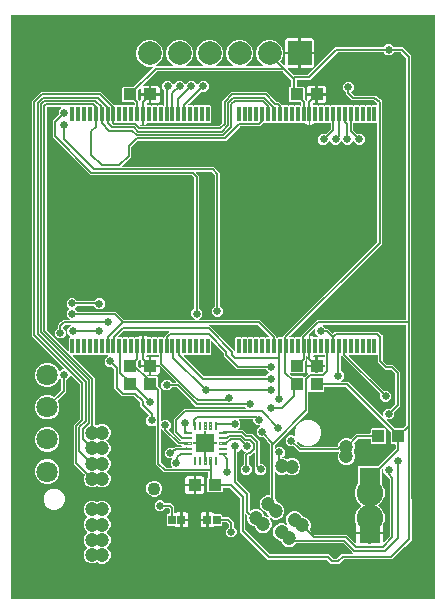
<source format=gtl>
G04 EAGLE Gerber X2 export*
G75*
%MOMM*%
%FSLAX34Y34*%
%LPD*%
%AMOC8*
5,1,8,0,0,1.08239X$1,22.5*%
G01*
%ADD10R,1.800000X1.800000*%
%ADD11C,1.200000*%
%ADD12C,1.800000*%
%ADD13R,1.100000X1.000000*%
%ADD14R,0.300000X1.250000*%
%ADD15R,1.000000X1.100000*%
%ADD16C,2.000000*%
%ADD17R,2.000000X2.000000*%
%ADD18C,0.120000*%
%ADD19R,1.550000X1.550000*%
%ADD20R,0.635000X0.762000*%
%ADD21C,1.100000*%
%ADD22C,0.152400*%
%ADD23C,0.656400*%
%ADD24C,0.203200*%
%ADD25C,0.756400*%
%ADD26C,1.206400*%
%ADD27C,2.262000*%

G36*
X349623Y-10082D02*
X349623Y-10082D01*
X349631Y-10083D01*
X349719Y-10062D01*
X349809Y-10044D01*
X349816Y-10039D01*
X349824Y-10037D01*
X349898Y-9983D01*
X349973Y-9931D01*
X349978Y-9924D01*
X349985Y-9919D01*
X350031Y-9841D01*
X350080Y-9764D01*
X350082Y-9755D01*
X350086Y-9748D01*
X350114Y-9584D01*
X350114Y484216D01*
X350112Y484224D01*
X350113Y484233D01*
X350092Y484321D01*
X350074Y484411D01*
X350069Y484418D01*
X350067Y484426D01*
X350013Y484499D01*
X349962Y484575D01*
X349954Y484579D01*
X349949Y484586D01*
X349871Y484633D01*
X349794Y484682D01*
X349786Y484683D01*
X349778Y484688D01*
X349614Y484715D01*
X78415Y484715D01*
X-8585Y484769D01*
X-8594Y484767D01*
X-8602Y484769D01*
X-8690Y484748D01*
X-8780Y484730D01*
X-8787Y484725D01*
X-8796Y484723D01*
X-8869Y484669D01*
X-8944Y484617D01*
X-8949Y484610D01*
X-8956Y484605D01*
X-9002Y484527D01*
X-9051Y484450D01*
X-9053Y484441D01*
X-9057Y484434D01*
X-9085Y484270D01*
X-9085Y-9584D01*
X-9083Y-9592D01*
X-9085Y-9601D01*
X-9064Y-9689D01*
X-9045Y-9779D01*
X-9040Y-9786D01*
X-9039Y-9794D01*
X-8985Y-9867D01*
X-8933Y-9943D01*
X-8926Y-9947D01*
X-8921Y-9954D01*
X-8842Y-10001D01*
X-8765Y-10050D01*
X-8757Y-10051D01*
X-8750Y-10056D01*
X-8586Y-10083D01*
X349614Y-10083D01*
X349623Y-10082D01*
G37*
%LPC*%
G36*
X262211Y19899D02*
X262211Y19899D01*
X258678Y23433D01*
X258667Y23440D01*
X258660Y23450D01*
X258585Y23495D01*
X258512Y23543D01*
X258499Y23545D01*
X258489Y23552D01*
X258325Y23579D01*
X208796Y23579D01*
X185133Y47243D01*
X185133Y75655D01*
X185130Y75668D01*
X185132Y75680D01*
X185110Y75764D01*
X185093Y75850D01*
X185086Y75861D01*
X185083Y75873D01*
X184986Y76008D01*
X176711Y84284D01*
X176700Y84291D01*
X176693Y84301D01*
X176618Y84345D01*
X176545Y84394D01*
X176533Y84396D01*
X176522Y84402D01*
X176358Y84430D01*
X171073Y84430D01*
X171065Y84428D01*
X171057Y84430D01*
X170968Y84409D01*
X170878Y84391D01*
X170872Y84386D01*
X170863Y84384D01*
X170790Y84330D01*
X170715Y84278D01*
X170710Y84271D01*
X170703Y84266D01*
X170657Y84188D01*
X170608Y84110D01*
X170606Y84102D01*
X170602Y84095D01*
X170574Y83931D01*
X170574Y81310D01*
X169830Y80565D01*
X157777Y80565D01*
X157033Y81310D01*
X157033Y92362D01*
X157801Y93131D01*
X157877Y93146D01*
X157884Y93151D01*
X157892Y93153D01*
X157966Y93207D01*
X158041Y93259D01*
X158046Y93266D01*
X158053Y93271D01*
X158099Y93349D01*
X158148Y93426D01*
X158150Y93435D01*
X158154Y93442D01*
X158182Y93606D01*
X158182Y96884D01*
X158180Y96892D01*
X158181Y96901D01*
X158160Y96989D01*
X158142Y97079D01*
X158137Y97086D01*
X158135Y97094D01*
X158081Y97167D01*
X158030Y97243D01*
X158022Y97247D01*
X158017Y97254D01*
X157939Y97301D01*
X157862Y97350D01*
X157854Y97351D01*
X157846Y97356D01*
X157682Y97383D01*
X120672Y97383D01*
X113982Y104074D01*
X113982Y137553D01*
X113981Y137558D01*
X113982Y137562D01*
X113961Y137655D01*
X113942Y137748D01*
X113940Y137752D01*
X113939Y137756D01*
X113883Y137834D01*
X113830Y137912D01*
X113826Y137915D01*
X113824Y137918D01*
X113743Y137968D01*
X113662Y138019D01*
X113658Y138020D01*
X113654Y138022D01*
X113560Y138037D01*
X113466Y138052D01*
X113462Y138051D01*
X113458Y138052D01*
X113365Y138028D01*
X113272Y138006D01*
X113269Y138004D01*
X113265Y138003D01*
X113129Y137906D01*
X112086Y136863D01*
X108315Y136863D01*
X105648Y139530D01*
X105648Y143302D01*
X107987Y145641D01*
X107991Y145648D01*
X107998Y145653D01*
X108046Y145730D01*
X108096Y145807D01*
X108098Y145815D01*
X108102Y145822D01*
X108116Y145912D01*
X108133Y146002D01*
X108131Y146010D01*
X108132Y146019D01*
X108110Y146107D01*
X108090Y146196D01*
X108085Y146203D01*
X108083Y146211D01*
X107987Y146347D01*
X100668Y153666D01*
X100668Y156481D01*
X100665Y156494D01*
X100667Y156506D01*
X100646Y156590D01*
X100628Y156676D01*
X100621Y156686D01*
X100618Y156699D01*
X100521Y156834D01*
X95782Y161573D01*
X95772Y161580D01*
X95764Y161590D01*
X95690Y161635D01*
X95617Y161683D01*
X95604Y161685D01*
X95593Y161692D01*
X95429Y161720D01*
X85427Y161720D01*
X78688Y168459D01*
X78688Y184661D01*
X78685Y184674D01*
X78687Y184686D01*
X78666Y184770D01*
X78648Y184856D01*
X78641Y184866D01*
X78638Y184879D01*
X78541Y185014D01*
X76839Y186717D01*
X76828Y186724D01*
X76821Y186734D01*
X76746Y186779D01*
X76673Y186827D01*
X76660Y186829D01*
X76650Y186836D01*
X76486Y186863D01*
X73129Y186863D01*
X70462Y189530D01*
X70462Y193302D01*
X73027Y195867D01*
X73029Y195871D01*
X73033Y195873D01*
X73084Y195953D01*
X73137Y196033D01*
X73137Y196037D01*
X73140Y196040D01*
X73156Y196134D01*
X73173Y196228D01*
X73172Y196232D01*
X73173Y196237D01*
X73151Y196328D01*
X73130Y196422D01*
X73128Y196426D01*
X73127Y196430D01*
X73071Y196506D01*
X73015Y196585D01*
X73011Y196587D01*
X73009Y196590D01*
X72927Y196639D01*
X72846Y196689D01*
X72842Y196689D01*
X72838Y196692D01*
X72674Y196719D01*
X70929Y196719D01*
X70809Y196840D01*
X70802Y196845D01*
X70797Y196851D01*
X70719Y196899D01*
X70643Y196950D01*
X70635Y196951D01*
X70628Y196956D01*
X70538Y196969D01*
X70448Y196986D01*
X70439Y196984D01*
X70431Y196986D01*
X70343Y196963D01*
X70253Y196943D01*
X70247Y196938D01*
X70238Y196936D01*
X70103Y196840D01*
X69982Y196719D01*
X65929Y196719D01*
X65809Y196840D01*
X65802Y196845D01*
X65797Y196851D01*
X65719Y196899D01*
X65643Y196950D01*
X65635Y196951D01*
X65628Y196956D01*
X65538Y196969D01*
X65448Y196986D01*
X65439Y196984D01*
X65431Y196986D01*
X65343Y196963D01*
X65253Y196943D01*
X65247Y196938D01*
X65238Y196936D01*
X65103Y196840D01*
X64982Y196719D01*
X60929Y196719D01*
X60809Y196840D01*
X60802Y196845D01*
X60797Y196851D01*
X60719Y196899D01*
X60643Y196950D01*
X60635Y196951D01*
X60628Y196956D01*
X60538Y196969D01*
X60448Y196986D01*
X60439Y196984D01*
X60431Y196986D01*
X60343Y196963D01*
X60253Y196943D01*
X60247Y196938D01*
X60238Y196936D01*
X60103Y196840D01*
X59982Y196719D01*
X55929Y196719D01*
X55809Y196840D01*
X55802Y196845D01*
X55797Y196851D01*
X55719Y196899D01*
X55643Y196950D01*
X55635Y196951D01*
X55628Y196956D01*
X55538Y196969D01*
X55448Y196986D01*
X55439Y196984D01*
X55431Y196986D01*
X55343Y196963D01*
X55253Y196943D01*
X55247Y196938D01*
X55238Y196936D01*
X55103Y196840D01*
X54982Y196719D01*
X50929Y196719D01*
X50809Y196840D01*
X50802Y196845D01*
X50797Y196851D01*
X50719Y196899D01*
X50643Y196950D01*
X50635Y196951D01*
X50628Y196956D01*
X50538Y196969D01*
X50448Y196986D01*
X50439Y196984D01*
X50431Y196986D01*
X50343Y196963D01*
X50253Y196943D01*
X50247Y196938D01*
X50238Y196936D01*
X50103Y196840D01*
X49982Y196719D01*
X45929Y196719D01*
X45809Y196840D01*
X45802Y196845D01*
X45797Y196851D01*
X45719Y196899D01*
X45643Y196950D01*
X45635Y196951D01*
X45628Y196956D01*
X45538Y196969D01*
X45448Y196986D01*
X45439Y196984D01*
X45431Y196986D01*
X45343Y196963D01*
X45253Y196943D01*
X45247Y196938D01*
X45238Y196936D01*
X45103Y196840D01*
X44982Y196719D01*
X43933Y196719D01*
X43929Y196718D01*
X43925Y196719D01*
X43831Y196699D01*
X43738Y196680D01*
X43735Y196677D01*
X43730Y196676D01*
X43653Y196621D01*
X43574Y196567D01*
X43572Y196564D01*
X43568Y196561D01*
X43519Y196480D01*
X43467Y196400D01*
X43466Y196395D01*
X43464Y196392D01*
X43450Y196298D01*
X43434Y196204D01*
X43435Y196199D01*
X43434Y196195D01*
X43458Y196102D01*
X43480Y196010D01*
X43482Y196007D01*
X43484Y196003D01*
X43580Y195867D01*
X62047Y177400D01*
X62047Y138377D01*
X62049Y138367D01*
X62048Y138357D01*
X62069Y138271D01*
X62087Y138183D01*
X62093Y138174D01*
X62095Y138164D01*
X62149Y138092D01*
X62199Y138019D01*
X62208Y138013D01*
X62214Y138005D01*
X62355Y137916D01*
X63915Y137270D01*
X63927Y137268D01*
X63938Y137261D01*
X64024Y137249D01*
X64110Y137232D01*
X64122Y137235D01*
X64135Y137233D01*
X64297Y137270D01*
X66746Y138285D01*
X69651Y138285D01*
X72335Y137173D01*
X74390Y135119D01*
X75501Y132435D01*
X75501Y129529D01*
X74390Y126845D01*
X72335Y124790D01*
X72258Y124737D01*
X72179Y124683D01*
X72177Y124680D01*
X72173Y124677D01*
X72123Y124597D01*
X72071Y124517D01*
X72070Y124512D01*
X72067Y124509D01*
X72052Y124415D01*
X72036Y124321D01*
X72037Y124317D01*
X72036Y124313D01*
X72059Y124221D01*
X72080Y124127D01*
X72083Y124124D01*
X72084Y124119D01*
X72141Y124043D01*
X72197Y123966D01*
X72200Y123964D01*
X72203Y123960D01*
X72331Y123880D01*
X74390Y121821D01*
X75501Y119137D01*
X75501Y116232D01*
X74390Y113548D01*
X72444Y111602D01*
X72439Y111595D01*
X72432Y111590D01*
X72385Y111513D01*
X72334Y111436D01*
X72332Y111428D01*
X72328Y111421D01*
X72314Y111331D01*
X72298Y111241D01*
X72299Y111232D01*
X72298Y111224D01*
X72321Y111136D01*
X72340Y111046D01*
X72345Y111040D01*
X72347Y111031D01*
X72444Y110896D01*
X74390Y108950D01*
X75501Y106266D01*
X75501Y103361D01*
X74390Y100677D01*
X72529Y98816D01*
X72524Y98809D01*
X72518Y98804D01*
X72470Y98727D01*
X72419Y98650D01*
X72418Y98642D01*
X72413Y98635D01*
X72400Y98545D01*
X72383Y98455D01*
X72385Y98446D01*
X72383Y98438D01*
X72406Y98350D01*
X72426Y98260D01*
X72431Y98254D01*
X72433Y98245D01*
X72529Y98110D01*
X74390Y96249D01*
X75501Y93565D01*
X75501Y90660D01*
X74390Y87976D01*
X72335Y85922D01*
X69651Y84810D01*
X66746Y84810D01*
X64252Y85843D01*
X64239Y85845D01*
X64229Y85852D01*
X64142Y85864D01*
X64056Y85881D01*
X64044Y85878D01*
X64032Y85880D01*
X63870Y85843D01*
X61461Y84845D01*
X58568Y84845D01*
X55896Y85952D01*
X53851Y87997D01*
X52744Y90670D01*
X52744Y93562D01*
X53480Y95340D01*
X53482Y95350D01*
X53487Y95359D01*
X53501Y95447D01*
X53518Y95535D01*
X53516Y95545D01*
X53517Y95556D01*
X53495Y95642D01*
X53477Y95730D01*
X53471Y95738D01*
X53468Y95748D01*
X53372Y95884D01*
X44362Y104894D01*
X44362Y137500D01*
X49453Y142591D01*
X49460Y142602D01*
X49471Y142609D01*
X49515Y142684D01*
X49563Y142757D01*
X49566Y142770D01*
X49572Y142780D01*
X49600Y142944D01*
X49600Y172037D01*
X49597Y172049D01*
X49599Y172062D01*
X49578Y172146D01*
X49560Y172232D01*
X49553Y172242D01*
X49550Y172254D01*
X49453Y172390D01*
X41625Y180218D01*
X41622Y180220D01*
X41620Y180224D01*
X41539Y180275D01*
X41460Y180328D01*
X41456Y180329D01*
X41452Y180331D01*
X41358Y180347D01*
X41264Y180364D01*
X41260Y180363D01*
X41256Y180364D01*
X41164Y180342D01*
X41070Y180321D01*
X41066Y180319D01*
X41062Y180318D01*
X40986Y180262D01*
X40908Y180206D01*
X40906Y180202D01*
X40902Y180200D01*
X40854Y180118D01*
X40804Y180037D01*
X40803Y180033D01*
X40801Y180029D01*
X40773Y179865D01*
X40773Y178390D01*
X38193Y175810D01*
X38186Y175799D01*
X38176Y175792D01*
X38132Y175717D01*
X38084Y175644D01*
X38081Y175632D01*
X38075Y175621D01*
X38047Y175457D01*
X38047Y165774D01*
X36710Y164437D01*
X30853Y158580D01*
X30847Y158571D01*
X30839Y158565D01*
X30793Y158489D01*
X30743Y158414D01*
X30741Y158404D01*
X30736Y158395D01*
X30723Y158307D01*
X30707Y158219D01*
X30709Y158208D01*
X30708Y158198D01*
X30745Y158036D01*
X32185Y154559D01*
X32185Y150473D01*
X30622Y146698D01*
X27732Y143809D01*
X23957Y142245D01*
X19871Y142245D01*
X16097Y143809D01*
X13207Y146698D01*
X11644Y150473D01*
X11644Y154559D01*
X13207Y158334D01*
X16097Y161223D01*
X19871Y162787D01*
X23957Y162787D01*
X27434Y161347D01*
X27445Y161345D01*
X27454Y161339D01*
X27542Y161326D01*
X27630Y161309D01*
X27640Y161311D01*
X27650Y161309D01*
X27737Y161331D01*
X27824Y161350D01*
X27833Y161356D01*
X27843Y161358D01*
X27978Y161455D01*
X33835Y167312D01*
X33842Y167322D01*
X33853Y167330D01*
X33897Y167405D01*
X33945Y167478D01*
X33948Y167490D01*
X33954Y167501D01*
X33982Y167665D01*
X33982Y175869D01*
X33979Y175881D01*
X33981Y175894D01*
X33960Y175978D01*
X33942Y176064D01*
X33935Y176074D01*
X33932Y176086D01*
X33835Y176222D01*
X32772Y177286D01*
X32767Y177289D01*
X32763Y177294D01*
X32684Y177344D01*
X32606Y177395D01*
X32600Y177396D01*
X32594Y177400D01*
X32503Y177415D01*
X32411Y177432D01*
X32404Y177430D01*
X32398Y177431D01*
X32308Y177409D01*
X32216Y177389D01*
X32211Y177385D01*
X32205Y177384D01*
X32131Y177328D01*
X32054Y177274D01*
X32051Y177268D01*
X32046Y177264D01*
X31958Y177124D01*
X30622Y173898D01*
X27732Y171009D01*
X23957Y169445D01*
X19871Y169445D01*
X16097Y171009D01*
X13207Y173898D01*
X11644Y177673D01*
X11644Y181759D01*
X13207Y185534D01*
X16097Y188423D01*
X19871Y189987D01*
X23957Y189987D01*
X27732Y188423D01*
X30622Y185534D01*
X31630Y183100D01*
X31633Y183094D01*
X31635Y183088D01*
X31689Y183012D01*
X31741Y182935D01*
X31746Y182931D01*
X31750Y182926D01*
X31829Y182877D01*
X31908Y182826D01*
X31914Y182825D01*
X31919Y182822D01*
X32011Y182808D01*
X32103Y182792D01*
X32110Y182793D01*
X32116Y182792D01*
X32206Y182815D01*
X32297Y182836D01*
X32302Y182840D01*
X32309Y182841D01*
X32444Y182938D01*
X34335Y184828D01*
X35810Y184828D01*
X35814Y184829D01*
X35818Y184828D01*
X35911Y184849D01*
X36005Y184868D01*
X36008Y184870D01*
X36012Y184871D01*
X36090Y184926D01*
X36169Y184980D01*
X36171Y184984D01*
X36174Y184986D01*
X36224Y185067D01*
X36276Y185148D01*
X36276Y185152D01*
X36279Y185156D01*
X36293Y185250D01*
X36309Y185344D01*
X36308Y185348D01*
X36309Y185352D01*
X36285Y185445D01*
X36263Y185537D01*
X36260Y185541D01*
X36259Y185545D01*
X36163Y185680D01*
X10346Y211497D01*
X9009Y212834D01*
X9009Y412146D01*
X16300Y419437D01*
X67757Y419437D01*
X78599Y408595D01*
X78610Y408588D01*
X78617Y408578D01*
X78692Y408533D01*
X78765Y408485D01*
X78777Y408483D01*
X78788Y408476D01*
X78837Y408468D01*
X78898Y408407D01*
X78909Y408400D01*
X78916Y408390D01*
X78991Y408346D01*
X79064Y408297D01*
X79076Y408295D01*
X79087Y408288D01*
X79251Y408261D01*
X79982Y408261D01*
X80103Y408140D01*
X80110Y408135D01*
X80115Y408129D01*
X80192Y408081D01*
X80269Y408030D01*
X80277Y408029D01*
X80284Y408024D01*
X80374Y408011D01*
X80464Y407994D01*
X80472Y407996D01*
X80481Y407995D01*
X80569Y408017D01*
X80658Y408037D01*
X80665Y408042D01*
X80673Y408044D01*
X80809Y408140D01*
X80929Y408261D01*
X84982Y408261D01*
X85103Y408140D01*
X85110Y408135D01*
X85115Y408129D01*
X85192Y408081D01*
X85269Y408030D01*
X85277Y408029D01*
X85284Y408024D01*
X85374Y408011D01*
X85464Y407994D01*
X85472Y407996D01*
X85481Y407995D01*
X85569Y408017D01*
X85658Y408037D01*
X85665Y408042D01*
X85673Y408044D01*
X85809Y408140D01*
X85929Y408261D01*
X89982Y408261D01*
X90103Y408140D01*
X90110Y408135D01*
X90115Y408129D01*
X90192Y408081D01*
X90269Y408030D01*
X90277Y408029D01*
X90284Y408024D01*
X90374Y408011D01*
X90464Y407994D01*
X90472Y407996D01*
X90481Y407995D01*
X90569Y408017D01*
X90658Y408037D01*
X90665Y408042D01*
X90673Y408044D01*
X90809Y408140D01*
X90929Y408261D01*
X94982Y408261D01*
X95071Y408172D01*
X95074Y408170D01*
X95077Y408166D01*
X95157Y408115D01*
X95237Y408062D01*
X95241Y408062D01*
X95244Y408059D01*
X95338Y408044D01*
X95432Y408026D01*
X95436Y408027D01*
X95440Y408026D01*
X95533Y408048D01*
X95626Y408069D01*
X95630Y408071D01*
X95634Y408072D01*
X95710Y408128D01*
X95788Y408184D01*
X95791Y408188D01*
X95794Y408190D01*
X95842Y408271D01*
X95893Y408353D01*
X95893Y408357D01*
X95895Y408361D01*
X95923Y408525D01*
X95923Y410356D01*
X95921Y410369D01*
X95922Y410381D01*
X95901Y410466D01*
X95884Y410551D01*
X95876Y410562D01*
X95873Y410574D01*
X95777Y410709D01*
X95487Y410999D01*
X95477Y411006D01*
X95469Y411016D01*
X95394Y411061D01*
X95321Y411109D01*
X95309Y411111D01*
X95298Y411118D01*
X95134Y411145D01*
X85919Y411145D01*
X85174Y411890D01*
X85174Y422942D01*
X85919Y423687D01*
X94376Y423687D01*
X94387Y423689D01*
X94398Y423687D01*
X94485Y423709D01*
X94571Y423726D01*
X94581Y423733D01*
X94591Y423735D01*
X94727Y423831D01*
X111329Y440245D01*
X111331Y440248D01*
X111335Y440250D01*
X111387Y440331D01*
X111440Y440410D01*
X111441Y440413D01*
X111443Y440417D01*
X111460Y440511D01*
X111478Y440605D01*
X111477Y440609D01*
X111477Y440612D01*
X111456Y440707D01*
X111436Y440799D01*
X111434Y440802D01*
X111433Y440806D01*
X111376Y440884D01*
X111322Y440962D01*
X111318Y440964D01*
X111316Y440967D01*
X111234Y441017D01*
X111153Y441067D01*
X111149Y441068D01*
X111146Y441070D01*
X111051Y441083D01*
X110956Y441098D01*
X110953Y441098D01*
X110949Y441098D01*
X110899Y441087D01*
X106366Y441087D01*
X102223Y442802D01*
X99053Y445973D01*
X97337Y450115D01*
X97337Y454599D01*
X99053Y458742D01*
X102223Y461912D01*
X106366Y463628D01*
X110849Y463628D01*
X114992Y461912D01*
X118162Y458742D01*
X119878Y454599D01*
X119878Y450115D01*
X118162Y445973D01*
X114992Y442802D01*
X114490Y442595D01*
X114489Y442594D01*
X114487Y442593D01*
X114407Y442539D01*
X114325Y442484D01*
X114324Y442482D01*
X114323Y442481D01*
X114271Y442400D01*
X114217Y442317D01*
X114217Y442315D01*
X114216Y442313D01*
X114199Y442214D01*
X114182Y442121D01*
X114183Y442119D01*
X114182Y442117D01*
X114205Y442022D01*
X114227Y441927D01*
X114228Y441926D01*
X114228Y441924D01*
X114287Y441844D01*
X114343Y441766D01*
X114345Y441765D01*
X114346Y441764D01*
X114430Y441713D01*
X114513Y441663D01*
X114515Y441663D01*
X114517Y441662D01*
X114681Y441634D01*
X127956Y441625D01*
X127958Y441625D01*
X127960Y441625D01*
X128055Y441645D01*
X128151Y441664D01*
X128152Y441666D01*
X128155Y441666D01*
X128236Y441723D01*
X128315Y441777D01*
X128316Y441779D01*
X128318Y441780D01*
X128370Y441863D01*
X128422Y441944D01*
X128422Y441946D01*
X128423Y441948D01*
X128438Y442043D01*
X128455Y442140D01*
X128454Y442143D01*
X128455Y442145D01*
X128432Y442238D01*
X128409Y442334D01*
X128408Y442336D01*
X128407Y442338D01*
X128349Y442415D01*
X128291Y442494D01*
X128289Y442495D01*
X128288Y442497D01*
X128147Y442585D01*
X127623Y442802D01*
X124453Y445973D01*
X122737Y450115D01*
X122737Y454599D01*
X124453Y458742D01*
X127623Y461912D01*
X131766Y463628D01*
X136249Y463628D01*
X140392Y461912D01*
X143562Y458742D01*
X145278Y454599D01*
X145278Y450115D01*
X143562Y445973D01*
X140392Y442802D01*
X139847Y442577D01*
X139846Y442576D01*
X139844Y442575D01*
X139765Y442522D01*
X139682Y442466D01*
X139681Y442464D01*
X139680Y442463D01*
X139628Y442382D01*
X139574Y442299D01*
X139574Y442297D01*
X139573Y442295D01*
X139556Y442198D01*
X139539Y442103D01*
X139540Y442101D01*
X139539Y442099D01*
X139562Y442003D01*
X139584Y441909D01*
X139585Y441908D01*
X139585Y441906D01*
X139644Y441826D01*
X139700Y441748D01*
X139702Y441747D01*
X139703Y441746D01*
X139787Y441696D01*
X139870Y441645D01*
X139872Y441645D01*
X139874Y441644D01*
X140038Y441616D01*
X153399Y441607D01*
X153401Y441607D01*
X153403Y441607D01*
X153498Y441627D01*
X153594Y441646D01*
X153596Y441648D01*
X153598Y441648D01*
X153679Y441705D01*
X153758Y441759D01*
X153759Y441761D01*
X153761Y441762D01*
X153813Y441846D01*
X153865Y441926D01*
X153865Y441929D01*
X153867Y441931D01*
X153882Y442025D01*
X153898Y442122D01*
X153898Y442125D01*
X153898Y442127D01*
X153875Y442220D01*
X153852Y442316D01*
X153851Y442318D01*
X153850Y442320D01*
X153792Y442397D01*
X153735Y442476D01*
X153733Y442477D01*
X153731Y442479D01*
X153590Y442567D01*
X153023Y442802D01*
X149853Y445973D01*
X148137Y450115D01*
X148137Y454599D01*
X149853Y458742D01*
X153023Y461912D01*
X157166Y463628D01*
X161649Y463628D01*
X165792Y461912D01*
X168962Y458742D01*
X170678Y454599D01*
X170678Y450115D01*
X168962Y445973D01*
X165792Y442802D01*
X165204Y442559D01*
X165203Y442558D01*
X165201Y442558D01*
X165121Y442503D01*
X165039Y442448D01*
X165038Y442446D01*
X165037Y442445D01*
X164985Y442364D01*
X164931Y442281D01*
X164931Y442279D01*
X164930Y442278D01*
X164913Y442181D01*
X164896Y442085D01*
X164897Y442084D01*
X164896Y442082D01*
X164919Y441987D01*
X164941Y441892D01*
X164942Y441890D01*
X164942Y441888D01*
X165001Y441809D01*
X165057Y441730D01*
X165059Y441730D01*
X165060Y441728D01*
X165144Y441678D01*
X165227Y441628D01*
X165229Y441627D01*
X165231Y441626D01*
X165395Y441599D01*
X178842Y441589D01*
X178844Y441590D01*
X178847Y441589D01*
X178941Y441609D01*
X179037Y441629D01*
X179039Y441630D01*
X179041Y441630D01*
X179123Y441687D01*
X179201Y441741D01*
X179202Y441743D01*
X179204Y441744D01*
X179256Y441828D01*
X179308Y441908D01*
X179308Y441911D01*
X179310Y441913D01*
X179325Y442006D01*
X179341Y442104D01*
X179341Y442107D01*
X179341Y442109D01*
X179318Y442202D01*
X179295Y442298D01*
X179294Y442300D01*
X179294Y442302D01*
X179236Y442379D01*
X179178Y442458D01*
X179176Y442459D01*
X179174Y442461D01*
X179033Y442550D01*
X178423Y442802D01*
X175253Y445973D01*
X173537Y450115D01*
X173537Y454599D01*
X175253Y458742D01*
X178423Y461912D01*
X182566Y463628D01*
X187049Y463628D01*
X191192Y461912D01*
X194362Y458742D01*
X196078Y454599D01*
X196078Y450115D01*
X194362Y445973D01*
X191192Y442802D01*
X190561Y442541D01*
X190560Y442540D01*
X190558Y442540D01*
X190479Y442486D01*
X190396Y442430D01*
X190395Y442428D01*
X190394Y442427D01*
X190342Y442347D01*
X190288Y442263D01*
X190288Y442261D01*
X190286Y442260D01*
X190270Y442163D01*
X190253Y442068D01*
X190254Y442066D01*
X190253Y442064D01*
X190276Y441969D01*
X190298Y441874D01*
X190299Y441872D01*
X190299Y441870D01*
X190357Y441792D01*
X190414Y441713D01*
X190416Y441712D01*
X190417Y441710D01*
X190503Y441659D01*
X190584Y441610D01*
X190586Y441610D01*
X190588Y441609D01*
X190752Y441581D01*
X204285Y441571D01*
X204288Y441572D01*
X204290Y441571D01*
X204386Y441592D01*
X204480Y441611D01*
X204482Y441612D01*
X204484Y441612D01*
X204567Y441670D01*
X204644Y441723D01*
X204645Y441725D01*
X204647Y441726D01*
X204700Y441810D01*
X204751Y441891D01*
X204752Y441893D01*
X204753Y441895D01*
X204768Y441989D01*
X204785Y442087D01*
X204784Y442089D01*
X204784Y442091D01*
X204761Y442184D01*
X204739Y442280D01*
X204737Y442282D01*
X204737Y442284D01*
X204679Y442362D01*
X204621Y442440D01*
X204619Y442442D01*
X204618Y442443D01*
X204477Y442532D01*
X203823Y442802D01*
X200653Y445973D01*
X198937Y450115D01*
X198937Y454599D01*
X200653Y458742D01*
X203823Y461912D01*
X207966Y463628D01*
X212449Y463628D01*
X216592Y461912D01*
X219762Y458742D01*
X221478Y454599D01*
X221478Y450115D01*
X219762Y445973D01*
X219508Y445719D01*
X219503Y445711D01*
X219496Y445707D01*
X219449Y445629D01*
X219398Y445553D01*
X219397Y445544D01*
X219392Y445537D01*
X219378Y445447D01*
X219362Y445357D01*
X219364Y445349D01*
X219362Y445341D01*
X219385Y445253D01*
X219405Y445163D01*
X219409Y445156D01*
X219411Y445148D01*
X219508Y445012D01*
X222214Y442306D01*
X222218Y442304D01*
X222220Y442300D01*
X222300Y442249D01*
X222380Y442196D01*
X222384Y442195D01*
X222388Y442193D01*
X222481Y442177D01*
X222576Y442160D01*
X222580Y442161D01*
X222584Y442160D01*
X222676Y442182D01*
X222770Y442203D01*
X222773Y442205D01*
X222777Y442206D01*
X222853Y442262D01*
X222932Y442318D01*
X222934Y442321D01*
X222938Y442324D01*
X222986Y442406D01*
X223036Y442487D01*
X223037Y442491D01*
X223039Y442495D01*
X223067Y442659D01*
X223067Y451358D01*
X234608Y451358D01*
X234608Y439817D01*
X225909Y439817D01*
X225905Y439816D01*
X225901Y439816D01*
X225808Y439796D01*
X225714Y439777D01*
X225711Y439775D01*
X225707Y439774D01*
X225629Y439718D01*
X225550Y439664D01*
X225548Y439661D01*
X225545Y439658D01*
X225495Y439577D01*
X225443Y439497D01*
X225443Y439493D01*
X225440Y439489D01*
X225426Y439395D01*
X225410Y439301D01*
X225411Y439297D01*
X225410Y439293D01*
X225434Y439200D01*
X225456Y439107D01*
X225459Y439104D01*
X225460Y439100D01*
X225556Y438964D01*
X230168Y434352D01*
X230177Y434346D01*
X230184Y434337D01*
X230260Y434291D01*
X230334Y434242D01*
X230345Y434240D01*
X230354Y434235D01*
X230518Y434206D01*
X231023Y434203D01*
X231024Y434203D01*
X231026Y434203D01*
X232132Y434203D01*
X232172Y434196D01*
X242247Y434134D01*
X242261Y434136D01*
X242275Y434134D01*
X242358Y434155D01*
X242442Y434172D01*
X242454Y434180D01*
X242468Y434183D01*
X242603Y434280D01*
X247787Y439464D01*
X247788Y439464D01*
X247788Y439465D01*
X264283Y456069D01*
X264289Y456079D01*
X264299Y456086D01*
X264305Y456097D01*
X265097Y456888D01*
X265098Y456889D01*
X265098Y456890D01*
X265763Y457559D01*
X266710Y457559D01*
X266711Y457559D01*
X266712Y457559D01*
X267841Y457562D01*
X267863Y457559D01*
X306656Y457559D01*
X306668Y457561D01*
X306681Y457559D01*
X306765Y457581D01*
X306851Y457598D01*
X306861Y457605D01*
X306873Y457609D01*
X307009Y457705D01*
X309129Y459825D01*
X312900Y459825D01*
X315020Y457705D01*
X315031Y457698D01*
X315038Y457688D01*
X315113Y457643D01*
X315186Y457595D01*
X315198Y457593D01*
X315209Y457586D01*
X315373Y457559D01*
X322962Y457559D01*
X330301Y450219D01*
X330301Y107697D01*
X330367Y41963D01*
X330368Y41957D01*
X330368Y41933D01*
X330368Y41932D01*
X330368Y41931D01*
X330368Y40814D01*
X330368Y40813D01*
X330369Y39862D01*
X329693Y39186D01*
X329693Y39185D01*
X329692Y39185D01*
X328889Y38380D01*
X328883Y38376D01*
X326329Y35822D01*
X326324Y35815D01*
X326318Y35810D01*
X326273Y35738D01*
X325523Y35016D01*
X325520Y35012D01*
X325516Y35009D01*
X324790Y34283D01*
X324694Y34218D01*
X314650Y24543D01*
X314647Y24540D01*
X314643Y24537D01*
X313974Y23867D01*
X313027Y23885D01*
X313023Y23884D01*
X313018Y23885D01*
X273326Y23885D01*
X273313Y23883D01*
X273301Y23885D01*
X273216Y23863D01*
X273131Y23846D01*
X273120Y23839D01*
X273108Y23835D01*
X272972Y23739D01*
X269133Y19899D01*
X262211Y19899D01*
G37*
%LPD*%
G36*
X216472Y211496D02*
X216472Y211496D01*
X216481Y211495D01*
X216569Y211517D01*
X216658Y211537D01*
X216665Y211542D01*
X216673Y211544D01*
X216809Y211640D01*
X216929Y211761D01*
X220982Y211761D01*
X220991Y211762D01*
X220999Y211761D01*
X221087Y211782D01*
X221177Y211800D01*
X221184Y211805D01*
X221192Y211807D01*
X221266Y211861D01*
X221341Y211913D01*
X221346Y211920D01*
X221353Y211925D01*
X221399Y212003D01*
X221448Y212080D01*
X221450Y212089D01*
X221454Y212096D01*
X221482Y212260D01*
X221482Y212758D01*
X301335Y292612D01*
X301337Y292613D01*
X301338Y292614D01*
X301344Y292623D01*
X301353Y292630D01*
X301397Y292705D01*
X301445Y292778D01*
X301448Y292790D01*
X301454Y292801D01*
X301482Y292965D01*
X301482Y392720D01*
X301480Y392728D01*
X301481Y392737D01*
X301460Y392825D01*
X301442Y392915D01*
X301437Y392922D01*
X301435Y392930D01*
X301381Y393003D01*
X301330Y393079D01*
X301322Y393083D01*
X301317Y393090D01*
X301239Y393137D01*
X301162Y393186D01*
X301154Y393187D01*
X301146Y393192D01*
X300982Y393219D01*
X296929Y393219D01*
X296809Y393340D01*
X296802Y393345D01*
X296797Y393351D01*
X296719Y393399D01*
X296643Y393450D01*
X296635Y393451D01*
X296628Y393456D01*
X296538Y393469D01*
X296448Y393486D01*
X296439Y393484D01*
X296431Y393486D01*
X296343Y393463D01*
X296253Y393443D01*
X296247Y393438D01*
X296238Y393436D01*
X296103Y393340D01*
X295982Y393219D01*
X291929Y393219D01*
X291809Y393340D01*
X291802Y393345D01*
X291797Y393351D01*
X291719Y393399D01*
X291643Y393450D01*
X291635Y393451D01*
X291628Y393456D01*
X291538Y393469D01*
X291448Y393486D01*
X291439Y393484D01*
X291431Y393486D01*
X291343Y393463D01*
X291253Y393443D01*
X291247Y393438D01*
X291238Y393436D01*
X291103Y393340D01*
X290982Y393219D01*
X286929Y393219D01*
X286809Y393340D01*
X286802Y393345D01*
X286797Y393351D01*
X286719Y393399D01*
X286643Y393450D01*
X286635Y393451D01*
X286628Y393456D01*
X286538Y393469D01*
X286448Y393486D01*
X286439Y393484D01*
X286431Y393486D01*
X286343Y393463D01*
X286253Y393443D01*
X286247Y393438D01*
X286238Y393436D01*
X286103Y393340D01*
X285982Y393219D01*
X281929Y393219D01*
X281841Y393308D01*
X281837Y393310D01*
X281835Y393314D01*
X281755Y393365D01*
X281675Y393418D01*
X281671Y393419D01*
X281667Y393421D01*
X281574Y393437D01*
X281480Y393454D01*
X281475Y393453D01*
X281471Y393454D01*
X281379Y393432D01*
X281285Y393411D01*
X281282Y393409D01*
X281278Y393408D01*
X281202Y393352D01*
X281123Y393296D01*
X281121Y393292D01*
X281118Y393290D01*
X281070Y393209D01*
X281019Y393127D01*
X281018Y393123D01*
X281016Y393119D01*
X280989Y392955D01*
X280989Y387523D01*
X280991Y387511D01*
X280989Y387499D01*
X281011Y387414D01*
X281028Y387328D01*
X281035Y387318D01*
X281038Y387306D01*
X281135Y387170D01*
X284190Y384115D01*
X284201Y384108D01*
X284208Y384098D01*
X284283Y384053D01*
X284356Y384005D01*
X284368Y384003D01*
X284379Y383996D01*
X284543Y383969D01*
X287900Y383969D01*
X290567Y381302D01*
X290567Y377530D01*
X287900Y374863D01*
X284129Y374863D01*
X281367Y377624D01*
X281360Y377629D01*
X281356Y377636D01*
X281278Y377684D01*
X281202Y377734D01*
X281193Y377736D01*
X281186Y377740D01*
X281096Y377754D01*
X281006Y377771D01*
X280998Y377769D01*
X280990Y377770D01*
X280902Y377748D01*
X280812Y377728D01*
X280805Y377723D01*
X280797Y377721D01*
X280661Y377624D01*
X277900Y374863D01*
X274129Y374863D01*
X271367Y377624D01*
X271360Y377629D01*
X271356Y377636D01*
X271278Y377684D01*
X271202Y377734D01*
X271193Y377736D01*
X271186Y377740D01*
X271096Y377754D01*
X271006Y377771D01*
X270998Y377769D01*
X270990Y377770D01*
X270902Y377748D01*
X270812Y377728D01*
X270805Y377723D01*
X270797Y377721D01*
X270661Y377624D01*
X267900Y374863D01*
X264129Y374863D01*
X261367Y377624D01*
X261360Y377629D01*
X261356Y377636D01*
X261278Y377684D01*
X261202Y377734D01*
X261193Y377736D01*
X261186Y377740D01*
X261096Y377754D01*
X261006Y377771D01*
X260998Y377769D01*
X260990Y377770D01*
X260902Y377748D01*
X260812Y377728D01*
X260805Y377723D01*
X260797Y377721D01*
X260661Y377624D01*
X257900Y374863D01*
X254129Y374863D01*
X251462Y377530D01*
X251462Y381302D01*
X254129Y383969D01*
X257486Y383969D01*
X257498Y383971D01*
X257510Y383969D01*
X257595Y383991D01*
X257680Y384008D01*
X257691Y384015D01*
X257703Y384019D01*
X257839Y384115D01*
X261777Y388053D01*
X261784Y388064D01*
X261794Y388071D01*
X261838Y388146D01*
X261887Y388219D01*
X261889Y388231D01*
X261895Y388242D01*
X261923Y388406D01*
X261923Y392955D01*
X261922Y392959D01*
X261923Y392963D01*
X261903Y393055D01*
X261884Y393150D01*
X261881Y393153D01*
X261880Y393157D01*
X261825Y393235D01*
X261771Y393314D01*
X261767Y393316D01*
X261765Y393319D01*
X261684Y393369D01*
X261603Y393421D01*
X261599Y393421D01*
X261596Y393424D01*
X261502Y393438D01*
X261407Y393454D01*
X261403Y393453D01*
X261399Y393454D01*
X261306Y393430D01*
X261214Y393408D01*
X261211Y393405D01*
X261206Y393404D01*
X261071Y393308D01*
X260982Y393219D01*
X256929Y393219D01*
X256809Y393340D01*
X256802Y393345D01*
X256797Y393351D01*
X256719Y393399D01*
X256643Y393450D01*
X256635Y393451D01*
X256628Y393456D01*
X256538Y393469D01*
X256448Y393486D01*
X256439Y393484D01*
X256431Y393486D01*
X256343Y393463D01*
X256253Y393443D01*
X256247Y393438D01*
X256238Y393436D01*
X256103Y393340D01*
X255982Y393219D01*
X251929Y393219D01*
X251809Y393340D01*
X251802Y393345D01*
X251797Y393351D01*
X251719Y393399D01*
X251643Y393450D01*
X251635Y393451D01*
X251628Y393456D01*
X251538Y393469D01*
X251448Y393486D01*
X251439Y393484D01*
X251431Y393486D01*
X251343Y393463D01*
X251253Y393443D01*
X251247Y393438D01*
X251238Y393436D01*
X251103Y393340D01*
X250982Y393219D01*
X247944Y393219D01*
X247868Y393204D01*
X247791Y393195D01*
X247772Y393184D01*
X247749Y393180D01*
X247685Y393136D01*
X247618Y393098D01*
X247602Y393078D01*
X247585Y393067D01*
X247561Y393029D01*
X247512Y392970D01*
X247489Y392930D01*
X247016Y392457D01*
X246437Y392122D01*
X245790Y391949D01*
X244705Y391949D01*
X244705Y400490D01*
X244703Y400498D01*
X244705Y400506D01*
X244684Y400595D01*
X244666Y400685D01*
X244661Y400692D01*
X244659Y400700D01*
X244605Y400773D01*
X244553Y400849D01*
X244546Y400853D01*
X244541Y400860D01*
X244463Y400906D01*
X244385Y400956D01*
X244377Y400957D01*
X244370Y400961D01*
X244206Y400989D01*
X243706Y400989D01*
X243698Y400987D01*
X243689Y400989D01*
X243601Y400968D01*
X243511Y400949D01*
X243504Y400945D01*
X243496Y400943D01*
X243423Y400889D01*
X243347Y400837D01*
X243342Y400830D01*
X243336Y400825D01*
X243289Y400747D01*
X243240Y400669D01*
X243239Y400661D01*
X243234Y400654D01*
X243207Y400490D01*
X243207Y391949D01*
X242121Y391949D01*
X241475Y392122D01*
X240896Y392457D01*
X240423Y392930D01*
X240400Y392970D01*
X240348Y393028D01*
X240303Y393090D01*
X240283Y393102D01*
X240268Y393119D01*
X240198Y393152D01*
X240131Y393192D01*
X240107Y393196D01*
X240089Y393204D01*
X240044Y393206D01*
X239967Y393219D01*
X236929Y393219D01*
X236809Y393340D01*
X236802Y393345D01*
X236797Y393351D01*
X236719Y393399D01*
X236643Y393450D01*
X236635Y393451D01*
X236628Y393456D01*
X236538Y393469D01*
X236448Y393486D01*
X236439Y393484D01*
X236431Y393486D01*
X236343Y393463D01*
X236253Y393443D01*
X236247Y393438D01*
X236238Y393436D01*
X236103Y393340D01*
X235982Y393219D01*
X231929Y393219D01*
X231809Y393340D01*
X231802Y393345D01*
X231797Y393351D01*
X231719Y393399D01*
X231643Y393450D01*
X231635Y393451D01*
X231628Y393456D01*
X231538Y393469D01*
X231448Y393486D01*
X231439Y393484D01*
X231431Y393486D01*
X231343Y393463D01*
X231253Y393443D01*
X231247Y393438D01*
X231238Y393436D01*
X231103Y393340D01*
X230982Y393219D01*
X226929Y393219D01*
X226809Y393340D01*
X226802Y393345D01*
X226797Y393351D01*
X226719Y393399D01*
X226643Y393450D01*
X226635Y393451D01*
X226628Y393456D01*
X226538Y393469D01*
X226448Y393486D01*
X226439Y393484D01*
X226431Y393486D01*
X226343Y393463D01*
X226253Y393443D01*
X226247Y393438D01*
X226238Y393436D01*
X226103Y393340D01*
X225982Y393219D01*
X221929Y393219D01*
X221809Y393340D01*
X221802Y393345D01*
X221797Y393351D01*
X221719Y393399D01*
X221643Y393450D01*
X221635Y393451D01*
X221628Y393456D01*
X221538Y393469D01*
X221448Y393486D01*
X221439Y393484D01*
X221431Y393486D01*
X221343Y393463D01*
X221253Y393443D01*
X221247Y393438D01*
X221238Y393436D01*
X221103Y393340D01*
X220982Y393219D01*
X216929Y393219D01*
X216809Y393340D01*
X216802Y393345D01*
X216797Y393351D01*
X216719Y393399D01*
X216643Y393450D01*
X216635Y393451D01*
X216628Y393456D01*
X216538Y393469D01*
X216448Y393486D01*
X216439Y393484D01*
X216431Y393486D01*
X216343Y393463D01*
X216253Y393443D01*
X216247Y393438D01*
X216238Y393436D01*
X216103Y393340D01*
X215982Y393219D01*
X211929Y393219D01*
X211809Y393340D01*
X211802Y393345D01*
X211797Y393351D01*
X211719Y393399D01*
X211643Y393450D01*
X211635Y393451D01*
X211628Y393456D01*
X211538Y393469D01*
X211448Y393486D01*
X211439Y393484D01*
X211431Y393486D01*
X211343Y393463D01*
X211253Y393443D01*
X211247Y393438D01*
X211238Y393436D01*
X211103Y393340D01*
X210982Y393219D01*
X206929Y393219D01*
X206809Y393340D01*
X206802Y393345D01*
X206797Y393351D01*
X206719Y393399D01*
X206643Y393450D01*
X206635Y393451D01*
X206628Y393456D01*
X206538Y393469D01*
X206448Y393486D01*
X206439Y393484D01*
X206431Y393486D01*
X206343Y393463D01*
X206253Y393443D01*
X206247Y393438D01*
X206238Y393436D01*
X206103Y393340D01*
X205982Y393219D01*
X205201Y393219D01*
X205188Y393217D01*
X205176Y393219D01*
X205092Y393197D01*
X205006Y393180D01*
X204996Y393173D01*
X204983Y393169D01*
X204848Y393073D01*
X202200Y390425D01*
X185105Y390425D01*
X185093Y390423D01*
X185080Y390425D01*
X184996Y390403D01*
X184910Y390386D01*
X184900Y390379D01*
X184888Y390375D01*
X184752Y390279D01*
X172856Y378383D01*
X98865Y378383D01*
X98852Y378381D01*
X98840Y378383D01*
X98756Y378361D01*
X98670Y378344D01*
X98660Y378337D01*
X98647Y378333D01*
X98512Y378237D01*
X93079Y372804D01*
X93072Y372794D01*
X93062Y372786D01*
X93017Y372711D01*
X92969Y372638D01*
X92967Y372626D01*
X92960Y372615D01*
X92933Y372451D01*
X92933Y364858D01*
X85176Y357101D01*
X85173Y357097D01*
X85170Y357095D01*
X85119Y357015D01*
X85066Y356935D01*
X85065Y356931D01*
X85063Y356928D01*
X85047Y356834D01*
X85030Y356740D01*
X85030Y356736D01*
X85030Y356731D01*
X85052Y356640D01*
X85072Y356546D01*
X85075Y356542D01*
X85076Y356538D01*
X85132Y356462D01*
X85188Y356383D01*
X85191Y356381D01*
X85194Y356378D01*
X85275Y356329D01*
X85357Y356279D01*
X85361Y356279D01*
X85365Y356276D01*
X85529Y356249D01*
X162856Y356249D01*
X168047Y351058D01*
X168047Y238529D01*
X168047Y238527D01*
X168048Y238524D01*
X168050Y238516D01*
X168048Y238504D01*
X168069Y238419D01*
X168087Y238334D01*
X168094Y238323D01*
X168097Y238311D01*
X168193Y238176D01*
X170567Y235802D01*
X170567Y232030D01*
X167900Y229363D01*
X164129Y229363D01*
X161462Y232030D01*
X161462Y235802D01*
X163835Y238176D01*
X163842Y238186D01*
X163853Y238194D01*
X163897Y238268D01*
X163945Y238341D01*
X163948Y238354D01*
X163954Y238365D01*
X163982Y238529D01*
X163982Y349167D01*
X163979Y349180D01*
X163981Y349192D01*
X163960Y349276D01*
X163942Y349362D01*
X163935Y349372D01*
X163932Y349385D01*
X163835Y349520D01*
X161319Y352037D01*
X161308Y352044D01*
X161301Y352054D01*
X161226Y352099D01*
X161153Y352147D01*
X161140Y352149D01*
X161130Y352156D01*
X160966Y352183D01*
X148127Y352183D01*
X148123Y352182D01*
X148119Y352183D01*
X148026Y352163D01*
X147932Y352144D01*
X147929Y352141D01*
X147925Y352140D01*
X147847Y352085D01*
X147768Y352031D01*
X147766Y352028D01*
X147763Y352025D01*
X147713Y351944D01*
X147661Y351864D01*
X147661Y351859D01*
X147658Y351856D01*
X147644Y351762D01*
X147628Y351667D01*
X147629Y351663D01*
X147629Y351659D01*
X147652Y351567D01*
X147674Y351474D01*
X147677Y351471D01*
X147678Y351467D01*
X147774Y351331D01*
X150547Y348558D01*
X150547Y236529D01*
X150550Y236516D01*
X150548Y236504D01*
X150569Y236420D01*
X150587Y236334D01*
X150594Y236323D01*
X150597Y236311D01*
X150693Y236176D01*
X153067Y233802D01*
X153067Y230030D01*
X150338Y227301D01*
X150336Y227297D01*
X150332Y227295D01*
X150281Y227215D01*
X150228Y227135D01*
X150227Y227131D01*
X150225Y227128D01*
X150209Y227034D01*
X150192Y226940D01*
X150193Y226936D01*
X150192Y226931D01*
X150214Y226840D01*
X150235Y226746D01*
X150237Y226742D01*
X150238Y226738D01*
X150294Y226662D01*
X150350Y226583D01*
X150353Y226581D01*
X150356Y226578D01*
X150438Y226529D01*
X150519Y226479D01*
X150523Y226479D01*
X150527Y226476D01*
X150691Y226449D01*
X201856Y226449D01*
X215547Y212758D01*
X215547Y212260D01*
X215549Y212252D01*
X215547Y212243D01*
X215569Y212155D01*
X215587Y212065D01*
X215592Y212058D01*
X215593Y212050D01*
X215647Y211977D01*
X215699Y211901D01*
X215706Y211897D01*
X215711Y211890D01*
X215790Y211843D01*
X215867Y211794D01*
X215875Y211793D01*
X215882Y211788D01*
X215969Y211774D01*
X216103Y211640D01*
X216110Y211636D01*
X216115Y211629D01*
X216192Y211581D01*
X216269Y211530D01*
X216277Y211529D01*
X216284Y211524D01*
X216374Y211511D01*
X216464Y211494D01*
X216472Y211496D01*
G37*
G36*
X39698Y199969D02*
X39698Y199969D01*
X39702Y199968D01*
X39794Y199990D01*
X39888Y200011D01*
X39892Y200013D01*
X39896Y200014D01*
X39972Y200070D01*
X40050Y200126D01*
X40053Y200130D01*
X40056Y200132D01*
X40104Y200214D01*
X40155Y200295D01*
X40155Y200299D01*
X40157Y200303D01*
X40185Y200467D01*
X40185Y211016D01*
X40929Y211761D01*
X41026Y211761D01*
X41030Y211762D01*
X41034Y211761D01*
X41127Y211781D01*
X41221Y211800D01*
X41224Y211803D01*
X41228Y211804D01*
X41306Y211859D01*
X41385Y211913D01*
X41387Y211916D01*
X41390Y211919D01*
X41440Y212000D01*
X41492Y212080D01*
X41492Y212085D01*
X41495Y212088D01*
X41509Y212182D01*
X41525Y212277D01*
X41524Y212281D01*
X41524Y212285D01*
X41501Y212377D01*
X41479Y212470D01*
X41476Y212473D01*
X41475Y212477D01*
X41379Y212613D01*
X38962Y215030D01*
X38962Y218802D01*
X41691Y221531D01*
X41693Y221535D01*
X41697Y221537D01*
X41748Y221617D01*
X41801Y221697D01*
X41801Y221701D01*
X41804Y221704D01*
X41819Y221798D01*
X41837Y221892D01*
X41836Y221896D01*
X41837Y221901D01*
X41815Y221992D01*
X41794Y222086D01*
X41792Y222090D01*
X41791Y222094D01*
X41735Y222170D01*
X41679Y222249D01*
X41675Y222251D01*
X41673Y222254D01*
X41591Y222303D01*
X41510Y222353D01*
X41506Y222353D01*
X41502Y222356D01*
X41338Y222383D01*
X37026Y222383D01*
X37014Y222381D01*
X37001Y222383D01*
X36917Y222361D01*
X36831Y222344D01*
X36821Y222337D01*
X36809Y222333D01*
X36673Y222237D01*
X35170Y220734D01*
X35162Y220722D01*
X35151Y220714D01*
X35107Y220639D01*
X35060Y220568D01*
X35057Y220554D01*
X35050Y220542D01*
X35023Y220378D01*
X35025Y220048D01*
X35027Y220037D01*
X35025Y220026D01*
X35047Y219941D01*
X35065Y219854D01*
X35072Y219844D01*
X35075Y219833D01*
X35171Y219698D01*
X37567Y217302D01*
X37567Y213530D01*
X34900Y210863D01*
X31129Y210863D01*
X28462Y213530D01*
X28462Y217302D01*
X30813Y219653D01*
X30821Y219665D01*
X30832Y219673D01*
X30876Y219747D01*
X30923Y219819D01*
X30926Y219833D01*
X30933Y219845D01*
X30960Y220009D01*
X30958Y220373D01*
X30955Y220385D01*
X30957Y220397D01*
X30953Y220414D01*
X30953Y221415D01*
X30953Y221416D01*
X30953Y221418D01*
X30949Y222262D01*
X31543Y222856D01*
X31543Y222857D01*
X31545Y222858D01*
X32261Y223581D01*
X32285Y223598D01*
X33798Y225112D01*
X35135Y226449D01*
X40338Y226449D01*
X40342Y226450D01*
X40346Y226449D01*
X40439Y226469D01*
X40533Y226488D01*
X40536Y226491D01*
X40540Y226492D01*
X40618Y226547D01*
X40697Y226601D01*
X40699Y226604D01*
X40702Y226607D01*
X40752Y226688D01*
X40804Y226768D01*
X40804Y226773D01*
X40807Y226776D01*
X40821Y226870D01*
X40837Y226965D01*
X40836Y226969D01*
X40836Y226973D01*
X40813Y227065D01*
X40791Y227158D01*
X40788Y227161D01*
X40787Y227165D01*
X40691Y227301D01*
X38462Y229530D01*
X38462Y233302D01*
X40767Y235607D01*
X40772Y235614D01*
X40778Y235619D01*
X40826Y235696D01*
X40877Y235773D01*
X40878Y235781D01*
X40883Y235788D01*
X40896Y235878D01*
X40913Y235968D01*
X40911Y235977D01*
X40912Y235985D01*
X40890Y236073D01*
X40870Y236162D01*
X40865Y236169D01*
X40863Y236177D01*
X40767Y236313D01*
X38462Y238618D01*
X38462Y242390D01*
X41129Y245057D01*
X44900Y245057D01*
X47274Y242683D01*
X47284Y242676D01*
X47291Y242666D01*
X47292Y242666D01*
X47367Y242621D01*
X47440Y242573D01*
X47452Y242571D01*
X47463Y242564D01*
X47627Y242537D01*
X61490Y242537D01*
X61502Y242539D01*
X61515Y242537D01*
X61599Y242559D01*
X61685Y242576D01*
X61695Y242583D01*
X61707Y242587D01*
X61843Y242683D01*
X64129Y244969D01*
X67900Y244969D01*
X70567Y242302D01*
X70567Y238530D01*
X67900Y235863D01*
X64129Y235863D01*
X61667Y238325D01*
X61656Y238332D01*
X61649Y238342D01*
X61574Y238387D01*
X61501Y238435D01*
X61489Y238437D01*
X61478Y238444D01*
X61314Y238471D01*
X47627Y238471D01*
X47615Y238469D01*
X47602Y238471D01*
X47518Y238449D01*
X47432Y238432D01*
X47422Y238425D01*
X47410Y238421D01*
X47274Y238325D01*
X45262Y236313D01*
X45257Y236306D01*
X45250Y236301D01*
X45203Y236224D01*
X45152Y236147D01*
X45151Y236139D01*
X45146Y236132D01*
X45133Y236042D01*
X45116Y235952D01*
X45118Y235944D01*
X45116Y235935D01*
X45139Y235847D01*
X45159Y235758D01*
X45164Y235751D01*
X45166Y235743D01*
X45262Y235607D01*
X47274Y233595D01*
X47285Y233588D01*
X47292Y233578D01*
X47367Y233533D01*
X47440Y233485D01*
X47452Y233483D01*
X47463Y233476D01*
X47627Y233449D01*
X79856Y233449D01*
X86710Y226595D01*
X86721Y226588D01*
X86728Y226578D01*
X86803Y226533D01*
X86876Y226485D01*
X86888Y226483D01*
X86899Y226476D01*
X87063Y226449D01*
X146338Y226449D01*
X146342Y226450D01*
X146346Y226449D01*
X146439Y226469D01*
X146533Y226488D01*
X146536Y226491D01*
X146540Y226492D01*
X146618Y226547D01*
X146697Y226601D01*
X146699Y226604D01*
X146702Y226607D01*
X146752Y226688D01*
X146804Y226768D01*
X146804Y226773D01*
X146807Y226776D01*
X146821Y226870D01*
X146837Y226965D01*
X146836Y226969D01*
X146836Y226973D01*
X146813Y227065D01*
X146791Y227158D01*
X146788Y227161D01*
X146787Y227165D01*
X146691Y227301D01*
X143962Y230030D01*
X143962Y233802D01*
X146335Y236176D01*
X146342Y236186D01*
X146353Y236194D01*
X146397Y236268D01*
X146445Y236341D01*
X146448Y236354D01*
X146454Y236365D01*
X146482Y236529D01*
X146482Y346667D01*
X146479Y346680D01*
X146481Y346692D01*
X146460Y346776D01*
X146442Y346862D01*
X146435Y346872D01*
X146432Y346885D01*
X146335Y347020D01*
X144319Y349037D01*
X144308Y349044D01*
X144301Y349054D01*
X144226Y349099D01*
X144153Y349147D01*
X144140Y349149D01*
X144130Y349156D01*
X143966Y349183D01*
X58372Y349183D01*
X26482Y381074D01*
X26482Y395258D01*
X31315Y400092D01*
X31322Y400102D01*
X31333Y400110D01*
X31377Y400185D01*
X31425Y400258D01*
X31428Y400270D01*
X31434Y400281D01*
X31462Y400445D01*
X31462Y403802D01*
X33797Y406137D01*
X33799Y406141D01*
X33803Y406143D01*
X33854Y406223D01*
X33907Y406303D01*
X33907Y406307D01*
X33910Y406310D01*
X33926Y406404D01*
X33943Y406498D01*
X33942Y406502D01*
X33943Y406507D01*
X33921Y406598D01*
X33900Y406692D01*
X33898Y406696D01*
X33897Y406700D01*
X33841Y406776D01*
X33785Y406855D01*
X33781Y406857D01*
X33779Y406860D01*
X33697Y406909D01*
X33616Y406959D01*
X33612Y406959D01*
X33608Y406962D01*
X33444Y406989D01*
X21956Y406989D01*
X21948Y406988D01*
X21939Y406989D01*
X21851Y406968D01*
X21761Y406950D01*
X21754Y406945D01*
X21746Y406943D01*
X21673Y406889D01*
X21597Y406837D01*
X21593Y406830D01*
X21586Y406825D01*
X21539Y406747D01*
X21490Y406670D01*
X21489Y406661D01*
X21484Y406654D01*
X21457Y406490D01*
X21457Y218197D01*
X21459Y218185D01*
X21457Y218172D01*
X21479Y218088D01*
X21496Y218002D01*
X21503Y217992D01*
X21506Y217980D01*
X21603Y217844D01*
X39333Y200114D01*
X39336Y200112D01*
X39339Y200108D01*
X39419Y200057D01*
X39499Y200004D01*
X39503Y200004D01*
X39506Y200001D01*
X39600Y199985D01*
X39694Y199968D01*
X39698Y199969D01*
G37*
G36*
X231472Y211496D02*
X231472Y211496D01*
X231481Y211495D01*
X231569Y211517D01*
X231658Y211537D01*
X231665Y211542D01*
X231673Y211544D01*
X231809Y211640D01*
X231929Y211761D01*
X235982Y211761D01*
X235991Y211762D01*
X235999Y211761D01*
X236087Y211782D01*
X236177Y211800D01*
X236184Y211805D01*
X236192Y211807D01*
X236266Y211861D01*
X236341Y211913D01*
X236346Y211920D01*
X236353Y211925D01*
X236399Y212003D01*
X236448Y212080D01*
X236450Y212089D01*
X236454Y212096D01*
X236482Y212260D01*
X236482Y212758D01*
X250172Y226449D01*
X325228Y226449D01*
X325237Y226450D01*
X325245Y226449D01*
X325333Y226470D01*
X325423Y226488D01*
X325430Y226493D01*
X325438Y226495D01*
X325512Y226549D01*
X325587Y226601D01*
X325592Y226608D01*
X325599Y226613D01*
X325645Y226691D01*
X325694Y226768D01*
X325696Y226777D01*
X325700Y226784D01*
X325728Y226948D01*
X325728Y448118D01*
X325725Y448130D01*
X325727Y448143D01*
X325706Y448227D01*
X325688Y448313D01*
X325681Y448323D01*
X325678Y448335D01*
X325581Y448471D01*
X321213Y452839D01*
X321203Y452846D01*
X321195Y452856D01*
X321121Y452901D01*
X321048Y452949D01*
X321035Y452951D01*
X321024Y452958D01*
X320860Y452985D01*
X315373Y452985D01*
X315361Y452983D01*
X315348Y452985D01*
X315264Y452963D01*
X315178Y452946D01*
X315168Y452939D01*
X315156Y452935D01*
X315020Y452839D01*
X312900Y450719D01*
X309129Y450719D01*
X307009Y452839D01*
X306998Y452846D01*
X306991Y452856D01*
X306916Y452901D01*
X306843Y452949D01*
X306831Y452951D01*
X306820Y452958D01*
X306656Y452985D01*
X267874Y452985D01*
X267861Y452983D01*
X267848Y452985D01*
X267764Y452963D01*
X267679Y452946D01*
X267668Y452938D01*
X267655Y452935D01*
X267520Y452838D01*
X251834Y437048D01*
X251828Y437039D01*
X251818Y437032D01*
X251812Y437021D01*
X251020Y436229D01*
X251020Y436228D01*
X251019Y436227D01*
X250226Y435429D01*
X250207Y435416D01*
X245823Y431032D01*
X245817Y431023D01*
X245808Y431016D01*
X245795Y430994D01*
X245012Y430221D01*
X245011Y430219D01*
X245010Y430218D01*
X244339Y429547D01*
X243390Y429553D01*
X243388Y429553D01*
X243386Y429553D01*
X242280Y429553D01*
X242239Y429560D01*
X233803Y429612D01*
X233794Y429610D01*
X233784Y429612D01*
X233697Y429591D01*
X233608Y429574D01*
X233600Y429568D01*
X233590Y429566D01*
X233519Y429513D01*
X233444Y429462D01*
X233438Y429454D01*
X233430Y429448D01*
X233385Y429371D01*
X233336Y429295D01*
X233334Y429285D01*
X233329Y429277D01*
X233301Y429113D01*
X233301Y424186D01*
X233303Y424178D01*
X233301Y424169D01*
X233322Y424081D01*
X233341Y423991D01*
X233346Y423984D01*
X233347Y423976D01*
X233401Y423903D01*
X233453Y423827D01*
X233460Y423823D01*
X233465Y423816D01*
X233544Y423769D01*
X233621Y423720D01*
X233629Y423719D01*
X233636Y423714D01*
X233800Y423687D01*
X238999Y423687D01*
X239744Y422942D01*
X239744Y413727D01*
X239746Y413714D01*
X239744Y413702D01*
X239766Y413618D01*
X239783Y413532D01*
X239790Y413522D01*
X239793Y413509D01*
X239890Y413374D01*
X241080Y412184D01*
X241083Y412181D01*
X241086Y412178D01*
X241165Y412127D01*
X241246Y412074D01*
X241250Y412073D01*
X241253Y412071D01*
X241347Y412055D01*
X241441Y412038D01*
X241445Y412038D01*
X241449Y412038D01*
X241541Y412060D01*
X241635Y412080D01*
X241639Y412083D01*
X241643Y412084D01*
X241718Y412139D01*
X241797Y412196D01*
X241800Y412199D01*
X241803Y412202D01*
X241851Y412283D01*
X241902Y412365D01*
X241902Y412369D01*
X241904Y412373D01*
X241932Y412537D01*
X241932Y416417D01*
X248974Y416417D01*
X248974Y409875D01*
X247369Y409875D01*
X247365Y409874D01*
X247361Y409875D01*
X247268Y409855D01*
X247174Y409836D01*
X247171Y409833D01*
X247167Y409832D01*
X247089Y409777D01*
X247010Y409723D01*
X247008Y409720D01*
X247005Y409717D01*
X246954Y409636D01*
X246903Y409556D01*
X246902Y409551D01*
X246900Y409548D01*
X246886Y409454D01*
X246870Y409359D01*
X246871Y409355D01*
X246870Y409351D01*
X246894Y409258D01*
X246916Y409166D01*
X246919Y409163D01*
X246920Y409159D01*
X247016Y409023D01*
X247489Y408550D01*
X247512Y408510D01*
X247563Y408452D01*
X247609Y408390D01*
X247629Y408378D01*
X247644Y408361D01*
X247714Y408328D01*
X247780Y408288D01*
X247805Y408284D01*
X247823Y408276D01*
X247868Y408274D01*
X247944Y408261D01*
X250982Y408261D01*
X251103Y408140D01*
X251110Y408135D01*
X251115Y408129D01*
X251192Y408081D01*
X251269Y408030D01*
X251277Y408029D01*
X251284Y408024D01*
X251374Y408011D01*
X251464Y407994D01*
X251472Y407996D01*
X251481Y407995D01*
X251569Y408017D01*
X251658Y408037D01*
X251665Y408042D01*
X251673Y408044D01*
X251809Y408140D01*
X251929Y408261D01*
X255982Y408261D01*
X256103Y408140D01*
X256110Y408135D01*
X256115Y408129D01*
X256192Y408081D01*
X256269Y408030D01*
X256277Y408029D01*
X256284Y408024D01*
X256374Y408011D01*
X256464Y407994D01*
X256472Y407996D01*
X256481Y407995D01*
X256569Y408017D01*
X256658Y408037D01*
X256665Y408042D01*
X256673Y408044D01*
X256809Y408140D01*
X256929Y408261D01*
X260982Y408261D01*
X261103Y408140D01*
X261110Y408135D01*
X261115Y408129D01*
X261192Y408081D01*
X261269Y408030D01*
X261277Y408029D01*
X261284Y408024D01*
X261374Y408011D01*
X261464Y407994D01*
X261472Y407996D01*
X261481Y407995D01*
X261569Y408017D01*
X261658Y408037D01*
X261665Y408042D01*
X261673Y408044D01*
X261809Y408140D01*
X261929Y408261D01*
X265982Y408261D01*
X266103Y408140D01*
X266110Y408135D01*
X266115Y408129D01*
X266192Y408081D01*
X266269Y408030D01*
X266277Y408029D01*
X266284Y408024D01*
X266374Y408011D01*
X266464Y407994D01*
X266472Y407996D01*
X266481Y407995D01*
X266569Y408017D01*
X266658Y408037D01*
X266665Y408042D01*
X266673Y408044D01*
X266809Y408140D01*
X266929Y408261D01*
X270982Y408261D01*
X271103Y408140D01*
X271110Y408135D01*
X271115Y408129D01*
X271192Y408081D01*
X271269Y408030D01*
X271277Y408029D01*
X271284Y408024D01*
X271374Y408011D01*
X271464Y407994D01*
X271472Y407996D01*
X271481Y407995D01*
X271569Y408017D01*
X271658Y408037D01*
X271665Y408042D01*
X271673Y408044D01*
X271809Y408140D01*
X271929Y408261D01*
X275982Y408261D01*
X276103Y408140D01*
X276110Y408135D01*
X276115Y408129D01*
X276192Y408081D01*
X276269Y408030D01*
X276277Y408029D01*
X276284Y408024D01*
X276374Y408011D01*
X276464Y407994D01*
X276472Y407996D01*
X276481Y407995D01*
X276569Y408017D01*
X276658Y408037D01*
X276665Y408042D01*
X276673Y408044D01*
X276809Y408140D01*
X276929Y408261D01*
X280982Y408261D01*
X281103Y408140D01*
X281110Y408135D01*
X281115Y408129D01*
X281192Y408081D01*
X281269Y408030D01*
X281277Y408029D01*
X281284Y408024D01*
X281374Y408011D01*
X281464Y407994D01*
X281472Y407996D01*
X281481Y407995D01*
X281569Y408017D01*
X281658Y408037D01*
X281665Y408042D01*
X281673Y408044D01*
X281809Y408140D01*
X281929Y408261D01*
X285982Y408261D01*
X286103Y408140D01*
X286110Y408135D01*
X286115Y408129D01*
X286192Y408081D01*
X286269Y408030D01*
X286277Y408029D01*
X286284Y408024D01*
X286374Y408011D01*
X286464Y407994D01*
X286472Y407996D01*
X286481Y407995D01*
X286569Y408017D01*
X286658Y408037D01*
X286665Y408042D01*
X286673Y408044D01*
X286809Y408140D01*
X286929Y408261D01*
X290982Y408261D01*
X291103Y408140D01*
X291110Y408135D01*
X291115Y408129D01*
X291192Y408081D01*
X291269Y408030D01*
X291277Y408029D01*
X291284Y408024D01*
X291374Y408011D01*
X291464Y407994D01*
X291472Y407996D01*
X291481Y407995D01*
X291569Y408017D01*
X291658Y408037D01*
X291665Y408042D01*
X291673Y408044D01*
X291809Y408140D01*
X291929Y408261D01*
X295982Y408261D01*
X296103Y408140D01*
X296110Y408135D01*
X296115Y408129D01*
X296192Y408081D01*
X296269Y408030D01*
X296277Y408029D01*
X296284Y408024D01*
X296374Y408011D01*
X296464Y407994D01*
X296472Y407996D01*
X296481Y407995D01*
X296569Y408017D01*
X296658Y408037D01*
X296665Y408042D01*
X296673Y408044D01*
X296809Y408140D01*
X296929Y408261D01*
X300982Y408261D01*
X300991Y408262D01*
X300999Y408261D01*
X301087Y408282D01*
X301177Y408300D01*
X301184Y408305D01*
X301192Y408307D01*
X301266Y408361D01*
X301341Y408413D01*
X301346Y408420D01*
X301353Y408425D01*
X301399Y408503D01*
X301448Y408580D01*
X301450Y408589D01*
X301454Y408596D01*
X301482Y408760D01*
X301482Y409839D01*
X301470Y409898D01*
X301467Y409958D01*
X301450Y409994D01*
X301442Y410033D01*
X301408Y410083D01*
X301382Y410138D01*
X301349Y410170D01*
X301330Y410197D01*
X301299Y410217D01*
X301262Y410252D01*
X298176Y412334D01*
X298117Y412358D01*
X298061Y412391D01*
X298021Y412398D01*
X297993Y412410D01*
X297954Y412410D01*
X297897Y412419D01*
X279803Y412419D01*
X274497Y417725D01*
X274497Y419667D01*
X274495Y419680D01*
X274496Y419692D01*
X274475Y419776D01*
X274457Y419862D01*
X274450Y419872D01*
X274447Y419885D01*
X274351Y420020D01*
X272432Y421939D01*
X272432Y425710D01*
X275099Y428377D01*
X278871Y428377D01*
X281538Y425710D01*
X281538Y421939D01*
X279138Y419539D01*
X279134Y419532D01*
X279127Y419527D01*
X279079Y419450D01*
X279028Y419373D01*
X279027Y419365D01*
X279023Y419358D01*
X279009Y419268D01*
X278992Y419178D01*
X278994Y419169D01*
X278993Y419161D01*
X279015Y419073D01*
X279035Y418983D01*
X279040Y418977D01*
X279042Y418968D01*
X279138Y418833D01*
X281340Y416631D01*
X281351Y416624D01*
X281358Y416614D01*
X281433Y416569D01*
X281506Y416521D01*
X281519Y416519D01*
X281529Y416512D01*
X281693Y416485D01*
X298428Y416485D01*
X298466Y416492D01*
X298523Y416494D01*
X299110Y416608D01*
X299166Y416570D01*
X299226Y416545D01*
X299281Y416512D01*
X299322Y416505D01*
X299350Y416494D01*
X299389Y416494D01*
X299445Y416485D01*
X299513Y416485D01*
X299936Y416062D01*
X299969Y416040D01*
X300010Y416001D01*
X304009Y413303D01*
X304069Y413278D01*
X304125Y413245D01*
X304165Y413238D01*
X304193Y413227D01*
X304232Y413227D01*
X304289Y413218D01*
X304356Y413218D01*
X304779Y412795D01*
X304812Y412773D01*
X304853Y412734D01*
X305349Y412399D01*
X305362Y412333D01*
X305387Y412273D01*
X305403Y412210D01*
X305426Y412177D01*
X305438Y412149D01*
X305466Y412121D01*
X305499Y412075D01*
X305547Y412027D01*
X305547Y411429D01*
X305555Y411390D01*
X305556Y411333D01*
X305670Y410746D01*
X305633Y410690D01*
X305608Y410630D01*
X305575Y410575D01*
X305568Y410534D01*
X305556Y410506D01*
X305557Y410467D01*
X305547Y410411D01*
X305547Y291074D01*
X227086Y212613D01*
X227084Y212609D01*
X227080Y212607D01*
X227029Y212527D01*
X226976Y212447D01*
X226976Y212443D01*
X226973Y212440D01*
X226958Y212346D01*
X226940Y212252D01*
X226941Y212248D01*
X226940Y212243D01*
X226962Y212152D01*
X226983Y212058D01*
X226985Y212054D01*
X226986Y212050D01*
X227042Y211974D01*
X227098Y211896D01*
X227102Y211893D01*
X227104Y211890D01*
X227186Y211841D01*
X227267Y211791D01*
X227272Y211791D01*
X227275Y211788D01*
X227439Y211761D01*
X230982Y211761D01*
X231103Y211640D01*
X231110Y211635D01*
X231115Y211629D01*
X231192Y211581D01*
X231269Y211530D01*
X231277Y211529D01*
X231284Y211524D01*
X231374Y211511D01*
X231464Y211494D01*
X231472Y211496D01*
G37*
G36*
X267044Y24475D02*
X267044Y24475D01*
X267056Y24473D01*
X267141Y24495D01*
X267226Y24512D01*
X267237Y24520D01*
X267249Y24523D01*
X267385Y24619D01*
X271224Y28459D01*
X280433Y28459D01*
X280436Y28459D01*
X280439Y28459D01*
X280533Y28479D01*
X280628Y28498D01*
X280630Y28500D01*
X280633Y28501D01*
X280712Y28556D01*
X280791Y28611D01*
X280793Y28614D01*
X280796Y28615D01*
X280847Y28697D01*
X280899Y28778D01*
X280899Y28782D01*
X280901Y28784D01*
X280916Y28879D01*
X280932Y28975D01*
X280931Y28978D01*
X280931Y28981D01*
X280908Y29073D01*
X280886Y29168D01*
X280884Y29171D01*
X280883Y29174D01*
X280787Y29310D01*
X280321Y29779D01*
X280320Y29780D01*
X280319Y29781D01*
X272822Y37238D01*
X272812Y37245D01*
X272805Y37254D01*
X272729Y37299D01*
X272656Y37347D01*
X272644Y37349D01*
X272634Y37356D01*
X272470Y37383D01*
X232871Y37383D01*
X232858Y37381D01*
X232846Y37383D01*
X232762Y37361D01*
X232676Y37344D01*
X232666Y37337D01*
X232653Y37333D01*
X232518Y37237D01*
X230733Y35452D01*
X228061Y34345D01*
X225168Y34345D01*
X222496Y35452D01*
X220451Y37497D01*
X219694Y39324D01*
X219688Y39333D01*
X219686Y39343D01*
X219633Y39415D01*
X219583Y39489D01*
X219574Y39495D01*
X219568Y39503D01*
X219491Y39549D01*
X219416Y39598D01*
X219406Y39600D01*
X219397Y39605D01*
X219233Y39633D01*
X218985Y39633D01*
X216301Y40744D01*
X214246Y42799D01*
X213135Y45483D01*
X213135Y48388D01*
X214246Y51072D01*
X216301Y53126D01*
X218985Y54238D01*
X221890Y54238D01*
X224285Y53246D01*
X224290Y53245D01*
X224293Y53243D01*
X224387Y53226D01*
X224481Y53208D01*
X224485Y53209D01*
X224489Y53208D01*
X224582Y53229D01*
X224675Y53249D01*
X224679Y53251D01*
X224683Y53252D01*
X224760Y53308D01*
X224838Y53363D01*
X224840Y53367D01*
X224844Y53369D01*
X224893Y53450D01*
X224944Y53531D01*
X224944Y53536D01*
X224947Y53539D01*
X224960Y53634D01*
X224975Y53728D01*
X224974Y53732D01*
X224975Y53736D01*
X224938Y53898D01*
X224045Y56052D01*
X224045Y58958D01*
X225157Y61642D01*
X227211Y63696D01*
X229896Y64808D01*
X232801Y64808D01*
X235485Y63696D01*
X237539Y61642D01*
X238138Y60195D01*
X238144Y60186D01*
X238147Y60176D01*
X238199Y60104D01*
X238250Y60030D01*
X238258Y60024D01*
X238265Y60016D01*
X238341Y59971D01*
X238416Y59922D01*
X238427Y59920D01*
X238436Y59914D01*
X238600Y59887D01*
X239161Y59887D01*
X241833Y58780D01*
X243878Y56735D01*
X244985Y54062D01*
X244985Y51170D01*
X244164Y49188D01*
X244146Y49094D01*
X244126Y48993D01*
X244126Y48992D01*
X244148Y48891D01*
X244167Y48799D01*
X244167Y48798D01*
X244170Y48794D01*
X244257Y48659D01*
X245473Y47333D01*
X245481Y47327D01*
X245489Y47316D01*
X248202Y44621D01*
X248212Y44615D01*
X248218Y44606D01*
X248294Y44561D01*
X248368Y44512D01*
X248379Y44510D01*
X248389Y44504D01*
X248553Y44476D01*
X261826Y44452D01*
X261827Y44452D01*
X261828Y44452D01*
X267906Y44462D01*
X267918Y44464D01*
X267930Y44463D01*
X267944Y44466D01*
X268949Y44464D01*
X268950Y44464D01*
X268951Y44464D01*
X269974Y44466D01*
X269999Y44461D01*
X275009Y44449D01*
X275011Y44449D01*
X275013Y44449D01*
X275855Y44453D01*
X276447Y43858D01*
X276448Y43857D01*
X276450Y43856D01*
X282519Y37847D01*
X282521Y37845D01*
X282523Y37843D01*
X282604Y37791D01*
X282685Y37738D01*
X282688Y37737D01*
X282691Y37736D01*
X282786Y37720D01*
X282881Y37703D01*
X282884Y37703D01*
X282887Y37703D01*
X282980Y37725D01*
X283075Y37746D01*
X283077Y37748D01*
X283080Y37749D01*
X283157Y37805D01*
X283236Y37862D01*
X283238Y37865D01*
X283240Y37867D01*
X283289Y37948D01*
X283340Y38032D01*
X283340Y38035D01*
X283342Y38038D01*
X283369Y38202D01*
X283369Y45237D01*
X291907Y45237D01*
X291909Y45238D01*
X291911Y45237D01*
X292005Y45257D01*
X292102Y45277D01*
X292104Y45278D01*
X292106Y45279D01*
X292186Y45335D01*
X292266Y45389D01*
X292267Y45391D01*
X292269Y45392D01*
X292320Y45475D01*
X292373Y45557D01*
X292373Y45559D01*
X292374Y45561D01*
X292390Y45657D01*
X292406Y45753D01*
X292405Y45755D01*
X292406Y45757D01*
X292383Y45849D01*
X292360Y45947D01*
X292359Y45948D01*
X292358Y45950D01*
X292300Y46028D01*
X292242Y46107D01*
X292240Y46108D01*
X292239Y46109D01*
X292098Y46198D01*
X289684Y47198D01*
X289670Y47201D01*
X289657Y47208D01*
X289493Y47236D01*
X283369Y47236D01*
X283369Y53546D01*
X283367Y53560D01*
X283369Y53574D01*
X283331Y53737D01*
X282333Y56146D01*
X282333Y61151D01*
X284249Y65775D01*
X287409Y68935D01*
X287413Y68942D01*
X287420Y68947D01*
X287468Y69024D01*
X287518Y69101D01*
X287520Y69109D01*
X287524Y69116D01*
X287538Y69206D01*
X287555Y69296D01*
X287553Y69305D01*
X287554Y69313D01*
X287532Y69401D01*
X287512Y69490D01*
X287507Y69497D01*
X287505Y69505D01*
X287409Y69641D01*
X284249Y72801D01*
X282333Y77425D01*
X282333Y82430D01*
X284249Y87054D01*
X284493Y87298D01*
X284500Y87309D01*
X284510Y87316D01*
X284555Y87391D01*
X284603Y87464D01*
X284605Y87477D01*
X284612Y87487D01*
X284639Y87651D01*
X284639Y101950D01*
X285384Y102695D01*
X301740Y102695D01*
X301753Y102697D01*
X301765Y102695D01*
X301849Y102717D01*
X301935Y102734D01*
X301945Y102741D01*
X301958Y102744D01*
X302093Y102841D01*
X316669Y117416D01*
X316676Y117427D01*
X316686Y117434D01*
X316730Y117509D01*
X316778Y117582D01*
X316781Y117594D01*
X316787Y117605D01*
X316815Y117769D01*
X316815Y120765D01*
X316813Y120773D01*
X316814Y120782D01*
X316793Y120870D01*
X316775Y120960D01*
X316770Y120967D01*
X316768Y120975D01*
X316714Y121048D01*
X316663Y121124D01*
X316656Y121128D01*
X316651Y121135D01*
X316572Y121182D01*
X316495Y121231D01*
X316487Y121232D01*
X316480Y121237D01*
X316315Y121264D01*
X313575Y121264D01*
X312831Y122009D01*
X312831Y131659D01*
X312828Y131671D01*
X312830Y131684D01*
X312809Y131768D01*
X312791Y131854D01*
X312784Y131864D01*
X312781Y131876D01*
X312685Y132012D01*
X275213Y169483D01*
X275203Y169490D01*
X275195Y169500D01*
X275121Y169545D01*
X275048Y169593D01*
X275035Y169595D01*
X275024Y169602D01*
X274860Y169629D01*
X256799Y169629D01*
X256791Y169628D01*
X256783Y169629D01*
X256694Y169608D01*
X256604Y169590D01*
X256597Y169585D01*
X256589Y169583D01*
X256516Y169529D01*
X256440Y169477D01*
X256436Y169470D01*
X256429Y169465D01*
X256383Y169387D01*
X256333Y169310D01*
X256332Y169301D01*
X256328Y169294D01*
X256300Y169130D01*
X256300Y166009D01*
X255556Y165264D01*
X244503Y165264D01*
X243899Y165868D01*
X243896Y165870D01*
X243894Y165874D01*
X243814Y165925D01*
X243734Y165978D01*
X243729Y165978D01*
X243726Y165981D01*
X243633Y165996D01*
X243538Y166014D01*
X243534Y166013D01*
X243530Y166014D01*
X243438Y165992D01*
X243344Y165971D01*
X243340Y165969D01*
X243336Y165968D01*
X243260Y165912D01*
X243182Y165856D01*
X243180Y165852D01*
X243176Y165850D01*
X243128Y165768D01*
X243078Y165687D01*
X243077Y165682D01*
X243075Y165679D01*
X243047Y165515D01*
X243047Y149896D01*
X243047Y149895D01*
X243047Y149894D01*
X243051Y149054D01*
X242454Y148458D01*
X242453Y148457D01*
X242453Y148456D01*
X214777Y120554D01*
X214729Y120481D01*
X214678Y120411D01*
X214674Y120397D01*
X214668Y120387D01*
X214660Y120345D01*
X214634Y120251D01*
X214620Y120106D01*
X214617Y120095D01*
X214619Y120076D01*
X214615Y120053D01*
X214615Y118161D01*
X214616Y118156D01*
X214615Y118152D01*
X214636Y118059D01*
X214655Y117966D01*
X214657Y117962D01*
X214658Y117958D01*
X214713Y117880D01*
X214767Y117802D01*
X214771Y117799D01*
X214773Y117796D01*
X214854Y117746D01*
X214935Y117695D01*
X214939Y117694D01*
X214943Y117692D01*
X215037Y117677D01*
X215131Y117662D01*
X215135Y117663D01*
X215139Y117662D01*
X215232Y117686D01*
X215324Y117708D01*
X215328Y117710D01*
X215332Y117711D01*
X215467Y117808D01*
X216629Y118969D01*
X220400Y118969D01*
X223067Y116302D01*
X223067Y112530D01*
X221176Y110639D01*
X221174Y110635D01*
X221170Y110633D01*
X221119Y110553D01*
X221066Y110473D01*
X221065Y110469D01*
X221063Y110466D01*
X221047Y110372D01*
X221030Y110278D01*
X221031Y110274D01*
X221030Y110269D01*
X221052Y110178D01*
X221073Y110084D01*
X221075Y110080D01*
X221076Y110076D01*
X221132Y110000D01*
X221188Y109921D01*
X221191Y109919D01*
X221194Y109916D01*
X221276Y109867D01*
X221357Y109817D01*
X221361Y109817D01*
X221365Y109814D01*
X221529Y109787D01*
X222061Y109787D01*
X224750Y108673D01*
X224803Y108641D01*
X224877Y108591D01*
X224888Y108590D01*
X224897Y108584D01*
X224985Y108571D01*
X225073Y108555D01*
X225083Y108557D01*
X225093Y108556D01*
X225256Y108593D01*
X227542Y109540D01*
X230447Y109540D01*
X233131Y108428D01*
X235185Y106374D01*
X236297Y103690D01*
X236297Y100785D01*
X235185Y98101D01*
X233131Y96046D01*
X230447Y94934D01*
X227542Y94934D01*
X224858Y96046D01*
X224841Y96063D01*
X224832Y96069D01*
X224826Y96077D01*
X224749Y96124D01*
X224675Y96173D01*
X224664Y96175D01*
X224655Y96180D01*
X224567Y96193D01*
X224479Y96209D01*
X224469Y96207D01*
X224459Y96209D01*
X224296Y96171D01*
X222061Y95245D01*
X219168Y95245D01*
X216496Y96352D01*
X215467Y97381D01*
X215464Y97383D01*
X215462Y97386D01*
X215382Y97437D01*
X215302Y97490D01*
X215297Y97491D01*
X215294Y97493D01*
X215201Y97509D01*
X215106Y97527D01*
X215102Y97526D01*
X215098Y97527D01*
X215006Y97505D01*
X214912Y97484D01*
X214908Y97482D01*
X214904Y97481D01*
X214828Y97425D01*
X214750Y97369D01*
X214748Y97365D01*
X214744Y97363D01*
X214696Y97281D01*
X214646Y97199D01*
X214645Y97195D01*
X214643Y97192D01*
X214615Y97028D01*
X214615Y75804D01*
X214618Y75792D01*
X214616Y75780D01*
X214637Y75695D01*
X214655Y75610D01*
X214662Y75599D01*
X214665Y75587D01*
X214761Y75451D01*
X215378Y74835D01*
X216403Y72361D01*
X216409Y72353D01*
X216411Y72343D01*
X216464Y72271D01*
X216514Y72197D01*
X216523Y72191D01*
X216529Y72182D01*
X216605Y72137D01*
X216680Y72088D01*
X216691Y72086D01*
X216700Y72081D01*
X216715Y72078D01*
X219460Y70941D01*
X221514Y68887D01*
X222626Y66203D01*
X222626Y63298D01*
X221514Y60614D01*
X219460Y58560D01*
X216776Y57448D01*
X213870Y57448D01*
X211369Y58484D01*
X211367Y58484D01*
X211365Y58486D01*
X211269Y58503D01*
X211174Y58522D01*
X211172Y58522D01*
X211169Y58522D01*
X211074Y58501D01*
X210979Y58481D01*
X210977Y58480D01*
X210975Y58479D01*
X210896Y58423D01*
X210816Y58367D01*
X210815Y58365D01*
X210813Y58364D01*
X210761Y58280D01*
X210710Y58198D01*
X210710Y58196D01*
X210709Y58195D01*
X210694Y58097D01*
X210679Y58002D01*
X210679Y58000D01*
X210679Y57998D01*
X210704Y57902D01*
X210727Y57809D01*
X210728Y57807D01*
X210728Y57805D01*
X210825Y57670D01*
X210944Y57550D01*
X212056Y54866D01*
X212056Y51961D01*
X210944Y49277D01*
X208890Y47223D01*
X206206Y46111D01*
X203301Y46111D01*
X200617Y47223D01*
X198562Y49277D01*
X197626Y51537D01*
X197620Y51546D01*
X197618Y51556D01*
X197565Y51627D01*
X197515Y51702D01*
X197506Y51708D01*
X197500Y51716D01*
X197423Y51761D01*
X197348Y51810D01*
X197338Y51812D01*
X197329Y51818D01*
X197165Y51845D01*
X196968Y51845D01*
X194296Y52952D01*
X192251Y54997D01*
X191144Y57670D01*
X191144Y60562D01*
X191268Y60863D01*
X191270Y60873D01*
X191276Y60882D01*
X191289Y60971D01*
X191306Y61058D01*
X191304Y61068D01*
X191306Y61078D01*
X191284Y61165D01*
X191265Y61253D01*
X191259Y61261D01*
X191257Y61271D01*
X191161Y61407D01*
X190559Y62011D01*
X190555Y62013D01*
X190552Y62017D01*
X190473Y62068D01*
X190393Y62121D01*
X190389Y62122D01*
X190385Y62124D01*
X190292Y62140D01*
X190198Y62157D01*
X190193Y62156D01*
X190189Y62157D01*
X190097Y62135D01*
X190004Y62115D01*
X190000Y62112D01*
X189995Y62111D01*
X189919Y62055D01*
X189841Y62000D01*
X189839Y61996D01*
X189835Y61993D01*
X189787Y61912D01*
X189737Y61831D01*
X189736Y61826D01*
X189734Y61822D01*
X189706Y61658D01*
X189706Y49344D01*
X189709Y49332D01*
X189707Y49319D01*
X189728Y49235D01*
X189746Y49149D01*
X189753Y49139D01*
X189756Y49127D01*
X189852Y48991D01*
X210544Y28299D01*
X210555Y28292D01*
X210562Y28282D01*
X210637Y28238D01*
X210710Y28189D01*
X210722Y28187D01*
X210733Y28181D01*
X210897Y28153D01*
X260426Y28153D01*
X263960Y24619D01*
X263970Y24612D01*
X263978Y24602D01*
X264052Y24558D01*
X264125Y24509D01*
X264138Y24507D01*
X264149Y24501D01*
X264313Y24473D01*
X267032Y24473D01*
X267044Y24475D01*
G37*
G36*
X167506Y390833D02*
X167506Y390833D01*
X167518Y390831D01*
X167603Y390853D01*
X167688Y390870D01*
X167699Y390878D01*
X167711Y390881D01*
X167847Y390977D01*
X169863Y392993D01*
X169870Y393004D01*
X169880Y393011D01*
X169924Y393086D01*
X169973Y393159D01*
X169975Y393171D01*
X169981Y393182D01*
X170009Y393346D01*
X170009Y412146D01*
X177300Y419437D01*
X207820Y419437D01*
X215868Y411389D01*
X215878Y411382D01*
X215886Y411372D01*
X215960Y411328D01*
X216033Y411279D01*
X216046Y411277D01*
X216057Y411271D01*
X216221Y411243D01*
X218358Y411243D01*
X221015Y408586D01*
X221015Y408552D01*
X221016Y408548D01*
X221015Y408543D01*
X221036Y408450D01*
X221055Y408357D01*
X221057Y408353D01*
X221058Y408349D01*
X221113Y408272D01*
X221167Y408193D01*
X221171Y408191D01*
X221173Y408187D01*
X221254Y408137D01*
X221335Y408086D01*
X221339Y408085D01*
X221343Y408083D01*
X221436Y408069D01*
X221531Y408053D01*
X221535Y408054D01*
X221539Y408053D01*
X221632Y408077D01*
X221724Y408099D01*
X221728Y408101D01*
X221732Y408102D01*
X221867Y408199D01*
X221930Y408261D01*
X225982Y408261D01*
X226103Y408140D01*
X226110Y408135D01*
X226115Y408129D01*
X226192Y408081D01*
X226269Y408030D01*
X226277Y408029D01*
X226284Y408024D01*
X226374Y408011D01*
X226464Y407994D01*
X226472Y407996D01*
X226481Y407995D01*
X226569Y408017D01*
X226658Y408037D01*
X226665Y408042D01*
X226673Y408044D01*
X226809Y408140D01*
X226929Y408261D01*
X230982Y408261D01*
X231103Y408140D01*
X231110Y408136D01*
X231115Y408129D01*
X231192Y408081D01*
X231269Y408030D01*
X231277Y408029D01*
X231284Y408024D01*
X231374Y408011D01*
X231464Y407994D01*
X231472Y407996D01*
X231481Y407995D01*
X231569Y408017D01*
X231658Y408037D01*
X231665Y408042D01*
X231673Y408044D01*
X231809Y408140D01*
X231929Y408261D01*
X235982Y408261D01*
X236071Y408172D01*
X236074Y408170D01*
X236077Y408166D01*
X236157Y408115D01*
X236237Y408062D01*
X236241Y408062D01*
X236244Y408059D01*
X236338Y408044D01*
X236432Y408026D01*
X236436Y408027D01*
X236440Y408026D01*
X236533Y408048D01*
X236626Y408069D01*
X236630Y408071D01*
X236634Y408072D01*
X236710Y408128D01*
X236788Y408184D01*
X236791Y408188D01*
X236794Y408190D01*
X236842Y408271D01*
X236893Y408353D01*
X236893Y408357D01*
X236895Y408361D01*
X236923Y408525D01*
X236923Y410384D01*
X236921Y410397D01*
X236922Y410409D01*
X236901Y410493D01*
X236884Y410579D01*
X236876Y410589D01*
X236873Y410602D01*
X236777Y410737D01*
X236515Y410999D01*
X236505Y411006D01*
X236497Y411016D01*
X236422Y411061D01*
X236349Y411109D01*
X236337Y411111D01*
X236326Y411118D01*
X236162Y411145D01*
X226946Y411145D01*
X226202Y411890D01*
X226202Y422942D01*
X226946Y423687D01*
X228228Y423687D01*
X228237Y423688D01*
X228245Y423687D01*
X228333Y423708D01*
X228423Y423726D01*
X228430Y423731D01*
X228438Y423733D01*
X228512Y423787D01*
X228587Y423839D01*
X228592Y423846D01*
X228599Y423851D01*
X228645Y423929D01*
X228694Y424006D01*
X228696Y424015D01*
X228700Y424022D01*
X228728Y424186D01*
X228728Y429118D01*
X228725Y429130D01*
X228727Y429143D01*
X228706Y429227D01*
X228688Y429313D01*
X228681Y429323D01*
X228678Y429335D01*
X228581Y429471D01*
X221213Y436840D01*
X221202Y436847D01*
X221195Y436857D01*
X221120Y436901D01*
X221047Y436950D01*
X221035Y436952D01*
X221024Y436958D01*
X220860Y436986D01*
X114819Y437061D01*
X114808Y437058D01*
X114797Y437060D01*
X114711Y437039D01*
X114625Y437021D01*
X114615Y437015D01*
X114604Y437012D01*
X114468Y436916D01*
X103235Y425811D01*
X103232Y425806D01*
X103227Y425803D01*
X103177Y425724D01*
X103125Y425646D01*
X103123Y425640D01*
X103120Y425636D01*
X103105Y425543D01*
X103087Y425451D01*
X103088Y425445D01*
X103087Y425439D01*
X103109Y425347D01*
X103129Y425256D01*
X103132Y425252D01*
X103133Y425246D01*
X103189Y425171D01*
X103243Y425093D01*
X103248Y425090D01*
X103251Y425086D01*
X103332Y425038D01*
X103412Y424988D01*
X103417Y424987D01*
X103422Y424984D01*
X103586Y424957D01*
X107946Y424957D01*
X107946Y418415D01*
X100904Y418415D01*
X100904Y422311D01*
X100904Y422313D01*
X100904Y422316D01*
X100884Y422410D01*
X100865Y422506D01*
X100863Y422508D01*
X100862Y422511D01*
X100807Y422589D01*
X100752Y422670D01*
X100750Y422671D01*
X100748Y422673D01*
X100666Y422725D01*
X100585Y422777D01*
X100582Y422777D01*
X100579Y422779D01*
X100482Y422794D01*
X100388Y422810D01*
X100386Y422809D01*
X100383Y422810D01*
X100287Y422786D01*
X100195Y422764D01*
X100193Y422762D01*
X100190Y422761D01*
X100054Y422666D01*
X98864Y421489D01*
X98856Y421478D01*
X98845Y421469D01*
X98801Y421396D01*
X98753Y421324D01*
X98751Y421310D01*
X98743Y421298D01*
X98716Y421134D01*
X98716Y413727D01*
X98718Y413714D01*
X98716Y413702D01*
X98738Y413618D01*
X98755Y413532D01*
X98762Y413521D01*
X98766Y413509D01*
X98862Y413374D01*
X100052Y412184D01*
X100055Y412181D01*
X100058Y412178D01*
X100138Y412127D01*
X100218Y412074D01*
X100222Y412073D01*
X100225Y412071D01*
X100319Y412055D01*
X100413Y412038D01*
X100417Y412038D01*
X100421Y412038D01*
X100513Y412060D01*
X100607Y412080D01*
X100611Y412083D01*
X100615Y412084D01*
X100690Y412139D01*
X100769Y412196D01*
X100772Y412199D01*
X100775Y412202D01*
X100824Y412283D01*
X100874Y412365D01*
X100874Y412369D01*
X100876Y412373D01*
X100904Y412537D01*
X100904Y416417D01*
X107946Y416417D01*
X107946Y409875D01*
X106369Y409875D01*
X106365Y409874D01*
X106361Y409875D01*
X106268Y409855D01*
X106174Y409836D01*
X106171Y409833D01*
X106167Y409832D01*
X106089Y409777D01*
X106010Y409723D01*
X106008Y409720D01*
X106005Y409717D01*
X105954Y409636D01*
X105903Y409556D01*
X105902Y409551D01*
X105900Y409548D01*
X105886Y409454D01*
X105870Y409359D01*
X105871Y409355D01*
X105870Y409351D01*
X105894Y409258D01*
X105916Y409166D01*
X105919Y409163D01*
X105920Y409159D01*
X106016Y409023D01*
X106489Y408550D01*
X106512Y408510D01*
X106563Y408452D01*
X106609Y408390D01*
X106629Y408378D01*
X106644Y408361D01*
X106714Y408328D01*
X106780Y408288D01*
X106805Y408284D01*
X106823Y408276D01*
X106868Y408274D01*
X106944Y408261D01*
X109982Y408261D01*
X110103Y408140D01*
X110110Y408135D01*
X110115Y408129D01*
X110192Y408081D01*
X110269Y408030D01*
X110277Y408029D01*
X110284Y408024D01*
X110374Y408011D01*
X110464Y407994D01*
X110472Y407996D01*
X110481Y407995D01*
X110569Y408017D01*
X110658Y408037D01*
X110665Y408042D01*
X110673Y408044D01*
X110809Y408140D01*
X110929Y408261D01*
X114982Y408261D01*
X115103Y408140D01*
X115110Y408135D01*
X115115Y408129D01*
X115192Y408081D01*
X115269Y408030D01*
X115277Y408029D01*
X115284Y408024D01*
X115374Y408011D01*
X115464Y407994D01*
X115472Y407996D01*
X115481Y407995D01*
X115569Y408017D01*
X115658Y408037D01*
X115665Y408042D01*
X115673Y408044D01*
X115809Y408140D01*
X115929Y408261D01*
X119982Y408261D01*
X120071Y408172D01*
X120074Y408170D01*
X120077Y408166D01*
X120157Y408115D01*
X120237Y408062D01*
X120241Y408062D01*
X120244Y408059D01*
X120338Y408044D01*
X120432Y408026D01*
X120436Y408027D01*
X120440Y408026D01*
X120533Y408048D01*
X120626Y408069D01*
X120630Y408071D01*
X120634Y408072D01*
X120710Y408128D01*
X120788Y408184D01*
X120791Y408188D01*
X120794Y408190D01*
X120842Y408271D01*
X120893Y408353D01*
X120893Y408357D01*
X120895Y408361D01*
X120923Y408525D01*
X120923Y420862D01*
X120921Y420874D01*
X120922Y420887D01*
X120901Y420971D01*
X120884Y421057D01*
X120876Y421067D01*
X120873Y421079D01*
X120777Y421215D01*
X119462Y422530D01*
X119462Y426302D01*
X122129Y428969D01*
X125900Y428969D01*
X128661Y426208D01*
X128668Y426203D01*
X128673Y426196D01*
X128751Y426148D01*
X128827Y426098D01*
X128835Y426096D01*
X128843Y426092D01*
X128933Y426078D01*
X129023Y426061D01*
X129031Y426063D01*
X129039Y426062D01*
X129127Y426084D01*
X129217Y426104D01*
X129224Y426109D01*
X129232Y426111D01*
X129367Y426208D01*
X132129Y428969D01*
X135900Y428969D01*
X138661Y426208D01*
X138668Y426203D01*
X138673Y426196D01*
X138751Y426148D01*
X138827Y426098D01*
X138835Y426096D01*
X138843Y426092D01*
X138933Y426078D01*
X139023Y426061D01*
X139031Y426063D01*
X139039Y426062D01*
X139127Y426084D01*
X139217Y426104D01*
X139224Y426109D01*
X139232Y426111D01*
X139367Y426208D01*
X142129Y428969D01*
X145900Y428969D01*
X148661Y426208D01*
X148668Y426203D01*
X148673Y426196D01*
X148751Y426148D01*
X148827Y426098D01*
X148835Y426096D01*
X148843Y426092D01*
X148933Y426078D01*
X149023Y426061D01*
X149031Y426063D01*
X149039Y426062D01*
X149127Y426084D01*
X149217Y426104D01*
X149224Y426109D01*
X149232Y426111D01*
X149367Y426208D01*
X152129Y428969D01*
X155900Y428969D01*
X158567Y426302D01*
X158567Y422530D01*
X155900Y419863D01*
X152543Y419863D01*
X152531Y419861D01*
X152518Y419863D01*
X152434Y419841D01*
X152348Y419824D01*
X152338Y419817D01*
X152326Y419813D01*
X152190Y419717D01*
X141586Y409113D01*
X141584Y409109D01*
X141580Y409107D01*
X141529Y409027D01*
X141476Y408947D01*
X141476Y408943D01*
X141473Y408940D01*
X141458Y408846D01*
X141440Y408752D01*
X141441Y408748D01*
X141440Y408743D01*
X141462Y408652D01*
X141483Y408558D01*
X141485Y408554D01*
X141486Y408550D01*
X141542Y408474D01*
X141598Y408396D01*
X141602Y408393D01*
X141604Y408390D01*
X141686Y408341D01*
X141767Y408291D01*
X141772Y408291D01*
X141775Y408288D01*
X141939Y408261D01*
X144982Y408261D01*
X145103Y408140D01*
X145110Y408135D01*
X145115Y408129D01*
X145192Y408081D01*
X145269Y408030D01*
X145277Y408029D01*
X145284Y408024D01*
X145374Y408011D01*
X145464Y407994D01*
X145472Y407996D01*
X145481Y407995D01*
X145569Y408017D01*
X145658Y408037D01*
X145665Y408042D01*
X145673Y408044D01*
X145809Y408140D01*
X145929Y408261D01*
X149982Y408261D01*
X150103Y408140D01*
X150110Y408136D01*
X150115Y408129D01*
X150192Y408081D01*
X150269Y408030D01*
X150277Y408029D01*
X150284Y408024D01*
X150374Y408011D01*
X150464Y407994D01*
X150472Y407996D01*
X150481Y407995D01*
X150569Y408017D01*
X150658Y408037D01*
X150665Y408042D01*
X150673Y408044D01*
X150809Y408140D01*
X150929Y408261D01*
X154982Y408261D01*
X155103Y408140D01*
X155110Y408135D01*
X155115Y408129D01*
X155192Y408081D01*
X155269Y408030D01*
X155277Y408029D01*
X155284Y408024D01*
X155374Y408011D01*
X155464Y407994D01*
X155472Y407996D01*
X155481Y407995D01*
X155569Y408017D01*
X155658Y408037D01*
X155665Y408042D01*
X155673Y408044D01*
X155809Y408140D01*
X155929Y408261D01*
X159982Y408261D01*
X160727Y407516D01*
X160727Y393964D01*
X159982Y393219D01*
X155929Y393219D01*
X155809Y393340D01*
X155802Y393345D01*
X155797Y393351D01*
X155719Y393399D01*
X155643Y393450D01*
X155635Y393451D01*
X155628Y393456D01*
X155538Y393469D01*
X155448Y393486D01*
X155439Y393484D01*
X155431Y393486D01*
X155343Y393463D01*
X155253Y393443D01*
X155247Y393438D01*
X155238Y393436D01*
X155103Y393340D01*
X154982Y393219D01*
X150929Y393219D01*
X150809Y393340D01*
X150802Y393345D01*
X150797Y393351D01*
X150719Y393399D01*
X150643Y393450D01*
X150635Y393451D01*
X150628Y393456D01*
X150538Y393469D01*
X150448Y393486D01*
X150439Y393484D01*
X150431Y393486D01*
X150343Y393463D01*
X150253Y393443D01*
X150247Y393438D01*
X150238Y393436D01*
X150103Y393340D01*
X149982Y393219D01*
X145929Y393219D01*
X145809Y393340D01*
X145802Y393345D01*
X145797Y393351D01*
X145719Y393399D01*
X145643Y393450D01*
X145635Y393451D01*
X145628Y393456D01*
X145538Y393469D01*
X145448Y393486D01*
X145439Y393484D01*
X145431Y393486D01*
X145343Y393463D01*
X145253Y393443D01*
X145247Y393438D01*
X145238Y393436D01*
X145103Y393340D01*
X144982Y393219D01*
X140929Y393219D01*
X140809Y393340D01*
X140802Y393345D01*
X140797Y393351D01*
X140719Y393399D01*
X140643Y393450D01*
X140635Y393451D01*
X140628Y393456D01*
X140538Y393469D01*
X140448Y393486D01*
X140439Y393484D01*
X140431Y393486D01*
X140343Y393463D01*
X140253Y393443D01*
X140247Y393438D01*
X140238Y393436D01*
X140103Y393340D01*
X139982Y393219D01*
X135929Y393219D01*
X135809Y393340D01*
X135802Y393345D01*
X135797Y393351D01*
X135719Y393399D01*
X135643Y393450D01*
X135635Y393451D01*
X135628Y393456D01*
X135538Y393469D01*
X135448Y393486D01*
X135439Y393484D01*
X135431Y393486D01*
X135343Y393463D01*
X135253Y393443D01*
X135247Y393438D01*
X135238Y393436D01*
X135103Y393340D01*
X134982Y393219D01*
X130929Y393219D01*
X130809Y393340D01*
X130802Y393345D01*
X130797Y393351D01*
X130719Y393399D01*
X130643Y393450D01*
X130635Y393451D01*
X130628Y393456D01*
X130538Y393469D01*
X130448Y393486D01*
X130439Y393484D01*
X130431Y393486D01*
X130343Y393463D01*
X130253Y393443D01*
X130247Y393438D01*
X130238Y393436D01*
X130103Y393340D01*
X129982Y393219D01*
X125929Y393219D01*
X125809Y393340D01*
X125802Y393345D01*
X125797Y393351D01*
X125719Y393399D01*
X125643Y393450D01*
X125635Y393451D01*
X125628Y393456D01*
X125538Y393469D01*
X125448Y393486D01*
X125439Y393484D01*
X125431Y393486D01*
X125343Y393463D01*
X125253Y393443D01*
X125247Y393438D01*
X125238Y393436D01*
X125103Y393340D01*
X124982Y393219D01*
X120929Y393219D01*
X120809Y393340D01*
X120802Y393345D01*
X120797Y393351D01*
X120719Y393399D01*
X120643Y393450D01*
X120635Y393451D01*
X120628Y393456D01*
X120538Y393469D01*
X120448Y393486D01*
X120439Y393484D01*
X120431Y393486D01*
X120343Y393463D01*
X120253Y393443D01*
X120247Y393438D01*
X120238Y393436D01*
X120103Y393340D01*
X119982Y393219D01*
X115929Y393219D01*
X115809Y393340D01*
X115802Y393345D01*
X115797Y393351D01*
X115719Y393399D01*
X115643Y393450D01*
X115635Y393451D01*
X115628Y393456D01*
X115538Y393469D01*
X115448Y393486D01*
X115439Y393484D01*
X115431Y393486D01*
X115343Y393463D01*
X115253Y393443D01*
X115247Y393438D01*
X115238Y393436D01*
X115103Y393340D01*
X114982Y393219D01*
X110929Y393219D01*
X110809Y393340D01*
X110802Y393345D01*
X110797Y393351D01*
X110719Y393399D01*
X110643Y393450D01*
X110635Y393451D01*
X110628Y393456D01*
X110538Y393469D01*
X110448Y393486D01*
X110439Y393484D01*
X110431Y393486D01*
X110343Y393463D01*
X110253Y393443D01*
X110247Y393438D01*
X110238Y393436D01*
X110103Y393340D01*
X109982Y393219D01*
X106944Y393219D01*
X106868Y393204D01*
X106791Y393195D01*
X106772Y393184D01*
X106749Y393180D01*
X106685Y393136D01*
X106618Y393098D01*
X106602Y393078D01*
X106585Y393067D01*
X106561Y393029D01*
X106512Y392970D01*
X106489Y392930D01*
X106016Y392457D01*
X105437Y392122D01*
X104790Y391949D01*
X103705Y391949D01*
X103705Y400490D01*
X103703Y400498D01*
X103705Y400506D01*
X103684Y400595D01*
X103666Y400685D01*
X103661Y400692D01*
X103659Y400700D01*
X103605Y400773D01*
X103553Y400849D01*
X103546Y400853D01*
X103541Y400860D01*
X103463Y400906D01*
X103385Y400956D01*
X103377Y400957D01*
X103370Y400961D01*
X103206Y400989D01*
X102706Y400989D01*
X102698Y400987D01*
X102689Y400989D01*
X102601Y400968D01*
X102511Y400949D01*
X102504Y400945D01*
X102496Y400943D01*
X102423Y400889D01*
X102347Y400837D01*
X102342Y400830D01*
X102336Y400825D01*
X102289Y400747D01*
X102240Y400669D01*
X102239Y400661D01*
X102234Y400654D01*
X102207Y400490D01*
X102207Y391949D01*
X101121Y391949D01*
X100875Y392015D01*
X100806Y392020D01*
X100737Y392032D01*
X100707Y392026D01*
X100676Y392028D01*
X100611Y392004D01*
X100543Y391989D01*
X100518Y391972D01*
X100489Y391961D01*
X100438Y391914D01*
X100381Y391874D01*
X100365Y391848D01*
X100342Y391827D01*
X100313Y391764D01*
X100277Y391705D01*
X100272Y391674D01*
X100259Y391646D01*
X100258Y391577D01*
X100247Y391508D01*
X100255Y391478D01*
X100254Y391448D01*
X100279Y391383D01*
X100296Y391316D01*
X100317Y391287D01*
X100326Y391262D01*
X100355Y391232D01*
X100393Y391180D01*
X100596Y390977D01*
X100606Y390970D01*
X100614Y390960D01*
X100689Y390916D01*
X100762Y390867D01*
X100774Y390865D01*
X100785Y390859D01*
X100949Y390831D01*
X167494Y390831D01*
X167506Y390833D01*
G37*
G36*
X322444Y134808D02*
X322444Y134808D01*
X322456Y134806D01*
X322541Y134828D01*
X322626Y134845D01*
X322637Y134853D01*
X322649Y134856D01*
X322784Y134952D01*
X325581Y137749D01*
X325588Y137759D01*
X325599Y137767D01*
X325643Y137842D01*
X325691Y137915D01*
X325694Y137927D01*
X325700Y137938D01*
X325728Y138102D01*
X325728Y221884D01*
X325726Y221892D01*
X325727Y221901D01*
X325706Y221989D01*
X325688Y222079D01*
X325683Y222086D01*
X325681Y222094D01*
X325627Y222167D01*
X325576Y222243D01*
X325568Y222247D01*
X325563Y222254D01*
X325485Y222301D01*
X325408Y222350D01*
X325400Y222351D01*
X325392Y222356D01*
X325228Y222383D01*
X255691Y222383D01*
X255687Y222382D01*
X255683Y222383D01*
X255589Y222363D01*
X255496Y222344D01*
X255493Y222341D01*
X255489Y222340D01*
X255411Y222285D01*
X255332Y222231D01*
X255330Y222228D01*
X255326Y222225D01*
X255277Y222144D01*
X255225Y222064D01*
X255224Y222059D01*
X255222Y222056D01*
X255208Y221962D01*
X255192Y221867D01*
X255193Y221863D01*
X255192Y221859D01*
X255216Y221767D01*
X255238Y221674D01*
X255241Y221671D01*
X255242Y221667D01*
X255338Y221531D01*
X257774Y219095D01*
X257785Y219088D01*
X257792Y219078D01*
X257867Y219033D01*
X257940Y218985D01*
X257952Y218983D01*
X257963Y218976D01*
X258127Y218949D01*
X259356Y218949D01*
X263161Y215144D01*
X263168Y215139D01*
X263173Y215132D01*
X263251Y215084D01*
X263327Y215034D01*
X263335Y215032D01*
X263343Y215028D01*
X263433Y215014D01*
X263523Y214998D01*
X263531Y214999D01*
X263539Y214998D01*
X263627Y215021D01*
X263717Y215040D01*
X263724Y215045D01*
X263732Y215047D01*
X263867Y215144D01*
X265172Y216449D01*
X300764Y216449D01*
X300803Y216457D01*
X300862Y216458D01*
X301441Y216574D01*
X301504Y216533D01*
X301563Y216509D01*
X301617Y216476D01*
X301659Y216469D01*
X301688Y216457D01*
X301726Y216458D01*
X301781Y216449D01*
X301856Y216449D01*
X302275Y216031D01*
X302308Y216009D01*
X302351Y215968D01*
X304504Y214533D01*
X304563Y214509D01*
X304617Y214476D01*
X304659Y214469D01*
X304688Y214457D01*
X304726Y214458D01*
X304781Y214449D01*
X304856Y214449D01*
X305274Y214031D01*
X305308Y214009D01*
X305351Y213968D01*
X305843Y213640D01*
X305857Y213566D01*
X305882Y213508D01*
X305897Y213447D01*
X305922Y213412D01*
X305934Y213383D01*
X305962Y213356D01*
X305994Y213311D01*
X306047Y213258D01*
X306047Y212667D01*
X306055Y212628D01*
X306057Y212569D01*
X306173Y211989D01*
X306131Y211926D01*
X306107Y211868D01*
X306075Y211813D01*
X306068Y211771D01*
X306056Y211742D01*
X306056Y211704D01*
X306047Y211649D01*
X306047Y192465D01*
X306050Y192452D01*
X306048Y192440D01*
X306069Y192356D01*
X306087Y192270D01*
X306094Y192260D01*
X306097Y192247D01*
X306193Y192112D01*
X309710Y188595D01*
X309721Y188588D01*
X309728Y188578D01*
X309803Y188533D01*
X309876Y188485D01*
X309888Y188483D01*
X309899Y188476D01*
X310063Y188449D01*
X314856Y188449D01*
X320547Y182758D01*
X320547Y153574D01*
X315713Y148740D01*
X315706Y148730D01*
X315696Y148722D01*
X315652Y148647D01*
X315604Y148574D01*
X315601Y148562D01*
X315595Y148551D01*
X315567Y148387D01*
X315567Y145030D01*
X312900Y142363D01*
X310006Y142363D01*
X310002Y142362D01*
X309998Y142363D01*
X309905Y142343D01*
X309811Y142324D01*
X309808Y142321D01*
X309804Y142320D01*
X309726Y142265D01*
X309648Y142211D01*
X309645Y142208D01*
X309642Y142205D01*
X309592Y142124D01*
X309541Y142044D01*
X309540Y142039D01*
X309538Y142036D01*
X309523Y141942D01*
X309507Y141847D01*
X309508Y141843D01*
X309508Y141839D01*
X309531Y141747D01*
X309553Y141654D01*
X309556Y141651D01*
X309557Y141647D01*
X309653Y141511D01*
X316212Y134952D01*
X316223Y134945D01*
X316230Y134935D01*
X316305Y134891D01*
X316378Y134842D01*
X316391Y134840D01*
X316401Y134833D01*
X316565Y134806D01*
X322431Y134806D01*
X322444Y134808D01*
G37*
G36*
X305975Y145410D02*
X305975Y145410D01*
X305979Y145409D01*
X306071Y145431D01*
X306165Y145452D01*
X306168Y145454D01*
X306172Y145455D01*
X306248Y145511D01*
X306327Y145567D01*
X306329Y145570D01*
X306333Y145573D01*
X306381Y145655D01*
X306431Y145736D01*
X306432Y145740D01*
X306434Y145744D01*
X306462Y145908D01*
X306462Y148802D01*
X309129Y151469D01*
X312486Y151469D01*
X312498Y151471D01*
X312510Y151469D01*
X312595Y151491D01*
X312680Y151508D01*
X312691Y151515D01*
X312703Y151519D01*
X312839Y151615D01*
X316335Y155112D01*
X316342Y155122D01*
X316353Y155130D01*
X316397Y155205D01*
X316445Y155278D01*
X316448Y155290D01*
X316454Y155301D01*
X316482Y155465D01*
X316482Y180867D01*
X316479Y180880D01*
X316481Y180892D01*
X316460Y180976D01*
X316442Y181062D01*
X316435Y181072D01*
X316432Y181085D01*
X316335Y181220D01*
X313319Y184237D01*
X313308Y184244D01*
X313301Y184254D01*
X313226Y184299D01*
X313153Y184347D01*
X313140Y184349D01*
X313130Y184356D01*
X312966Y184383D01*
X308172Y184383D01*
X301982Y190574D01*
X301982Y196513D01*
X301981Y196518D01*
X301982Y196522D01*
X301961Y196615D01*
X301942Y196708D01*
X301940Y196712D01*
X301939Y196716D01*
X301884Y196793D01*
X301830Y196872D01*
X301826Y196875D01*
X301824Y196878D01*
X301743Y196928D01*
X301662Y196979D01*
X301658Y196980D01*
X301654Y196982D01*
X301560Y196997D01*
X301466Y197012D01*
X301462Y197011D01*
X301458Y197012D01*
X301365Y196988D01*
X301272Y196966D01*
X301269Y196964D01*
X301265Y196963D01*
X301129Y196866D01*
X300982Y196719D01*
X296929Y196719D01*
X296809Y196840D01*
X296802Y196845D01*
X296797Y196851D01*
X296719Y196899D01*
X296643Y196950D01*
X296635Y196951D01*
X296628Y196956D01*
X296538Y196969D01*
X296448Y196986D01*
X296439Y196984D01*
X296431Y196986D01*
X296343Y196963D01*
X296253Y196943D01*
X296247Y196938D01*
X296238Y196936D01*
X296103Y196840D01*
X295982Y196719D01*
X291929Y196719D01*
X291809Y196840D01*
X291802Y196845D01*
X291797Y196851D01*
X291719Y196899D01*
X291643Y196950D01*
X291635Y196951D01*
X291628Y196956D01*
X291538Y196969D01*
X291448Y196986D01*
X291439Y196984D01*
X291431Y196986D01*
X291343Y196963D01*
X291253Y196943D01*
X291247Y196938D01*
X291238Y196936D01*
X291103Y196840D01*
X290982Y196719D01*
X286929Y196719D01*
X286809Y196840D01*
X286802Y196845D01*
X286797Y196851D01*
X286719Y196899D01*
X286643Y196950D01*
X286635Y196951D01*
X286628Y196956D01*
X286538Y196969D01*
X286448Y196986D01*
X286439Y196984D01*
X286431Y196986D01*
X286343Y196963D01*
X286253Y196943D01*
X286247Y196938D01*
X286238Y196936D01*
X286103Y196840D01*
X285982Y196719D01*
X281929Y196719D01*
X281809Y196840D01*
X281802Y196845D01*
X281797Y196851D01*
X281719Y196899D01*
X281643Y196950D01*
X281635Y196951D01*
X281628Y196956D01*
X281538Y196969D01*
X281448Y196986D01*
X281439Y196984D01*
X281431Y196986D01*
X281343Y196963D01*
X281253Y196943D01*
X281247Y196938D01*
X281238Y196936D01*
X281103Y196840D01*
X280982Y196719D01*
X277791Y196719D01*
X277787Y196718D01*
X277783Y196719D01*
X277690Y196699D01*
X277596Y196680D01*
X277593Y196677D01*
X277589Y196676D01*
X277511Y196621D01*
X277432Y196567D01*
X277430Y196564D01*
X277427Y196561D01*
X277377Y196480D01*
X277325Y196400D01*
X277325Y196395D01*
X277322Y196392D01*
X277308Y196298D01*
X277292Y196204D01*
X277293Y196199D01*
X277292Y196195D01*
X277316Y196102D01*
X277338Y196010D01*
X277341Y196007D01*
X277342Y196003D01*
X277438Y195867D01*
X306690Y166615D01*
X306701Y166608D01*
X306708Y166598D01*
X306783Y166553D01*
X306856Y166505D01*
X306868Y166503D01*
X306879Y166496D01*
X307043Y166469D01*
X310400Y166469D01*
X313067Y163802D01*
X313067Y160030D01*
X310400Y157363D01*
X306629Y157363D01*
X303962Y160030D01*
X303962Y163387D01*
X303959Y163400D01*
X303961Y163412D01*
X303940Y163496D01*
X303922Y163582D01*
X303915Y163593D01*
X303912Y163605D01*
X303815Y163740D01*
X272819Y194737D01*
X271399Y196156D01*
X271396Y196159D01*
X271394Y196162D01*
X271314Y196213D01*
X271234Y196266D01*
X271229Y196267D01*
X271226Y196269D01*
X271133Y196285D01*
X271038Y196302D01*
X271034Y196302D01*
X271030Y196302D01*
X270938Y196280D01*
X270844Y196260D01*
X270840Y196257D01*
X270836Y196256D01*
X270760Y196200D01*
X270682Y196144D01*
X270680Y196141D01*
X270676Y196138D01*
X270628Y196057D01*
X270578Y195975D01*
X270577Y195971D01*
X270575Y195967D01*
X270547Y195803D01*
X270547Y184029D01*
X270550Y184016D01*
X270548Y184004D01*
X270569Y183919D01*
X270587Y183834D01*
X270594Y183823D01*
X270597Y183811D01*
X270693Y183676D01*
X273067Y181302D01*
X273067Y177530D01*
X270592Y175055D01*
X270590Y175051D01*
X270586Y175049D01*
X270535Y174969D01*
X270482Y174889D01*
X270481Y174885D01*
X270479Y174882D01*
X270463Y174788D01*
X270446Y174694D01*
X270447Y174690D01*
X270446Y174685D01*
X270468Y174594D01*
X270489Y174500D01*
X270491Y174496D01*
X270492Y174492D01*
X270548Y174416D01*
X270604Y174337D01*
X270607Y174335D01*
X270610Y174332D01*
X270692Y174283D01*
X270773Y174233D01*
X270777Y174233D01*
X270781Y174230D01*
X270945Y174203D01*
X276962Y174203D01*
X278447Y172717D01*
X305609Y145555D01*
X305613Y145553D01*
X305615Y145549D01*
X305695Y145498D01*
X305775Y145445D01*
X305779Y145444D01*
X305783Y145442D01*
X305876Y145426D01*
X305971Y145409D01*
X305975Y145410D01*
G37*
%LPC*%
G36*
X273841Y103733D02*
X273841Y103733D01*
X271157Y104845D01*
X269102Y106899D01*
X267990Y109583D01*
X267990Y112488D01*
X268697Y114193D01*
X268698Y114199D01*
X268701Y114204D01*
X268717Y114297D01*
X268735Y114388D01*
X268733Y114394D01*
X268734Y114401D01*
X268713Y114491D01*
X268693Y114583D01*
X268690Y114588D01*
X268688Y114594D01*
X268633Y114669D01*
X268579Y114746D01*
X268574Y114749D01*
X268570Y114754D01*
X268490Y114802D01*
X268411Y114851D01*
X268405Y114852D01*
X268399Y114856D01*
X268235Y114883D01*
X235172Y114883D01*
X233835Y116220D01*
X230339Y119717D01*
X230328Y119724D01*
X230321Y119734D01*
X230246Y119778D01*
X230173Y119827D01*
X230160Y119829D01*
X230150Y119836D01*
X229986Y119863D01*
X226629Y119863D01*
X223962Y122530D01*
X223962Y126302D01*
X226629Y128969D01*
X230400Y128969D01*
X230863Y128506D01*
X230866Y128504D01*
X230869Y128500D01*
X230949Y128449D01*
X231029Y128396D01*
X231033Y128395D01*
X231036Y128393D01*
X231130Y128377D01*
X231224Y128360D01*
X231228Y128361D01*
X231232Y128360D01*
X231324Y128382D01*
X231418Y128403D01*
X231422Y128405D01*
X231426Y128406D01*
X231502Y128462D01*
X231580Y128518D01*
X231583Y128522D01*
X231586Y128524D01*
X231634Y128605D01*
X231685Y128687D01*
X231685Y128691D01*
X231687Y128695D01*
X231715Y128859D01*
X231715Y133149D01*
X233390Y137192D01*
X236484Y140286D01*
X240528Y141961D01*
X244904Y141961D01*
X248947Y140286D01*
X252042Y137192D01*
X253717Y133149D01*
X253717Y128772D01*
X252042Y124729D01*
X248947Y121634D01*
X244904Y119960D01*
X240528Y119960D01*
X236484Y121634D01*
X233919Y124199D01*
X233916Y124202D01*
X233914Y124205D01*
X233834Y124256D01*
X233754Y124309D01*
X233749Y124310D01*
X233746Y124312D01*
X233653Y124328D01*
X233558Y124346D01*
X233554Y124345D01*
X233550Y124345D01*
X233458Y124324D01*
X233364Y124303D01*
X233360Y124300D01*
X233356Y124299D01*
X233280Y124243D01*
X233202Y124188D01*
X233200Y124184D01*
X233196Y124181D01*
X233148Y124100D01*
X233098Y124018D01*
X233097Y124014D01*
X233095Y124010D01*
X233067Y123846D01*
X233067Y122945D01*
X233070Y122932D01*
X233068Y122920D01*
X233089Y122836D01*
X233107Y122750D01*
X233114Y122739D01*
X233117Y122727D01*
X233213Y122592D01*
X236710Y119095D01*
X236721Y119088D01*
X236728Y119078D01*
X236803Y119033D01*
X236876Y118985D01*
X236888Y118983D01*
X236899Y118976D01*
X237063Y118949D01*
X267466Y118949D01*
X267478Y118951D01*
X267490Y118949D01*
X267575Y118971D01*
X267660Y118988D01*
X267671Y118995D01*
X267683Y118999D01*
X267819Y119095D01*
X267876Y119152D01*
X267883Y119163D01*
X267893Y119171D01*
X267938Y119245D01*
X267986Y119318D01*
X267988Y119331D01*
X267995Y119342D01*
X268022Y119506D01*
X268022Y120662D01*
X269129Y123335D01*
X271175Y125380D01*
X273847Y126487D01*
X276739Y126487D01*
X278263Y125856D01*
X278273Y125854D01*
X278282Y125848D01*
X278371Y125835D01*
X278458Y125818D01*
X278468Y125820D01*
X278479Y125818D01*
X278565Y125840D01*
X278653Y125859D01*
X278661Y125865D01*
X278672Y125867D01*
X278807Y125964D01*
X283165Y130322D01*
X295331Y130322D01*
X295340Y130323D01*
X295348Y130322D01*
X295436Y130343D01*
X295526Y130361D01*
X295533Y130366D01*
X295541Y130368D01*
X295615Y130422D01*
X295690Y130474D01*
X295695Y130481D01*
X295702Y130486D01*
X295748Y130564D01*
X295797Y130641D01*
X295799Y130650D01*
X295803Y130657D01*
X295831Y130821D01*
X295831Y134061D01*
X296575Y134806D01*
X307628Y134806D01*
X308372Y134061D01*
X308372Y122009D01*
X307628Y121264D01*
X296575Y121264D01*
X295831Y122009D01*
X295831Y125249D01*
X295829Y125257D01*
X295830Y125266D01*
X295809Y125354D01*
X295791Y125444D01*
X295786Y125451D01*
X295784Y125459D01*
X295730Y125532D01*
X295679Y125608D01*
X295672Y125612D01*
X295667Y125619D01*
X295588Y125666D01*
X295511Y125715D01*
X295503Y125716D01*
X295496Y125721D01*
X295331Y125748D01*
X285266Y125748D01*
X285254Y125746D01*
X285241Y125748D01*
X285157Y125726D01*
X285071Y125709D01*
X285061Y125702D01*
X285049Y125698D01*
X284913Y125602D01*
X282041Y122730D01*
X282035Y122721D01*
X282027Y122715D01*
X281981Y122639D01*
X281931Y122564D01*
X281929Y122554D01*
X281924Y122545D01*
X281911Y122457D01*
X281895Y122369D01*
X281897Y122358D01*
X281896Y122348D01*
X281933Y122186D01*
X282564Y120662D01*
X282564Y117770D01*
X281565Y115359D01*
X281563Y115346D01*
X281556Y115336D01*
X281544Y115249D01*
X281527Y115164D01*
X281530Y115151D01*
X281528Y115139D01*
X281565Y114977D01*
X282596Y112488D01*
X282596Y109583D01*
X281484Y106899D01*
X279430Y104845D01*
X276746Y103733D01*
X273841Y103733D01*
G37*
%LPD*%
G36*
X208905Y59643D02*
X208905Y59643D01*
X208907Y59642D01*
X209003Y59663D01*
X209097Y59683D01*
X209099Y59685D01*
X209101Y59685D01*
X209180Y59741D01*
X209260Y59797D01*
X209261Y59799D01*
X209263Y59800D01*
X209314Y59883D01*
X209366Y59966D01*
X209366Y59968D01*
X209367Y59970D01*
X209382Y60067D01*
X209397Y60162D01*
X209397Y60164D01*
X209397Y60166D01*
X209373Y60262D01*
X209350Y60355D01*
X209349Y60357D01*
X209348Y60359D01*
X209252Y60494D01*
X209132Y60614D01*
X208078Y63159D01*
X208071Y63169D01*
X208068Y63181D01*
X208016Y63251D01*
X207967Y63324D01*
X207956Y63330D01*
X207949Y63341D01*
X207808Y63429D01*
X205096Y64552D01*
X203051Y66597D01*
X201944Y69270D01*
X201944Y72162D01*
X203051Y74835D01*
X205096Y76880D01*
X207768Y77987D01*
X210050Y77987D01*
X210059Y77988D01*
X210067Y77987D01*
X210155Y78008D01*
X210245Y78026D01*
X210252Y78031D01*
X210260Y78033D01*
X210334Y78087D01*
X210409Y78139D01*
X210414Y78146D01*
X210421Y78151D01*
X210467Y78229D01*
X210516Y78306D01*
X210518Y78315D01*
X210522Y78322D01*
X210550Y78486D01*
X210550Y120581D01*
X210532Y120667D01*
X210519Y120753D01*
X210512Y120765D01*
X210510Y120776D01*
X210486Y120811D01*
X210436Y120898D01*
X205274Y127181D01*
X205245Y127204D01*
X205223Y127234D01*
X205169Y127266D01*
X205120Y127306D01*
X205084Y127317D01*
X205052Y127336D01*
X204972Y127349D01*
X204929Y127362D01*
X204911Y127359D01*
X204888Y127363D01*
X202129Y127363D01*
X199462Y130030D01*
X199462Y133802D01*
X202171Y136511D01*
X202173Y136515D01*
X202177Y136517D01*
X202228Y136597D01*
X202281Y136677D01*
X202281Y136681D01*
X202284Y136684D01*
X202299Y136778D01*
X202317Y136872D01*
X202316Y136876D01*
X202317Y136881D01*
X202295Y136972D01*
X202274Y137066D01*
X202272Y137070D01*
X202271Y137074D01*
X202215Y137150D01*
X202159Y137229D01*
X202155Y137231D01*
X202153Y137234D01*
X202071Y137283D01*
X201990Y137333D01*
X201986Y137333D01*
X201982Y137336D01*
X201818Y137363D01*
X199129Y137363D01*
X196462Y140030D01*
X196462Y141884D01*
X196460Y141892D01*
X196461Y141901D01*
X196440Y141989D01*
X196422Y142079D01*
X196417Y142086D01*
X196415Y142094D01*
X196361Y142167D01*
X196310Y142243D01*
X196302Y142247D01*
X196297Y142254D01*
X196219Y142301D01*
X196142Y142350D01*
X196134Y142351D01*
X196126Y142356D01*
X195962Y142383D01*
X184334Y142383D01*
X184330Y142382D01*
X184325Y142383D01*
X184232Y142363D01*
X184139Y142344D01*
X184135Y142341D01*
X184131Y142340D01*
X184053Y142285D01*
X183975Y142231D01*
X183973Y142228D01*
X183969Y142225D01*
X183919Y142144D01*
X183868Y142064D01*
X183867Y142059D01*
X183865Y142056D01*
X183851Y141961D01*
X183835Y141867D01*
X183836Y141863D01*
X183835Y141859D01*
X183859Y141767D01*
X183881Y141674D01*
X183883Y141671D01*
X183884Y141667D01*
X183981Y141531D01*
X185523Y139988D01*
X185523Y136217D01*
X183446Y134140D01*
X183444Y134136D01*
X183440Y134134D01*
X183390Y134054D01*
X183336Y133974D01*
X183336Y133970D01*
X183333Y133967D01*
X183318Y133873D01*
X183300Y133779D01*
X183301Y133775D01*
X183300Y133770D01*
X183322Y133679D01*
X183343Y133585D01*
X183345Y133581D01*
X183346Y133577D01*
X183402Y133501D01*
X183458Y133422D01*
X183462Y133420D01*
X183464Y133417D01*
X183546Y133368D01*
X183627Y133318D01*
X183632Y133318D01*
X183635Y133315D01*
X183799Y133288D01*
X187935Y133288D01*
X191019Y130203D01*
X191030Y130196D01*
X191037Y130186D01*
X191112Y130142D01*
X191185Y130093D01*
X191197Y130091D01*
X191208Y130085D01*
X191372Y130057D01*
X195422Y130057D01*
X201655Y123824D01*
X201655Y104982D01*
X201657Y104974D01*
X201656Y104966D01*
X201677Y104877D01*
X201695Y104787D01*
X201700Y104780D01*
X201702Y104772D01*
X201755Y104699D01*
X201807Y104623D01*
X201814Y104619D01*
X201819Y104612D01*
X201898Y104566D01*
X201975Y104516D01*
X201983Y104515D01*
X201990Y104511D01*
X202154Y104483D01*
X204450Y104483D01*
X207117Y101816D01*
X207117Y98044D01*
X204450Y95377D01*
X200678Y95377D01*
X198011Y98044D01*
X198011Y101401D01*
X198009Y101414D01*
X198011Y101426D01*
X197989Y101510D01*
X197972Y101596D01*
X197965Y101607D01*
X197962Y101619D01*
X197865Y101754D01*
X197590Y102030D01*
X197590Y113689D01*
X197589Y113693D01*
X197590Y113697D01*
X197569Y113791D01*
X197550Y113884D01*
X197548Y113887D01*
X197547Y113891D01*
X197492Y113969D01*
X197438Y114048D01*
X197434Y114050D01*
X197432Y114054D01*
X197351Y114103D01*
X197270Y114155D01*
X197266Y114156D01*
X197262Y114158D01*
X197168Y114172D01*
X197074Y114188D01*
X197070Y114187D01*
X197066Y114188D01*
X196973Y114164D01*
X196881Y114142D01*
X196877Y114139D01*
X196873Y114138D01*
X196737Y114042D01*
X195602Y112906D01*
X194265Y111569D01*
X193194Y111569D01*
X193182Y111567D01*
X193169Y111569D01*
X193085Y111547D01*
X192999Y111530D01*
X192989Y111522D01*
X192977Y111519D01*
X192841Y111423D01*
X192554Y111135D01*
X192547Y111125D01*
X192537Y111118D01*
X192492Y111043D01*
X192444Y110970D01*
X192442Y110957D01*
X192435Y110946D01*
X192407Y110782D01*
X192407Y104543D01*
X192410Y104530D01*
X192408Y104518D01*
X192430Y104434D01*
X192447Y104348D01*
X192454Y104338D01*
X192457Y104325D01*
X192554Y104190D01*
X194927Y101816D01*
X194927Y98044D01*
X192260Y95377D01*
X188489Y95377D01*
X185822Y98044D01*
X185822Y101816D01*
X188196Y104190D01*
X188203Y104200D01*
X188213Y104208D01*
X188257Y104283D01*
X188305Y104356D01*
X188308Y104368D01*
X188314Y104379D01*
X188342Y104543D01*
X188342Y112673D01*
X189679Y114010D01*
X189682Y114014D01*
X189685Y114017D01*
X189734Y114093D01*
X189786Y114168D01*
X189787Y114173D01*
X189789Y114176D01*
X189789Y114179D01*
X189793Y114184D01*
X189808Y114273D01*
X189826Y114362D01*
X189825Y114369D01*
X189825Y114371D01*
X189825Y114374D01*
X189826Y114381D01*
X189805Y114468D01*
X189787Y114557D01*
X189783Y114564D01*
X189782Y114566D01*
X189781Y114567D01*
X189780Y114574D01*
X189726Y114647D01*
X189675Y114722D01*
X189668Y114726D01*
X189667Y114728D01*
X189666Y114728D01*
X189662Y114734D01*
X189584Y114780D01*
X189508Y114829D01*
X189500Y114831D01*
X189498Y114832D01*
X189496Y114832D01*
X189491Y114836D01*
X189327Y114863D01*
X189129Y114863D01*
X186367Y117624D01*
X186360Y117629D01*
X186356Y117636D01*
X186278Y117684D01*
X186202Y117734D01*
X186193Y117736D01*
X186186Y117740D01*
X186096Y117754D01*
X186006Y117771D01*
X185998Y117769D01*
X185990Y117770D01*
X185902Y117748D01*
X185812Y117728D01*
X185805Y117723D01*
X185797Y117721D01*
X185661Y117624D01*
X183135Y115098D01*
X183129Y115090D01*
X183122Y115084D01*
X183075Y115007D01*
X183025Y114932D01*
X183023Y114923D01*
X183018Y114915D01*
X182988Y114751D01*
X182944Y111235D01*
X182945Y111232D01*
X182944Y111228D01*
X182944Y90675D01*
X182947Y90661D01*
X182945Y90647D01*
X182967Y90564D01*
X182984Y90480D01*
X182992Y90468D01*
X182995Y90455D01*
X183093Y90320D01*
X191906Y81613D01*
X191915Y81607D01*
X191922Y81599D01*
X191942Y81587D01*
X192650Y80879D01*
X192651Y80878D01*
X192652Y80877D01*
X193250Y80286D01*
X193250Y79445D01*
X193250Y79443D01*
X193250Y79442D01*
X193256Y78434D01*
X193250Y78397D01*
X193250Y65439D01*
X193251Y65435D01*
X193250Y65431D01*
X193271Y65338D01*
X193290Y65244D01*
X193292Y65241D01*
X193293Y65237D01*
X193348Y65159D01*
X193402Y65080D01*
X193406Y65078D01*
X193408Y65075D01*
X193489Y65025D01*
X193570Y64973D01*
X193574Y64973D01*
X193578Y64971D01*
X193671Y64956D01*
X193766Y64940D01*
X193770Y64941D01*
X193774Y64941D01*
X193867Y64964D01*
X193959Y64986D01*
X193963Y64989D01*
X193967Y64990D01*
X194102Y65086D01*
X194296Y65280D01*
X196968Y66387D01*
X199861Y66387D01*
X202533Y65280D01*
X204578Y63235D01*
X205494Y61024D01*
X205500Y61016D01*
X205502Y61006D01*
X205555Y60934D01*
X205605Y60860D01*
X205614Y60854D01*
X205620Y60845D01*
X205696Y60800D01*
X205772Y60751D01*
X205782Y60749D01*
X205791Y60744D01*
X205955Y60716D01*
X206206Y60716D01*
X208708Y59680D01*
X208710Y59680D01*
X208711Y59678D01*
X208807Y59661D01*
X208903Y59642D01*
X208905Y59643D01*
G37*
%LPC*%
G36*
X66746Y20283D02*
X66746Y20283D01*
X64219Y21330D01*
X64207Y21332D01*
X64196Y21339D01*
X64110Y21351D01*
X64024Y21368D01*
X64012Y21365D01*
X63999Y21367D01*
X63837Y21330D01*
X61461Y20345D01*
X58568Y20345D01*
X55896Y21452D01*
X53851Y23497D01*
X52744Y26170D01*
X52744Y29062D01*
X53851Y31735D01*
X55679Y33563D01*
X55684Y33570D01*
X55690Y33575D01*
X55738Y33652D01*
X55789Y33729D01*
X55790Y33737D01*
X55795Y33744D01*
X55808Y33834D01*
X55825Y33924D01*
X55823Y33932D01*
X55825Y33941D01*
X55802Y34029D01*
X55782Y34118D01*
X55777Y34125D01*
X55775Y34133D01*
X55679Y34269D01*
X53851Y36097D01*
X52744Y38770D01*
X52744Y41662D01*
X53851Y44335D01*
X55879Y46363D01*
X55884Y46370D01*
X55890Y46375D01*
X55938Y46452D01*
X55989Y46529D01*
X55990Y46537D01*
X55995Y46544D01*
X56008Y46634D01*
X56025Y46724D01*
X56023Y46732D01*
X56025Y46741D01*
X56002Y46829D01*
X55982Y46918D01*
X55977Y46925D01*
X55975Y46933D01*
X55879Y47069D01*
X53851Y49097D01*
X52744Y51770D01*
X52744Y54662D01*
X53851Y57335D01*
X55829Y59313D01*
X55834Y59320D01*
X55840Y59325D01*
X55888Y59402D01*
X55939Y59479D01*
X55940Y59487D01*
X55945Y59494D01*
X55958Y59584D01*
X55975Y59674D01*
X55973Y59682D01*
X55975Y59691D01*
X55952Y59779D01*
X55932Y59868D01*
X55927Y59875D01*
X55925Y59883D01*
X55829Y60019D01*
X53851Y61997D01*
X52744Y64670D01*
X52744Y67562D01*
X53851Y70235D01*
X55896Y72280D01*
X58568Y73387D01*
X61461Y73387D01*
X63773Y72429D01*
X63785Y72427D01*
X63796Y72420D01*
X63882Y72408D01*
X63968Y72391D01*
X63980Y72394D01*
X63993Y72392D01*
X64155Y72429D01*
X66746Y73502D01*
X69651Y73502D01*
X72335Y72391D01*
X74390Y70336D01*
X75501Y67652D01*
X75501Y64747D01*
X74390Y62063D01*
X72401Y60074D01*
X72396Y60067D01*
X72390Y60062D01*
X72342Y59985D01*
X72291Y59909D01*
X72290Y59900D01*
X72285Y59893D01*
X72272Y59803D01*
X72255Y59713D01*
X72257Y59705D01*
X72256Y59697D01*
X72278Y59608D01*
X72298Y59519D01*
X72303Y59512D01*
X72305Y59504D01*
X72401Y59368D01*
X74390Y57380D01*
X75501Y54696D01*
X75501Y51790D01*
X74390Y49106D01*
X72401Y47118D01*
X72396Y47111D01*
X72390Y47106D01*
X72342Y47029D01*
X72291Y46952D01*
X72290Y46944D01*
X72285Y46937D01*
X72272Y46847D01*
X72255Y46757D01*
X72257Y46748D01*
X72256Y46740D01*
X72278Y46652D01*
X72298Y46562D01*
X72303Y46556D01*
X72305Y46547D01*
X72401Y46412D01*
X74390Y44423D01*
X75501Y41739D01*
X75501Y38834D01*
X74390Y36150D01*
X72529Y34289D01*
X72524Y34282D01*
X72518Y34277D01*
X72470Y34200D01*
X72419Y34123D01*
X72418Y34115D01*
X72413Y34108D01*
X72400Y34018D01*
X72383Y33928D01*
X72385Y33920D01*
X72383Y33911D01*
X72406Y33823D01*
X72426Y33734D01*
X72431Y33727D01*
X72433Y33719D01*
X72529Y33583D01*
X74390Y31723D01*
X75501Y29038D01*
X75501Y26133D01*
X74390Y23449D01*
X72335Y21395D01*
X69651Y20283D01*
X66746Y20283D01*
G37*
%LPD*%
G36*
X134567Y124289D02*
X134567Y124289D01*
X134571Y124288D01*
X134664Y124308D01*
X134758Y124327D01*
X134761Y124330D01*
X134765Y124331D01*
X134843Y124386D01*
X134922Y124440D01*
X134924Y124443D01*
X134927Y124446D01*
X134977Y124527D01*
X135029Y124607D01*
X135029Y124612D01*
X135031Y124615D01*
X135046Y124709D01*
X135062Y124803D01*
X135061Y124808D01*
X135061Y124812D01*
X135038Y124904D01*
X135016Y124997D01*
X135013Y125000D01*
X135012Y125004D01*
X134916Y125140D01*
X130319Y129737D01*
X128982Y131074D01*
X128982Y142758D01*
X137672Y151449D01*
X190152Y151449D01*
X190156Y151450D01*
X190160Y151449D01*
X190254Y151469D01*
X190347Y151488D01*
X190350Y151491D01*
X190354Y151492D01*
X190433Y151547D01*
X190511Y151601D01*
X190513Y151604D01*
X190516Y151607D01*
X190567Y151689D01*
X190618Y151768D01*
X190618Y151773D01*
X190621Y151776D01*
X190635Y151870D01*
X190651Y151965D01*
X190650Y151969D01*
X190650Y151973D01*
X190627Y152065D01*
X190605Y152158D01*
X190602Y152161D01*
X190601Y152165D01*
X190505Y152301D01*
X189755Y153051D01*
X189744Y153058D01*
X189737Y153068D01*
X189662Y153113D01*
X189589Y153161D01*
X189577Y153163D01*
X189566Y153170D01*
X189402Y153197D01*
X179806Y153197D01*
X179794Y153195D01*
X179782Y153197D01*
X179697Y153175D01*
X179612Y153158D01*
X179601Y153151D01*
X179589Y153147D01*
X179453Y153051D01*
X179385Y152983D01*
X148067Y152983D01*
X143607Y157443D01*
X143602Y157447D01*
X143592Y157456D01*
X143589Y157460D01*
X143587Y157462D01*
X131811Y169237D01*
X131801Y169244D01*
X131793Y169254D01*
X131718Y169299D01*
X131645Y169347D01*
X131633Y169349D01*
X131622Y169356D01*
X131458Y169383D01*
X127627Y169383D01*
X127615Y169381D01*
X127602Y169383D01*
X127518Y169361D01*
X127432Y169344D01*
X127422Y169337D01*
X127410Y169333D01*
X127274Y169237D01*
X124900Y166863D01*
X121129Y166863D01*
X118462Y169530D01*
X118462Y173302D01*
X121129Y175969D01*
X124900Y175969D01*
X127274Y173595D01*
X127285Y173588D01*
X127292Y173578D01*
X127367Y173533D01*
X127440Y173485D01*
X127452Y173483D01*
X127463Y173476D01*
X127627Y173449D01*
X130368Y173449D01*
X130372Y173450D01*
X130376Y173449D01*
X130469Y173469D01*
X130563Y173488D01*
X130566Y173491D01*
X130570Y173491D01*
X130648Y173547D01*
X130727Y173601D01*
X130729Y173604D01*
X130732Y173606D01*
X130782Y173688D01*
X130834Y173768D01*
X130834Y173772D01*
X130836Y173776D01*
X130851Y173870D01*
X130867Y173965D01*
X130866Y173968D01*
X130867Y173972D01*
X130843Y174065D01*
X130821Y174158D01*
X130819Y174161D01*
X130818Y174165D01*
X130721Y174301D01*
X117893Y187160D01*
X117889Y187163D01*
X117887Y187167D01*
X117808Y187217D01*
X117728Y187270D01*
X117723Y187271D01*
X117719Y187274D01*
X117690Y187279D01*
X117676Y187335D01*
X117674Y187338D01*
X117673Y187342D01*
X117577Y187478D01*
X117090Y187966D01*
X116578Y188478D01*
X116570Y188483D01*
X116566Y188489D01*
X116563Y188491D01*
X116560Y188495D01*
X116485Y188539D01*
X116412Y188588D01*
X116400Y188590D01*
X116389Y188596D01*
X116225Y188624D01*
X109999Y188624D01*
X109999Y195166D01*
X114834Y195166D01*
X115481Y194992D01*
X115733Y194847D01*
X115770Y194834D01*
X115803Y194813D01*
X115863Y194803D01*
X115921Y194784D01*
X115960Y194787D01*
X115999Y194780D01*
X116059Y194794D01*
X116120Y194799D01*
X116154Y194817D01*
X116192Y194826D01*
X116242Y194863D01*
X116296Y194891D01*
X116321Y194921D01*
X116353Y194944D01*
X116384Y194997D01*
X116423Y195044D01*
X116434Y195082D01*
X116454Y195115D01*
X116467Y195192D01*
X116480Y195235D01*
X116477Y195254D01*
X116482Y195279D01*
X116482Y196220D01*
X116480Y196228D01*
X116481Y196237D01*
X116460Y196325D01*
X116442Y196415D01*
X116437Y196422D01*
X116435Y196430D01*
X116381Y196503D01*
X116330Y196579D01*
X116322Y196583D01*
X116317Y196590D01*
X116239Y196637D01*
X116162Y196686D01*
X116154Y196687D01*
X116146Y196692D01*
X115982Y196719D01*
X115929Y196719D01*
X115809Y196840D01*
X115802Y196845D01*
X115797Y196851D01*
X115719Y196899D01*
X115643Y196950D01*
X115635Y196951D01*
X115628Y196956D01*
X115538Y196969D01*
X115448Y196986D01*
X115439Y196984D01*
X115431Y196986D01*
X115343Y196963D01*
X115253Y196943D01*
X115247Y196938D01*
X115238Y196936D01*
X115103Y196840D01*
X114982Y196719D01*
X110929Y196719D01*
X110809Y196840D01*
X110802Y196845D01*
X110797Y196851D01*
X110719Y196899D01*
X110643Y196950D01*
X110635Y196951D01*
X110628Y196956D01*
X110538Y196969D01*
X110448Y196986D01*
X110439Y196984D01*
X110431Y196986D01*
X110343Y196963D01*
X110253Y196943D01*
X110247Y196938D01*
X110238Y196936D01*
X110103Y196840D01*
X109982Y196719D01*
X106944Y196719D01*
X106868Y196704D01*
X106791Y196695D01*
X106772Y196684D01*
X106749Y196680D01*
X106685Y196636D01*
X106618Y196598D01*
X106602Y196578D01*
X106585Y196567D01*
X106561Y196529D01*
X106512Y196470D01*
X106489Y196430D01*
X106077Y196018D01*
X106075Y196014D01*
X106071Y196012D01*
X106020Y195932D01*
X105967Y195852D01*
X105966Y195848D01*
X105964Y195844D01*
X105948Y195751D01*
X105931Y195657D01*
X105932Y195652D01*
X105931Y195648D01*
X105953Y195556D01*
X105973Y195462D01*
X105976Y195459D01*
X105977Y195455D01*
X106033Y195379D01*
X106089Y195300D01*
X106092Y195298D01*
X106095Y195295D01*
X106176Y195247D01*
X106258Y195196D01*
X106262Y195195D01*
X106266Y195193D01*
X106430Y195166D01*
X108001Y195166D01*
X108001Y188624D01*
X100959Y188624D01*
X100959Y192504D01*
X100958Y192508D01*
X100959Y192512D01*
X100938Y192606D01*
X100920Y192699D01*
X100917Y192702D01*
X100916Y192707D01*
X100861Y192784D01*
X100807Y192863D01*
X100803Y192865D01*
X100801Y192869D01*
X100720Y192919D01*
X100639Y192970D01*
X100635Y192971D01*
X100632Y192973D01*
X100538Y192987D01*
X100443Y193003D01*
X100439Y193002D01*
X100435Y193003D01*
X100343Y192979D01*
X100250Y192957D01*
X100247Y192955D01*
X100242Y192954D01*
X100107Y192857D01*
X98917Y191667D01*
X98910Y191657D01*
X98900Y191649D01*
X98855Y191574D01*
X98807Y191501D01*
X98805Y191489D01*
X98798Y191478D01*
X98771Y191314D01*
X98771Y187241D01*
X98773Y187229D01*
X98771Y187217D01*
X98793Y187132D01*
X98810Y187046D01*
X98817Y187036D01*
X98820Y187024D01*
X98917Y186888D01*
X100107Y185698D01*
X100110Y185696D01*
X100113Y185692D01*
X100192Y185642D01*
X100273Y185588D01*
X100277Y185588D01*
X100280Y185585D01*
X100374Y185570D01*
X100468Y185552D01*
X100472Y185553D01*
X100476Y185552D01*
X100568Y185574D01*
X100662Y185595D01*
X100666Y185597D01*
X100670Y185598D01*
X100746Y185654D01*
X100824Y185710D01*
X100827Y185714D01*
X100830Y185716D01*
X100878Y185798D01*
X100929Y185879D01*
X100929Y185884D01*
X100931Y185887D01*
X100959Y186051D01*
X100959Y186626D01*
X108001Y186626D01*
X108001Y180084D01*
X106926Y180084D01*
X106922Y180083D01*
X106918Y180084D01*
X106825Y180064D01*
X106731Y180045D01*
X106728Y180042D01*
X106724Y180041D01*
X106646Y179986D01*
X106567Y179932D01*
X106565Y179928D01*
X106562Y179926D01*
X106512Y179845D01*
X106460Y179764D01*
X106460Y179760D01*
X106458Y179757D01*
X106443Y179663D01*
X106427Y179568D01*
X106428Y179564D01*
X106428Y179560D01*
X106451Y179467D01*
X106473Y179375D01*
X106476Y179372D01*
X106477Y179367D01*
X106573Y179232D01*
X106853Y178952D01*
X106864Y178945D01*
X106871Y178935D01*
X106946Y178890D01*
X107019Y178842D01*
X107031Y178840D01*
X107042Y178833D01*
X107206Y178806D01*
X114637Y178806D01*
X115381Y178061D01*
X115381Y170631D01*
X115382Y170629D01*
X115382Y170626D01*
X115384Y170618D01*
X115382Y170606D01*
X115404Y170521D01*
X115421Y170436D01*
X115428Y170425D01*
X115431Y170413D01*
X115528Y170278D01*
X118047Y167758D01*
X118047Y141279D01*
X118048Y141274D01*
X118047Y141270D01*
X118068Y141177D01*
X118087Y141084D01*
X118089Y141080D01*
X118090Y141076D01*
X118145Y140998D01*
X118199Y140920D01*
X118203Y140917D01*
X118205Y140914D01*
X118286Y140864D01*
X118367Y140813D01*
X118371Y140812D01*
X118375Y140810D01*
X118469Y140795D01*
X118563Y140780D01*
X118567Y140781D01*
X118571Y140780D01*
X118664Y140804D01*
X118756Y140826D01*
X118760Y140828D01*
X118764Y140829D01*
X118899Y140926D01*
X119943Y141969D01*
X123714Y141969D01*
X126381Y139302D01*
X126381Y135530D01*
X124931Y134080D01*
X124926Y134073D01*
X124920Y134068D01*
X124872Y133991D01*
X124821Y133914D01*
X124820Y133906D01*
X124815Y133899D01*
X124802Y133809D01*
X124785Y133719D01*
X124787Y133711D01*
X124785Y133702D01*
X124808Y133614D01*
X124828Y133525D01*
X124833Y133518D01*
X124835Y133510D01*
X124931Y133374D01*
X133871Y124434D01*
X133882Y124427D01*
X133889Y124417D01*
X133964Y124372D01*
X134037Y124324D01*
X134049Y124322D01*
X134060Y124315D01*
X134224Y124288D01*
X134563Y124288D01*
X134567Y124289D01*
G37*
G36*
X206414Y178951D02*
X206414Y178951D01*
X206427Y178949D01*
X206511Y178971D01*
X206597Y178988D01*
X206607Y178995D01*
X206619Y178999D01*
X206755Y179095D01*
X209223Y181563D01*
X209228Y181570D01*
X209234Y181575D01*
X209282Y181652D01*
X209333Y181729D01*
X209334Y181737D01*
X209339Y181744D01*
X209352Y181834D01*
X209369Y181924D01*
X209367Y181933D01*
X209368Y181941D01*
X209346Y182029D01*
X209326Y182118D01*
X209321Y182125D01*
X209319Y182133D01*
X209223Y182269D01*
X206755Y184737D01*
X206744Y184744D01*
X206737Y184754D01*
X206662Y184799D01*
X206589Y184847D01*
X206577Y184849D01*
X206566Y184856D01*
X206402Y184883D01*
X182672Y184883D01*
X171482Y196074D01*
X171482Y198367D01*
X171479Y198380D01*
X171481Y198392D01*
X171460Y198476D01*
X171442Y198562D01*
X171435Y198572D01*
X171432Y198585D01*
X171335Y198720D01*
X161579Y208477D01*
X161575Y208479D01*
X161573Y208483D01*
X161493Y208534D01*
X161413Y208587D01*
X161409Y208587D01*
X161405Y208590D01*
X161312Y208605D01*
X161218Y208623D01*
X161213Y208622D01*
X161209Y208623D01*
X161117Y208601D01*
X161023Y208580D01*
X161020Y208578D01*
X161016Y208577D01*
X160940Y208521D01*
X160861Y208465D01*
X160859Y208461D01*
X160856Y208459D01*
X160807Y208377D01*
X160757Y208296D01*
X160756Y208291D01*
X160754Y208288D01*
X160727Y208124D01*
X160727Y197464D01*
X159982Y196719D01*
X155929Y196719D01*
X155809Y196840D01*
X155802Y196845D01*
X155797Y196851D01*
X155719Y196899D01*
X155643Y196950D01*
X155635Y196951D01*
X155628Y196956D01*
X155538Y196969D01*
X155448Y196986D01*
X155439Y196984D01*
X155431Y196986D01*
X155343Y196963D01*
X155253Y196943D01*
X155247Y196938D01*
X155238Y196936D01*
X155103Y196840D01*
X154982Y196719D01*
X150929Y196719D01*
X150809Y196840D01*
X150802Y196845D01*
X150797Y196851D01*
X150719Y196899D01*
X150643Y196950D01*
X150635Y196951D01*
X150628Y196956D01*
X150538Y196969D01*
X150448Y196986D01*
X150439Y196984D01*
X150431Y196986D01*
X150343Y196963D01*
X150253Y196943D01*
X150247Y196938D01*
X150238Y196936D01*
X150103Y196840D01*
X149982Y196719D01*
X145929Y196719D01*
X145809Y196840D01*
X145802Y196845D01*
X145797Y196851D01*
X145719Y196899D01*
X145643Y196950D01*
X145635Y196951D01*
X145628Y196956D01*
X145538Y196969D01*
X145448Y196986D01*
X145439Y196984D01*
X145431Y196986D01*
X145343Y196963D01*
X145253Y196943D01*
X145247Y196938D01*
X145238Y196936D01*
X145103Y196840D01*
X144982Y196719D01*
X140929Y196719D01*
X140809Y196840D01*
X140802Y196845D01*
X140797Y196851D01*
X140719Y196899D01*
X140643Y196950D01*
X140635Y196951D01*
X140628Y196956D01*
X140538Y196969D01*
X140448Y196986D01*
X140439Y196984D01*
X140431Y196986D01*
X140343Y196963D01*
X140253Y196943D01*
X140247Y196938D01*
X140238Y196936D01*
X140103Y196840D01*
X139982Y196719D01*
X137791Y196719D01*
X137787Y196718D01*
X137783Y196719D01*
X137690Y196699D01*
X137596Y196680D01*
X137593Y196677D01*
X137589Y196676D01*
X137511Y196621D01*
X137432Y196567D01*
X137430Y196564D01*
X137427Y196561D01*
X137377Y196480D01*
X137325Y196400D01*
X137325Y196395D01*
X137322Y196392D01*
X137308Y196298D01*
X137292Y196204D01*
X137293Y196199D01*
X137292Y196195D01*
X137316Y196102D01*
X137338Y196010D01*
X137341Y196007D01*
X137342Y196003D01*
X137438Y195867D01*
X154210Y179095D01*
X154221Y179088D01*
X154228Y179078D01*
X154303Y179033D01*
X154376Y178985D01*
X154388Y178983D01*
X154399Y178976D01*
X154563Y178949D01*
X206402Y178949D01*
X206414Y178951D01*
G37*
G36*
X180698Y200327D02*
X180698Y200327D01*
X180702Y200326D01*
X180794Y200348D01*
X180888Y200369D01*
X180892Y200371D01*
X180896Y200372D01*
X180972Y200428D01*
X181050Y200484D01*
X181053Y200488D01*
X181056Y200490D01*
X181104Y200572D01*
X181155Y200653D01*
X181155Y200658D01*
X181157Y200661D01*
X181185Y200825D01*
X181185Y211016D01*
X181929Y211761D01*
X185982Y211761D01*
X186103Y211640D01*
X186110Y211636D01*
X186115Y211629D01*
X186192Y211581D01*
X186269Y211530D01*
X186277Y211529D01*
X186284Y211524D01*
X186374Y211511D01*
X186464Y211494D01*
X186472Y211496D01*
X186481Y211495D01*
X186569Y211517D01*
X186658Y211537D01*
X186665Y211542D01*
X186673Y211544D01*
X186809Y211640D01*
X186929Y211761D01*
X190982Y211761D01*
X191103Y211640D01*
X191110Y211636D01*
X191115Y211629D01*
X191192Y211581D01*
X191269Y211530D01*
X191277Y211529D01*
X191284Y211524D01*
X191374Y211511D01*
X191464Y211494D01*
X191472Y211496D01*
X191481Y211495D01*
X191569Y211517D01*
X191658Y211537D01*
X191665Y211542D01*
X191673Y211544D01*
X191809Y211640D01*
X191929Y211761D01*
X195982Y211761D01*
X196103Y211640D01*
X196110Y211636D01*
X196115Y211629D01*
X196192Y211581D01*
X196269Y211530D01*
X196277Y211529D01*
X196284Y211524D01*
X196374Y211511D01*
X196464Y211494D01*
X196472Y211496D01*
X196481Y211495D01*
X196569Y211517D01*
X196658Y211537D01*
X196665Y211542D01*
X196673Y211544D01*
X196809Y211640D01*
X196929Y211761D01*
X200982Y211761D01*
X201103Y211640D01*
X201110Y211636D01*
X201115Y211629D01*
X201192Y211581D01*
X201269Y211530D01*
X201277Y211529D01*
X201284Y211524D01*
X201374Y211511D01*
X201464Y211494D01*
X201472Y211496D01*
X201481Y211495D01*
X201569Y211517D01*
X201658Y211537D01*
X201665Y211542D01*
X201673Y211544D01*
X201809Y211640D01*
X201929Y211761D01*
X205982Y211761D01*
X206103Y211640D01*
X206110Y211636D01*
X206115Y211629D01*
X206192Y211581D01*
X206269Y211530D01*
X206277Y211529D01*
X206284Y211524D01*
X206374Y211511D01*
X206464Y211494D01*
X206472Y211496D01*
X206481Y211495D01*
X206569Y211517D01*
X206658Y211537D01*
X206665Y211542D01*
X206673Y211544D01*
X206809Y211640D01*
X206929Y211761D01*
X209590Y211761D01*
X209594Y211762D01*
X209598Y211761D01*
X209691Y211781D01*
X209785Y211800D01*
X209788Y211803D01*
X209792Y211804D01*
X209870Y211859D01*
X209948Y211913D01*
X209951Y211916D01*
X209954Y211919D01*
X210004Y212000D01*
X210055Y212080D01*
X210056Y212085D01*
X210058Y212088D01*
X210073Y212182D01*
X210089Y212277D01*
X210088Y212281D01*
X210088Y212285D01*
X210065Y212377D01*
X210043Y212470D01*
X210040Y212473D01*
X210039Y212477D01*
X209943Y212613D01*
X200319Y222237D01*
X200308Y222244D01*
X200301Y222254D01*
X200226Y222299D01*
X200153Y222347D01*
X200140Y222349D01*
X200130Y222356D01*
X199966Y222383D01*
X159627Y222383D01*
X159623Y222382D01*
X159619Y222383D01*
X159526Y222363D01*
X159432Y222344D01*
X159429Y222341D01*
X159425Y222340D01*
X159347Y222285D01*
X159268Y222231D01*
X159266Y222228D01*
X159263Y222225D01*
X159213Y222144D01*
X159161Y222064D01*
X159161Y222059D01*
X159158Y222056D01*
X159144Y221962D01*
X159128Y221867D01*
X159129Y221863D01*
X159129Y221859D01*
X159152Y221767D01*
X159174Y221674D01*
X159177Y221671D01*
X159178Y221667D01*
X159274Y221531D01*
X179210Y201595D01*
X180333Y200472D01*
X180336Y200470D01*
X180339Y200466D01*
X180418Y200416D01*
X180499Y200362D01*
X180503Y200362D01*
X180506Y200359D01*
X180600Y200344D01*
X180694Y200326D01*
X180698Y200327D01*
G37*
G36*
X306971Y38435D02*
X306971Y38435D01*
X306975Y38434D01*
X307067Y38458D01*
X307160Y38480D01*
X307164Y38482D01*
X307168Y38483D01*
X307303Y38579D01*
X311835Y43111D01*
X311842Y43122D01*
X311852Y43130D01*
X311897Y43204D01*
X311945Y43277D01*
X311947Y43290D01*
X311954Y43301D01*
X311981Y43465D01*
X311968Y91751D01*
X311965Y91763D01*
X311967Y91776D01*
X311945Y91860D01*
X311928Y91946D01*
X311921Y91956D01*
X311918Y91968D01*
X311821Y92104D01*
X308946Y94979D01*
X308942Y94998D01*
X308935Y95009D01*
X308932Y95021D01*
X308835Y95156D01*
X306462Y97530D01*
X306462Y99536D01*
X306461Y99540D01*
X306462Y99544D01*
X306441Y99637D01*
X306422Y99731D01*
X306420Y99735D01*
X306419Y99739D01*
X306364Y99816D01*
X306310Y99895D01*
X306306Y99897D01*
X306304Y99901D01*
X306223Y99950D01*
X306142Y100002D01*
X306138Y100003D01*
X306134Y100005D01*
X306040Y100019D01*
X305946Y100035D01*
X305942Y100034D01*
X305938Y100035D01*
X305845Y100011D01*
X305752Y99989D01*
X305749Y99987D01*
X305745Y99986D01*
X305609Y99889D01*
X305327Y99607D01*
X305323Y99601D01*
X305321Y99600D01*
X305318Y99595D01*
X305310Y99589D01*
X305266Y99514D01*
X305217Y99441D01*
X305216Y99435D01*
X305214Y99432D01*
X305213Y99426D01*
X305209Y99418D01*
X305181Y99254D01*
X305181Y87659D01*
X305183Y87647D01*
X305182Y87634D01*
X305203Y87550D01*
X305221Y87464D01*
X305228Y87454D01*
X305231Y87442D01*
X305327Y87306D01*
X305580Y87054D01*
X307495Y82430D01*
X307495Y77425D01*
X305580Y72801D01*
X302420Y69641D01*
X302415Y69634D01*
X302408Y69629D01*
X302360Y69552D01*
X302310Y69475D01*
X302308Y69467D01*
X302304Y69460D01*
X302290Y69370D01*
X302273Y69280D01*
X302275Y69272D01*
X302274Y69263D01*
X302296Y69175D01*
X302316Y69086D01*
X302321Y69079D01*
X302323Y69071D01*
X302420Y68935D01*
X305580Y65775D01*
X307495Y61151D01*
X307495Y56146D01*
X306489Y53718D01*
X306486Y53703D01*
X306479Y53691D01*
X306451Y53527D01*
X306451Y47236D01*
X300335Y47236D01*
X300321Y47233D01*
X300306Y47235D01*
X300144Y47198D01*
X297730Y46198D01*
X297728Y46197D01*
X297726Y46196D01*
X297647Y46141D01*
X297565Y46087D01*
X297564Y46085D01*
X297562Y46084D01*
X297510Y46002D01*
X297457Y45920D01*
X297456Y45918D01*
X297455Y45916D01*
X297439Y45821D01*
X297422Y45724D01*
X297423Y45722D01*
X297422Y45720D01*
X297444Y45627D01*
X297467Y45530D01*
X297468Y45529D01*
X297468Y45527D01*
X297525Y45450D01*
X297583Y45369D01*
X297585Y45368D01*
X297586Y45366D01*
X297670Y45317D01*
X297753Y45266D01*
X297755Y45266D01*
X297757Y45265D01*
X297921Y45237D01*
X306451Y45237D01*
X306451Y38933D01*
X306452Y38928D01*
X306451Y38924D01*
X306472Y38831D01*
X306491Y38738D01*
X306493Y38734D01*
X306494Y38730D01*
X306549Y38652D01*
X306603Y38574D01*
X306607Y38571D01*
X306609Y38568D01*
X306690Y38518D01*
X306771Y38467D01*
X306775Y38466D01*
X306778Y38464D01*
X306873Y38449D01*
X306967Y38434D01*
X306971Y38435D01*
G37*
%LPC*%
G36*
X19871Y87845D02*
X19871Y87845D01*
X16097Y89409D01*
X13207Y92298D01*
X11644Y96073D01*
X11644Y100159D01*
X13207Y103934D01*
X16097Y106823D01*
X19871Y108387D01*
X23957Y108387D01*
X27732Y106823D01*
X30622Y103934D01*
X32185Y100159D01*
X32185Y96073D01*
X30622Y92298D01*
X27732Y89409D01*
X23957Y87845D01*
X19871Y87845D01*
G37*
%LPD*%
%LPC*%
G36*
X19871Y115045D02*
X19871Y115045D01*
X16097Y116609D01*
X13207Y119498D01*
X11644Y123273D01*
X11644Y127359D01*
X13207Y131134D01*
X16097Y134023D01*
X19871Y135587D01*
X23957Y135587D01*
X27732Y134023D01*
X30622Y131134D01*
X32185Y127359D01*
X32185Y123273D01*
X30622Y119498D01*
X27732Y116609D01*
X23957Y115045D01*
X19871Y115045D01*
G37*
%LPD*%
%LPC*%
G36*
X25916Y65975D02*
X25916Y65975D01*
X22649Y67329D01*
X20148Y69830D01*
X18794Y73097D01*
X18794Y76634D01*
X20148Y79902D01*
X22649Y82403D01*
X25916Y83756D01*
X29453Y83756D01*
X32721Y82403D01*
X35222Y79902D01*
X36575Y76634D01*
X36575Y73097D01*
X35222Y69830D01*
X32721Y67329D01*
X29453Y65975D01*
X25916Y65975D01*
G37*
%LPD*%
%LPC*%
G36*
X175758Y42569D02*
X175758Y42569D01*
X173091Y45236D01*
X173091Y49008D01*
X175465Y51381D01*
X175472Y51392D01*
X175482Y51399D01*
X175526Y51474D01*
X175574Y51547D01*
X175577Y51560D01*
X175583Y51570D01*
X175611Y51734D01*
X175611Y53770D01*
X175608Y53783D01*
X175610Y53795D01*
X175589Y53880D01*
X175571Y53965D01*
X175564Y53976D01*
X175561Y53988D01*
X175465Y54123D01*
X174392Y55196D01*
X174382Y55203D01*
X174375Y55213D01*
X174300Y55257D01*
X174227Y55305D01*
X174214Y55308D01*
X174203Y55314D01*
X174039Y55342D01*
X170601Y55342D01*
X170593Y55340D01*
X170585Y55342D01*
X170496Y55320D01*
X170407Y55302D01*
X170400Y55297D01*
X170392Y55295D01*
X170318Y55242D01*
X170243Y55190D01*
X170238Y55183D01*
X170231Y55178D01*
X170185Y55099D01*
X170136Y55022D01*
X170134Y55014D01*
X170130Y55007D01*
X170102Y54843D01*
X170102Y53038D01*
X169358Y52294D01*
X163192Y52294D01*
X163116Y52278D01*
X163039Y52270D01*
X163019Y52259D01*
X162997Y52254D01*
X162933Y52210D01*
X162866Y52172D01*
X162849Y52153D01*
X162833Y52142D01*
X162809Y52104D01*
X162760Y52044D01*
X162737Y52005D01*
X162264Y51531D01*
X161684Y51197D01*
X161038Y51024D01*
X158528Y51024D01*
X158528Y56874D01*
X158526Y56883D01*
X158527Y56891D01*
X158506Y56979D01*
X158488Y57069D01*
X158483Y57076D01*
X158481Y57084D01*
X158427Y57158D01*
X158376Y57233D01*
X158368Y57238D01*
X158363Y57245D01*
X158285Y57291D01*
X158208Y57340D01*
X158200Y57342D01*
X158192Y57346D01*
X158028Y57374D01*
X157528Y57374D01*
X157528Y57375D01*
X158028Y57375D01*
X158037Y57377D01*
X158045Y57376D01*
X158133Y57397D01*
X158223Y57415D01*
X158230Y57420D01*
X158238Y57422D01*
X158312Y57476D01*
X158387Y57528D01*
X158392Y57535D01*
X158399Y57540D01*
X158445Y57618D01*
X158494Y57695D01*
X158496Y57703D01*
X158500Y57711D01*
X158528Y57875D01*
X158528Y63725D01*
X161038Y63725D01*
X161684Y63552D01*
X162264Y63218D01*
X162737Y62745D01*
X162760Y62705D01*
X162811Y62647D01*
X162857Y62584D01*
X162876Y62573D01*
X162891Y62556D01*
X162961Y62522D01*
X163028Y62483D01*
X163053Y62479D01*
X163071Y62470D01*
X163115Y62468D01*
X163192Y62455D01*
X169358Y62455D01*
X170102Y61711D01*
X170102Y59907D01*
X170104Y59898D01*
X170103Y59890D01*
X170124Y59802D01*
X170142Y59712D01*
X170147Y59705D01*
X170149Y59697D01*
X170202Y59623D01*
X170254Y59548D01*
X170261Y59543D01*
X170266Y59536D01*
X170345Y59490D01*
X170422Y59441D01*
X170430Y59439D01*
X170437Y59435D01*
X170601Y59407D01*
X175930Y59407D01*
X179676Y55661D01*
X179676Y51734D01*
X179679Y51722D01*
X179677Y51710D01*
X179698Y51625D01*
X179716Y51540D01*
X179723Y51529D01*
X179726Y51517D01*
X179823Y51381D01*
X182196Y49008D01*
X182196Y45236D01*
X179529Y42569D01*
X175758Y42569D01*
G37*
%LPD*%
%LPC*%
G36*
X132051Y51024D02*
X132051Y51024D01*
X131405Y51197D01*
X130825Y51531D01*
X130352Y52005D01*
X130329Y52044D01*
X130278Y52102D01*
X130232Y52165D01*
X130213Y52176D01*
X130198Y52193D01*
X130128Y52227D01*
X130061Y52266D01*
X130036Y52270D01*
X130018Y52279D01*
X129974Y52281D01*
X129897Y52294D01*
X123731Y52294D01*
X122987Y53038D01*
X122987Y61711D01*
X123731Y62455D01*
X124966Y62455D01*
X124974Y62457D01*
X124982Y62456D01*
X125071Y62477D01*
X125161Y62495D01*
X125168Y62500D01*
X125176Y62502D01*
X125249Y62556D01*
X125325Y62607D01*
X125329Y62614D01*
X125336Y62619D01*
X125382Y62698D01*
X125432Y62775D01*
X125433Y62783D01*
X125437Y62790D01*
X125465Y62955D01*
X125465Y66268D01*
X125463Y66281D01*
X125464Y66293D01*
X125443Y66377D01*
X125425Y66463D01*
X125418Y66473D01*
X125415Y66486D01*
X125319Y66621D01*
X124883Y67057D01*
X124873Y67064D01*
X124865Y67074D01*
X124790Y67118D01*
X124717Y67167D01*
X124705Y67169D01*
X124694Y67175D01*
X124530Y67203D01*
X122159Y67203D01*
X122146Y67201D01*
X122134Y67203D01*
X122050Y67181D01*
X121964Y67164D01*
X121953Y67156D01*
X121941Y67153D01*
X121806Y67057D01*
X119432Y64683D01*
X115660Y64683D01*
X112993Y67350D01*
X112993Y71122D01*
X115660Y73789D01*
X119432Y73789D01*
X121806Y71415D01*
X121816Y71408D01*
X121824Y71398D01*
X121898Y71353D01*
X121971Y71305D01*
X121984Y71303D01*
X121995Y71296D01*
X122159Y71269D01*
X126421Y71269D01*
X129531Y68159D01*
X129531Y63128D01*
X129531Y63124D01*
X129531Y63120D01*
X129551Y63027D01*
X129570Y62933D01*
X129573Y62930D01*
X129573Y62926D01*
X129629Y62848D01*
X129683Y62769D01*
X129686Y62767D01*
X129689Y62763D01*
X129770Y62713D01*
X129850Y62662D01*
X129854Y62661D01*
X129858Y62659D01*
X129952Y62645D01*
X130046Y62629D01*
X130050Y62630D01*
X130055Y62629D01*
X130147Y62653D01*
X130240Y62675D01*
X130243Y62678D01*
X130247Y62679D01*
X130383Y62775D01*
X130825Y63218D01*
X131405Y63552D01*
X132051Y63725D01*
X134561Y63725D01*
X134561Y57875D01*
X134563Y57866D01*
X134562Y57858D01*
X134583Y57770D01*
X134601Y57680D01*
X134606Y57673D01*
X134608Y57665D01*
X134662Y57591D01*
X134713Y57516D01*
X134721Y57511D01*
X134725Y57505D01*
X134804Y57458D01*
X134881Y57409D01*
X134889Y57407D01*
X134897Y57403D01*
X135061Y57375D01*
X135561Y57375D01*
X135561Y57374D01*
X135061Y57374D01*
X135052Y57372D01*
X135044Y57373D01*
X134956Y57352D01*
X134866Y57334D01*
X134859Y57329D01*
X134851Y57327D01*
X134777Y57273D01*
X134702Y57222D01*
X134697Y57214D01*
X134690Y57209D01*
X134644Y57131D01*
X134595Y57054D01*
X134593Y57046D01*
X134589Y57038D01*
X134561Y56874D01*
X134561Y51024D01*
X132051Y51024D01*
G37*
%LPD*%
G36*
X127342Y101450D02*
X127342Y101450D01*
X127346Y101449D01*
X127439Y101469D01*
X127533Y101488D01*
X127536Y101491D01*
X127540Y101492D01*
X127618Y101547D01*
X127697Y101601D01*
X127699Y101604D01*
X127702Y101607D01*
X127752Y101688D01*
X127804Y101768D01*
X127804Y101773D01*
X127807Y101776D01*
X127821Y101870D01*
X127837Y101965D01*
X127836Y101969D01*
X127836Y101973D01*
X127813Y102065D01*
X127791Y102158D01*
X127788Y102161D01*
X127787Y102165D01*
X127691Y102301D01*
X126462Y103530D01*
X126462Y107302D01*
X127573Y108414D01*
X127576Y108417D01*
X127579Y108419D01*
X127630Y108498D01*
X127683Y108579D01*
X127684Y108584D01*
X127686Y108587D01*
X127702Y108680D01*
X127720Y108775D01*
X127719Y108779D01*
X127719Y108783D01*
X127698Y108875D01*
X127677Y108969D01*
X127674Y108973D01*
X127673Y108977D01*
X127617Y109053D01*
X127562Y109131D01*
X127558Y109133D01*
X127556Y109137D01*
X127474Y109185D01*
X127392Y109235D01*
X127388Y109236D01*
X127384Y109238D01*
X127220Y109266D01*
X124166Y109266D01*
X121499Y111933D01*
X121499Y115704D01*
X124166Y118371D01*
X127938Y118371D01*
X128260Y118049D01*
X128303Y118020D01*
X128340Y117984D01*
X128385Y117966D01*
X128426Y117939D01*
X128477Y117930D01*
X128525Y117911D01*
X128574Y117912D01*
X128621Y117903D01*
X128672Y117914D01*
X128724Y117915D01*
X128777Y117937D01*
X128816Y117946D01*
X128840Y117963D01*
X128878Y117978D01*
X129693Y118487D01*
X129724Y118517D01*
X129781Y118558D01*
X130172Y118949D01*
X130289Y118949D01*
X130344Y118960D01*
X130400Y118961D01*
X130448Y118981D01*
X130484Y118988D01*
X130511Y119007D01*
X130553Y119024D01*
X130652Y119086D01*
X131191Y118962D01*
X131234Y118960D01*
X131304Y118949D01*
X135183Y118949D01*
X135195Y118951D01*
X135207Y118949D01*
X135292Y118971D01*
X135377Y118988D01*
X135388Y118995D01*
X135400Y118999D01*
X135536Y119095D01*
X135811Y119370D01*
X135812Y119373D01*
X135815Y119375D01*
X135816Y119375D01*
X135816Y119376D01*
X135868Y119456D01*
X135920Y119536D01*
X135921Y119540D01*
X135923Y119543D01*
X135939Y119637D01*
X135957Y119731D01*
X135956Y119735D01*
X135957Y119740D01*
X135935Y119832D01*
X135914Y119925D01*
X135911Y119929D01*
X135911Y119933D01*
X135854Y120009D01*
X135799Y120087D01*
X135795Y120090D01*
X135793Y120093D01*
X135711Y120141D01*
X135629Y120192D01*
X135625Y120192D01*
X135622Y120195D01*
X135458Y120222D01*
X132333Y120222D01*
X119796Y132760D01*
X119796Y132803D01*
X119793Y132816D01*
X119795Y132828D01*
X119774Y132912D01*
X119756Y132998D01*
X119749Y133009D01*
X119746Y133021D01*
X119649Y133156D01*
X118899Y133906D01*
X118896Y133909D01*
X118894Y133912D01*
X118814Y133963D01*
X118734Y134016D01*
X118729Y134017D01*
X118726Y134019D01*
X118633Y134035D01*
X118538Y134053D01*
X118534Y134052D01*
X118530Y134052D01*
X118438Y134031D01*
X118344Y134010D01*
X118340Y134007D01*
X118336Y134006D01*
X118260Y133950D01*
X118182Y133895D01*
X118180Y133891D01*
X118176Y133889D01*
X118128Y133807D01*
X118078Y133725D01*
X118077Y133721D01*
X118075Y133717D01*
X118047Y133553D01*
X118047Y105965D01*
X118050Y105952D01*
X118048Y105940D01*
X118069Y105856D01*
X118087Y105770D01*
X118094Y105760D01*
X118097Y105747D01*
X118193Y105612D01*
X122210Y101595D01*
X122221Y101588D01*
X122228Y101578D01*
X122303Y101533D01*
X122376Y101485D01*
X122388Y101483D01*
X122399Y101476D01*
X122563Y101449D01*
X127338Y101449D01*
X127342Y101450D01*
G37*
G36*
X103214Y203993D02*
X103214Y203993D01*
X103222Y203991D01*
X103311Y204012D01*
X103401Y204031D01*
X103408Y204035D01*
X103416Y204037D01*
X103489Y204091D01*
X103565Y204143D01*
X103569Y204150D01*
X103576Y204155D01*
X103622Y204233D01*
X103672Y204311D01*
X103673Y204319D01*
X103677Y204326D01*
X103705Y204490D01*
X103705Y213031D01*
X104790Y213031D01*
X105437Y212858D01*
X106016Y212523D01*
X106489Y212050D01*
X106512Y212010D01*
X106563Y211952D01*
X106609Y211890D01*
X106629Y211878D01*
X106644Y211861D01*
X106714Y211828D01*
X106780Y211788D01*
X106805Y211784D01*
X106823Y211776D01*
X106868Y211774D01*
X106944Y211761D01*
X109982Y211761D01*
X110103Y211640D01*
X110110Y211636D01*
X110115Y211629D01*
X110192Y211581D01*
X110269Y211530D01*
X110277Y211529D01*
X110284Y211524D01*
X110374Y211511D01*
X110464Y211494D01*
X110472Y211496D01*
X110481Y211495D01*
X110569Y211517D01*
X110658Y211537D01*
X110665Y211542D01*
X110673Y211544D01*
X110809Y211640D01*
X110929Y211761D01*
X114982Y211761D01*
X115103Y211640D01*
X115110Y211636D01*
X115115Y211629D01*
X115192Y211581D01*
X115269Y211530D01*
X115277Y211529D01*
X115284Y211524D01*
X115374Y211511D01*
X115464Y211494D01*
X115472Y211496D01*
X115481Y211495D01*
X115569Y211517D01*
X115658Y211537D01*
X115665Y211542D01*
X115673Y211544D01*
X115809Y211640D01*
X115929Y211761D01*
X119982Y211761D01*
X120103Y211640D01*
X120110Y211636D01*
X120115Y211629D01*
X120192Y211581D01*
X120269Y211530D01*
X120277Y211529D01*
X120284Y211524D01*
X120374Y211511D01*
X120464Y211494D01*
X120472Y211496D01*
X120481Y211495D01*
X120569Y211517D01*
X120658Y211537D01*
X120665Y211542D01*
X120673Y211544D01*
X120809Y211640D01*
X120929Y211761D01*
X120982Y211761D01*
X120991Y211762D01*
X120999Y211761D01*
X121087Y211782D01*
X121177Y211800D01*
X121184Y211805D01*
X121192Y211807D01*
X121266Y211861D01*
X121341Y211913D01*
X121346Y211920D01*
X121353Y211925D01*
X121399Y212003D01*
X121448Y212080D01*
X121450Y212089D01*
X121454Y212096D01*
X121482Y212260D01*
X121482Y212758D01*
X123835Y215112D01*
X125255Y216531D01*
X125257Y216535D01*
X125260Y216537D01*
X125311Y216616D01*
X125364Y216697D01*
X125365Y216701D01*
X125368Y216704D01*
X125383Y216798D01*
X125401Y216892D01*
X125400Y216896D01*
X125401Y216901D01*
X125379Y216992D01*
X125358Y217086D01*
X125356Y217090D01*
X125355Y217094D01*
X125299Y217170D01*
X125243Y217249D01*
X125239Y217251D01*
X125237Y217254D01*
X125155Y217303D01*
X125073Y217353D01*
X125069Y217353D01*
X125066Y217356D01*
X124902Y217383D01*
X87063Y217383D01*
X87051Y217381D01*
X87038Y217383D01*
X86954Y217361D01*
X86868Y217344D01*
X86858Y217337D01*
X86846Y217333D01*
X86710Y217237D01*
X82086Y212613D01*
X82084Y212609D01*
X82080Y212607D01*
X82029Y212527D01*
X81976Y212447D01*
X81976Y212443D01*
X81973Y212440D01*
X81958Y212346D01*
X81940Y212252D01*
X81941Y212248D01*
X81940Y212243D01*
X81962Y212152D01*
X81983Y212058D01*
X81985Y212054D01*
X81986Y212050D01*
X82042Y211974D01*
X82098Y211896D01*
X82102Y211893D01*
X82104Y211890D01*
X82186Y211841D01*
X82267Y211791D01*
X82272Y211791D01*
X82275Y211788D01*
X82439Y211761D01*
X84982Y211761D01*
X85103Y211640D01*
X85110Y211636D01*
X85115Y211629D01*
X85192Y211581D01*
X85269Y211530D01*
X85277Y211529D01*
X85284Y211524D01*
X85374Y211511D01*
X85464Y211494D01*
X85472Y211496D01*
X85481Y211495D01*
X85569Y211517D01*
X85658Y211537D01*
X85665Y211542D01*
X85673Y211544D01*
X85809Y211640D01*
X85929Y211761D01*
X89982Y211761D01*
X90103Y211640D01*
X90110Y211636D01*
X90115Y211629D01*
X90192Y211581D01*
X90269Y211530D01*
X90277Y211529D01*
X90284Y211524D01*
X90374Y211511D01*
X90464Y211494D01*
X90472Y211496D01*
X90481Y211495D01*
X90569Y211517D01*
X90658Y211537D01*
X90665Y211542D01*
X90673Y211544D01*
X90809Y211640D01*
X90929Y211761D01*
X94982Y211761D01*
X95103Y211640D01*
X95110Y211636D01*
X95115Y211629D01*
X95192Y211581D01*
X95269Y211530D01*
X95277Y211529D01*
X95284Y211524D01*
X95374Y211511D01*
X95464Y211494D01*
X95472Y211496D01*
X95481Y211495D01*
X95569Y211517D01*
X95658Y211537D01*
X95665Y211542D01*
X95673Y211544D01*
X95809Y211640D01*
X95929Y211761D01*
X98967Y211761D01*
X99044Y211776D01*
X99120Y211785D01*
X99140Y211796D01*
X99162Y211800D01*
X99226Y211844D01*
X99294Y211882D01*
X99310Y211902D01*
X99326Y211913D01*
X99350Y211951D01*
X99400Y212010D01*
X99423Y212050D01*
X99896Y212523D01*
X100475Y212858D01*
X101121Y213031D01*
X102207Y213031D01*
X102207Y204490D01*
X102208Y204482D01*
X102207Y204474D01*
X102228Y204385D01*
X102246Y204295D01*
X102251Y204288D01*
X102253Y204280D01*
X102307Y204207D01*
X102359Y204131D01*
X102366Y204127D01*
X102371Y204120D01*
X102449Y204074D01*
X102526Y204024D01*
X102535Y204023D01*
X102542Y204019D01*
X102706Y203991D01*
X103206Y203991D01*
X103214Y203993D01*
G37*
%LPC*%
G36*
X111188Y77010D02*
X111188Y77010D01*
X108700Y78041D01*
X106795Y79945D01*
X105764Y82434D01*
X105764Y85127D01*
X106795Y87616D01*
X108700Y89521D01*
X111188Y90551D01*
X113882Y90551D01*
X116370Y89521D01*
X118275Y87616D01*
X119306Y85127D01*
X119306Y82434D01*
X118275Y79945D01*
X116370Y78041D01*
X113882Y77010D01*
X111188Y77010D01*
G37*
%LPD*%
G36*
X239570Y178016D02*
X239570Y178016D01*
X239578Y178015D01*
X239666Y178038D01*
X239756Y178057D01*
X239763Y178062D01*
X239771Y178064D01*
X239907Y178161D01*
X242009Y180263D01*
X242349Y180603D01*
X242373Y180639D01*
X242404Y180669D01*
X242427Y180721D01*
X242459Y180769D01*
X242467Y180811D01*
X242484Y180851D01*
X242485Y180908D01*
X242495Y180964D01*
X242486Y181007D01*
X242486Y181050D01*
X242462Y181116D01*
X242452Y181159D01*
X242439Y181178D01*
X242428Y181206D01*
X242175Y181644D01*
X242002Y182290D01*
X242002Y186626D01*
X249044Y186626D01*
X249044Y182099D01*
X249045Y182091D01*
X249044Y182082D01*
X249065Y181994D01*
X249083Y181904D01*
X249088Y181897D01*
X249090Y181889D01*
X249144Y181816D01*
X249196Y181740D01*
X249203Y181736D01*
X249208Y181729D01*
X249286Y181682D01*
X249363Y181633D01*
X249372Y181632D01*
X249379Y181627D01*
X249543Y181600D01*
X250543Y181600D01*
X250551Y181601D01*
X250559Y181600D01*
X250648Y181621D01*
X250738Y181639D01*
X250745Y181644D01*
X250753Y181646D01*
X250826Y181700D01*
X250902Y181752D01*
X250906Y181759D01*
X250913Y181764D01*
X250959Y181842D01*
X251009Y181919D01*
X251010Y181928D01*
X251014Y181935D01*
X251042Y182099D01*
X251042Y186626D01*
X256424Y186626D01*
X256432Y186627D01*
X256440Y186626D01*
X256529Y186647D01*
X256619Y186665D01*
X256626Y186670D01*
X256634Y186672D01*
X256707Y186726D01*
X256783Y186778D01*
X256787Y186785D01*
X256794Y186790D01*
X256840Y186868D01*
X256890Y186945D01*
X256891Y186954D01*
X256895Y186961D01*
X256923Y187125D01*
X256923Y188125D01*
X256922Y188130D01*
X256923Y188136D01*
X256922Y188138D01*
X256923Y188141D01*
X256902Y188230D01*
X256884Y188320D01*
X256879Y188327D01*
X256877Y188335D01*
X256823Y188408D01*
X256771Y188484D01*
X256764Y188488D01*
X256759Y188495D01*
X256681Y188541D01*
X256603Y188591D01*
X256595Y188592D01*
X256588Y188596D01*
X256424Y188624D01*
X251042Y188624D01*
X251042Y195166D01*
X255877Y195166D01*
X256295Y195054D01*
X256368Y195049D01*
X256440Y195037D01*
X256466Y195043D01*
X256493Y195042D01*
X256563Y195066D01*
X256634Y195083D01*
X256655Y195099D01*
X256681Y195108D01*
X256735Y195157D01*
X256794Y195201D01*
X256808Y195224D01*
X256827Y195242D01*
X256858Y195309D01*
X256895Y195372D01*
X256900Y195402D01*
X256910Y195423D01*
X256911Y195466D01*
X256923Y195536D01*
X256923Y196455D01*
X256922Y196459D01*
X256923Y196463D01*
X256903Y196555D01*
X256884Y196650D01*
X256881Y196653D01*
X256880Y196657D01*
X256825Y196735D01*
X256771Y196814D01*
X256767Y196816D01*
X256765Y196819D01*
X256684Y196869D01*
X256603Y196921D01*
X256599Y196921D01*
X256596Y196924D01*
X256502Y196938D01*
X256407Y196954D01*
X256403Y196953D01*
X256399Y196954D01*
X256306Y196930D01*
X256214Y196908D01*
X256211Y196905D01*
X256206Y196904D01*
X256071Y196808D01*
X255982Y196719D01*
X251929Y196719D01*
X251809Y196840D01*
X251802Y196845D01*
X251797Y196851D01*
X251719Y196899D01*
X251643Y196950D01*
X251635Y196951D01*
X251628Y196956D01*
X251538Y196969D01*
X251448Y196986D01*
X251439Y196984D01*
X251431Y196986D01*
X251343Y196963D01*
X251253Y196943D01*
X251247Y196938D01*
X251238Y196936D01*
X251103Y196840D01*
X250982Y196719D01*
X247944Y196719D01*
X247868Y196704D01*
X247791Y196695D01*
X247772Y196684D01*
X247749Y196680D01*
X247685Y196636D01*
X247618Y196598D01*
X247602Y196578D01*
X247585Y196567D01*
X247561Y196529D01*
X247512Y196470D01*
X247489Y196430D01*
X247077Y196018D01*
X247075Y196014D01*
X247071Y196012D01*
X247020Y195932D01*
X246967Y195852D01*
X246966Y195848D01*
X246964Y195844D01*
X246948Y195751D01*
X246931Y195657D01*
X246932Y195652D01*
X246931Y195648D01*
X246953Y195556D01*
X246973Y195462D01*
X246976Y195459D01*
X246977Y195455D01*
X247033Y195379D01*
X247089Y195300D01*
X247092Y195298D01*
X247095Y195295D01*
X247176Y195247D01*
X247258Y195196D01*
X247262Y195195D01*
X247266Y195193D01*
X247430Y195166D01*
X249044Y195166D01*
X249044Y188624D01*
X242002Y188624D01*
X242002Y192959D01*
X242175Y193606D01*
X242510Y194185D01*
X242922Y194597D01*
X242924Y194601D01*
X242928Y194603D01*
X242979Y194683D01*
X243032Y194763D01*
X243032Y194767D01*
X243035Y194770D01*
X243050Y194864D01*
X243068Y194958D01*
X243067Y194962D01*
X243068Y194967D01*
X243046Y195058D01*
X243025Y195152D01*
X243023Y195156D01*
X243022Y195160D01*
X242966Y195236D01*
X242910Y195315D01*
X242906Y195317D01*
X242904Y195320D01*
X242823Y195368D01*
X242741Y195419D01*
X242736Y195419D01*
X242733Y195422D01*
X242569Y195449D01*
X242121Y195449D01*
X241617Y195584D01*
X241544Y195589D01*
X241471Y195601D01*
X241445Y195595D01*
X241419Y195597D01*
X241349Y195572D01*
X241278Y195555D01*
X241256Y195539D01*
X241231Y195530D01*
X241177Y195481D01*
X241118Y195437D01*
X241104Y195414D01*
X241084Y195396D01*
X241054Y195329D01*
X241016Y195266D01*
X241011Y195237D01*
X241002Y195215D01*
X241000Y195172D01*
X240989Y195102D01*
X240989Y192696D01*
X239960Y191667D01*
X239953Y191657D01*
X239943Y191649D01*
X239898Y191574D01*
X239850Y191501D01*
X239848Y191489D01*
X239841Y191478D01*
X239814Y191314D01*
X239814Y182099D01*
X239069Y181354D01*
X228156Y181354D01*
X228152Y181353D01*
X228148Y181354D01*
X228055Y181334D01*
X227961Y181315D01*
X227958Y181312D01*
X227954Y181311D01*
X227876Y181256D01*
X227797Y181202D01*
X227795Y181198D01*
X227792Y181196D01*
X227742Y181114D01*
X227690Y181034D01*
X227690Y181030D01*
X227688Y181027D01*
X227673Y180933D01*
X227657Y180838D01*
X227658Y180834D01*
X227658Y180830D01*
X227681Y180738D01*
X227703Y180645D01*
X227706Y180642D01*
X227707Y180637D01*
X227803Y180502D01*
X229353Y178952D01*
X229364Y178945D01*
X229371Y178935D01*
X229446Y178891D01*
X229519Y178842D01*
X229531Y178840D01*
X229542Y178833D01*
X229706Y178806D01*
X238556Y178806D01*
X239201Y178161D01*
X239208Y178156D01*
X239212Y178149D01*
X239290Y178102D01*
X239366Y178051D01*
X239375Y178049D01*
X239382Y178045D01*
X239472Y178031D01*
X239562Y178015D01*
X239570Y178016D01*
G37*
%LPC*%
G36*
X236607Y453356D02*
X236607Y453356D01*
X236607Y464898D01*
X245942Y464898D01*
X246588Y464725D01*
X247167Y464390D01*
X247641Y463917D01*
X247975Y463338D01*
X248148Y462692D01*
X248148Y453356D01*
X236607Y453356D01*
G37*
%LPD*%
%LPC*%
G36*
X223067Y453356D02*
X223067Y453356D01*
X223067Y462692D01*
X223240Y463338D01*
X223574Y463917D01*
X224047Y464390D01*
X224627Y464725D01*
X225273Y464898D01*
X234608Y464898D01*
X234608Y453356D01*
X223067Y453356D01*
G37*
%LPD*%
%LPC*%
G36*
X236607Y439817D02*
X236607Y439817D01*
X236607Y451358D01*
X248148Y451358D01*
X248148Y442023D01*
X247975Y441377D01*
X247641Y440797D01*
X247167Y440324D01*
X246588Y439990D01*
X245942Y439817D01*
X236607Y439817D01*
G37*
%LPD*%
G36*
X155499Y106908D02*
X155499Y106908D01*
X155508Y106906D01*
X155596Y106927D01*
X155686Y106946D01*
X155693Y106950D01*
X155701Y106952D01*
X155774Y107006D01*
X155850Y107058D01*
X155855Y107065D01*
X155861Y107070D01*
X155908Y107148D01*
X155957Y107226D01*
X155958Y107234D01*
X155963Y107241D01*
X155990Y107405D01*
X155990Y113466D01*
X155996Y113467D01*
X156086Y113485D01*
X156093Y113490D01*
X156101Y113492D01*
X156174Y113546D01*
X156250Y113598D01*
X156254Y113605D01*
X156261Y113610D01*
X156308Y113688D01*
X156357Y113765D01*
X156358Y113774D01*
X156363Y113781D01*
X156390Y113945D01*
X156390Y121256D01*
X164971Y121256D01*
X164979Y121257D01*
X164988Y121256D01*
X165076Y121277D01*
X165166Y121295D01*
X165173Y121300D01*
X165181Y121302D01*
X165254Y121356D01*
X165330Y121408D01*
X165335Y121415D01*
X165341Y121420D01*
X165388Y121498D01*
X165437Y121575D01*
X165438Y121584D01*
X165443Y121591D01*
X165470Y121755D01*
X165470Y122755D01*
X165469Y122763D01*
X165470Y122771D01*
X165449Y122860D01*
X165431Y122950D01*
X165426Y122957D01*
X165424Y122965D01*
X165370Y123038D01*
X165318Y123114D01*
X165311Y123118D01*
X165306Y123125D01*
X165228Y123171D01*
X165151Y123221D01*
X165142Y123222D01*
X165135Y123226D01*
X164971Y123254D01*
X156390Y123254D01*
X156390Y131835D01*
X156389Y131843D01*
X156390Y131852D01*
X156369Y131940D01*
X156351Y132030D01*
X156346Y132037D01*
X156344Y132045D01*
X156290Y132118D01*
X156238Y132194D01*
X156231Y132198D01*
X156226Y132205D01*
X156148Y132252D01*
X156071Y132301D01*
X156062Y132302D01*
X156055Y132307D01*
X155891Y132334D01*
X154891Y132334D01*
X154883Y132333D01*
X154875Y132334D01*
X154786Y132313D01*
X154696Y132295D01*
X154689Y132290D01*
X154681Y132288D01*
X154608Y132234D01*
X154532Y132182D01*
X154528Y132175D01*
X154521Y132170D01*
X154475Y132092D01*
X154425Y132015D01*
X154424Y132006D01*
X154420Y131999D01*
X154392Y131835D01*
X154392Y123254D01*
X145811Y123254D01*
X145803Y123252D01*
X145795Y123254D01*
X145706Y123233D01*
X145616Y123215D01*
X145609Y123210D01*
X145601Y123208D01*
X145528Y123154D01*
X145452Y123102D01*
X145448Y123095D01*
X145441Y123090D01*
X145395Y123012D01*
X145345Y122934D01*
X145344Y122926D01*
X145340Y122919D01*
X145312Y122755D01*
X145312Y121755D01*
X145314Y121747D01*
X145312Y121738D01*
X145333Y121650D01*
X145352Y121560D01*
X145356Y121553D01*
X145358Y121545D01*
X145412Y121472D01*
X145464Y121396D01*
X145471Y121392D01*
X145476Y121385D01*
X145554Y121338D01*
X145632Y121289D01*
X145640Y121288D01*
X145647Y121283D01*
X145811Y121256D01*
X154392Y121256D01*
X154392Y113945D01*
X154394Y113937D01*
X154392Y113928D01*
X154413Y113840D01*
X154432Y113750D01*
X154436Y113743D01*
X154438Y113735D01*
X154492Y113662D01*
X154544Y113586D01*
X154551Y113582D01*
X154556Y113575D01*
X154635Y113528D01*
X154712Y113479D01*
X154720Y113478D01*
X154727Y113473D01*
X154792Y113462D01*
X154792Y107405D01*
X154794Y107397D01*
X154792Y107389D01*
X154813Y107300D01*
X154832Y107210D01*
X154836Y107203D01*
X154838Y107195D01*
X154892Y107122D01*
X154944Y107046D01*
X154951Y107042D01*
X154956Y107035D01*
X155034Y106989D01*
X155112Y106939D01*
X155120Y106938D01*
X155127Y106934D01*
X155291Y106906D01*
X155491Y106906D01*
X155499Y106908D01*
G37*
%LPC*%
G36*
X147803Y87835D02*
X147803Y87835D01*
X147803Y94377D01*
X152638Y94377D01*
X153284Y94204D01*
X153863Y93869D01*
X154336Y93396D01*
X154671Y92817D01*
X154844Y92170D01*
X154844Y87835D01*
X147803Y87835D01*
G37*
%LPD*%
%LPC*%
G36*
X250972Y418415D02*
X250972Y418415D01*
X250972Y424957D01*
X255807Y424957D01*
X256454Y424784D01*
X257033Y424449D01*
X257506Y423976D01*
X257840Y423397D01*
X258014Y422750D01*
X258014Y418415D01*
X250972Y418415D01*
G37*
%LPD*%
%LPC*%
G36*
X109944Y418415D02*
X109944Y418415D01*
X109944Y424957D01*
X114779Y424957D01*
X115426Y424784D01*
X116005Y424449D01*
X116478Y423976D01*
X116813Y423397D01*
X116986Y422750D01*
X116986Y418415D01*
X109944Y418415D01*
G37*
%LPD*%
%LPC*%
G36*
X138763Y87835D02*
X138763Y87835D01*
X138763Y92170D01*
X138936Y92817D01*
X139270Y93396D01*
X139743Y93869D01*
X140323Y94204D01*
X140969Y94377D01*
X145804Y94377D01*
X145804Y87835D01*
X138763Y87835D01*
G37*
%LPD*%
%LPC*%
G36*
X241932Y418415D02*
X241932Y418415D01*
X241932Y422750D01*
X242105Y423397D01*
X242440Y423976D01*
X242913Y424449D01*
X243492Y424784D01*
X244138Y424957D01*
X248974Y424957D01*
X248974Y418415D01*
X241932Y418415D01*
G37*
%LPD*%
%LPC*%
G36*
X109999Y180084D02*
X109999Y180084D01*
X109999Y186626D01*
X117041Y186626D01*
X117041Y182290D01*
X116867Y181644D01*
X116533Y181065D01*
X116060Y180592D01*
X115481Y180257D01*
X114834Y180084D01*
X109999Y180084D01*
G37*
%LPD*%
%LPC*%
G36*
X250972Y409875D02*
X250972Y409875D01*
X250972Y416417D01*
X258014Y416417D01*
X258014Y412082D01*
X257840Y411435D01*
X257506Y410856D01*
X257033Y410383D01*
X256454Y410048D01*
X255807Y409875D01*
X250972Y409875D01*
G37*
%LPD*%
%LPC*%
G36*
X109944Y409875D02*
X109944Y409875D01*
X109944Y416417D01*
X116986Y416417D01*
X116986Y412082D01*
X116813Y411435D01*
X116478Y410856D01*
X116005Y410383D01*
X115426Y410048D01*
X114779Y409875D01*
X109944Y409875D01*
G37*
%LPD*%
%LPC*%
G36*
X147803Y79295D02*
X147803Y79295D01*
X147803Y85837D01*
X154844Y85837D01*
X154844Y81501D01*
X154671Y80855D01*
X154336Y80276D01*
X153863Y79803D01*
X153284Y79468D01*
X152638Y79295D01*
X147803Y79295D01*
G37*
%LPD*%
%LPC*%
G36*
X140969Y79295D02*
X140969Y79295D01*
X140323Y79468D01*
X139743Y79803D01*
X139270Y80276D01*
X138936Y80855D01*
X138763Y81501D01*
X138763Y85837D01*
X145804Y85837D01*
X145804Y79295D01*
X140969Y79295D01*
G37*
%LPD*%
G36*
X244214Y203993D02*
X244214Y203993D01*
X244222Y203991D01*
X244311Y204012D01*
X244401Y204031D01*
X244408Y204035D01*
X244416Y204037D01*
X244489Y204091D01*
X244565Y204143D01*
X244569Y204150D01*
X244576Y204155D01*
X244622Y204233D01*
X244672Y204311D01*
X244673Y204319D01*
X244677Y204326D01*
X244705Y204490D01*
X244705Y213031D01*
X245790Y213031D01*
X246437Y212858D01*
X247016Y212523D01*
X247489Y212050D01*
X247512Y212010D01*
X247563Y211952D01*
X247609Y211890D01*
X247629Y211878D01*
X247644Y211861D01*
X247714Y211828D01*
X247780Y211788D01*
X247805Y211784D01*
X247823Y211776D01*
X247868Y211774D01*
X247944Y211761D01*
X251026Y211761D01*
X251030Y211762D01*
X251034Y211761D01*
X251127Y211781D01*
X251221Y211800D01*
X251224Y211803D01*
X251228Y211804D01*
X251306Y211859D01*
X251385Y211913D01*
X251387Y211916D01*
X251390Y211919D01*
X251440Y212000D01*
X251492Y212080D01*
X251492Y212085D01*
X251495Y212088D01*
X251509Y212182D01*
X251525Y212277D01*
X251524Y212281D01*
X251524Y212285D01*
X251501Y212377D01*
X251479Y212470D01*
X251476Y212473D01*
X251475Y212477D01*
X251379Y212613D01*
X248962Y215030D01*
X248962Y218283D01*
X248961Y218287D01*
X248962Y218292D01*
X248941Y218385D01*
X248922Y218478D01*
X248920Y218482D01*
X248919Y218486D01*
X248863Y218564D01*
X248810Y218642D01*
X248806Y218644D01*
X248804Y218648D01*
X248723Y218698D01*
X248642Y218749D01*
X248638Y218750D01*
X248634Y218752D01*
X248540Y218766D01*
X248446Y218782D01*
X248442Y218781D01*
X248438Y218782D01*
X248345Y218758D01*
X248252Y218736D01*
X248249Y218734D01*
X248245Y218733D01*
X248109Y218636D01*
X243353Y213880D01*
X243346Y213869D01*
X243336Y213862D01*
X243291Y213787D01*
X243243Y213714D01*
X243241Y213701D01*
X243234Y213691D01*
X243207Y213527D01*
X243207Y204490D01*
X243208Y204482D01*
X243207Y204474D01*
X243228Y204385D01*
X243246Y204295D01*
X243251Y204288D01*
X243253Y204280D01*
X243307Y204207D01*
X243359Y204131D01*
X243366Y204127D01*
X243371Y204120D01*
X243449Y204074D01*
X243526Y204024D01*
X243535Y204023D01*
X243542Y204019D01*
X243706Y203991D01*
X244206Y203991D01*
X244214Y203993D01*
G37*
%LPC*%
G36*
X136560Y58374D02*
X136560Y58374D01*
X136560Y63725D01*
X139070Y63725D01*
X139716Y63552D01*
X140296Y63218D01*
X140769Y62745D01*
X141103Y62165D01*
X141276Y61519D01*
X141276Y58374D01*
X136560Y58374D01*
G37*
%LPD*%
%LPC*%
G36*
X151813Y58374D02*
X151813Y58374D01*
X151813Y61519D01*
X151986Y62165D01*
X152320Y62745D01*
X152793Y63218D01*
X153373Y63552D01*
X154019Y63725D01*
X156529Y63725D01*
X156529Y58374D01*
X151813Y58374D01*
G37*
%LPD*%
%LPC*%
G36*
X136560Y51024D02*
X136560Y51024D01*
X136560Y56375D01*
X141276Y56375D01*
X141276Y53230D01*
X141103Y52584D01*
X140769Y52004D01*
X140296Y51531D01*
X139716Y51197D01*
X139070Y51024D01*
X136560Y51024D01*
G37*
%LPD*%
%LPC*%
G36*
X154019Y51024D02*
X154019Y51024D01*
X153373Y51197D01*
X152793Y51531D01*
X152320Y52004D01*
X151986Y52584D01*
X151813Y53230D01*
X151813Y56375D01*
X156529Y56375D01*
X156529Y51024D01*
X154019Y51024D01*
G37*
%LPD*%
G36*
X295418Y36450D02*
X295418Y36450D01*
X295427Y36449D01*
X295515Y36470D01*
X295605Y36488D01*
X295612Y36493D01*
X295620Y36495D01*
X295693Y36549D01*
X295769Y36601D01*
X295773Y36608D01*
X295780Y36613D01*
X295827Y36691D01*
X295876Y36768D01*
X295877Y36777D01*
X295882Y36784D01*
X295909Y36948D01*
X295909Y45569D01*
X295908Y45577D01*
X295909Y45585D01*
X295888Y45674D01*
X295870Y45764D01*
X295865Y45771D01*
X295863Y45779D01*
X295809Y45852D01*
X295757Y45927D01*
X295750Y45932D01*
X295745Y45939D01*
X295667Y45985D01*
X295590Y46035D01*
X295581Y46036D01*
X295574Y46040D01*
X295410Y46068D01*
X294410Y46068D01*
X294402Y46066D01*
X294394Y46068D01*
X294305Y46047D01*
X294215Y46028D01*
X294208Y46024D01*
X294200Y46022D01*
X294127Y45968D01*
X294051Y45916D01*
X294047Y45909D01*
X294040Y45904D01*
X293994Y45825D01*
X293944Y45748D01*
X293943Y45740D01*
X293939Y45733D01*
X293911Y45569D01*
X293911Y36948D01*
X293913Y36940D01*
X293911Y36931D01*
X293932Y36843D01*
X293951Y36753D01*
X293955Y36746D01*
X293957Y36738D01*
X294011Y36665D01*
X294063Y36589D01*
X294070Y36585D01*
X294075Y36578D01*
X294153Y36531D01*
X294231Y36482D01*
X294239Y36481D01*
X294246Y36476D01*
X294410Y36449D01*
X295410Y36449D01*
X295418Y36450D01*
G37*
%LPC*%
G36*
X235607Y452356D02*
X235607Y452356D01*
X235607Y452358D01*
X235608Y452358D01*
X235608Y452356D01*
X235607Y452356D01*
G37*
%LPD*%
%LPC*%
G36*
X250042Y187624D02*
X250042Y187624D01*
X250042Y187626D01*
X250044Y187626D01*
X250044Y187624D01*
X250042Y187624D01*
G37*
%LPD*%
%LPC*%
G36*
X108999Y187624D02*
X108999Y187624D01*
X108999Y187626D01*
X109001Y187626D01*
X109001Y187624D01*
X108999Y187624D01*
G37*
%LPD*%
%LPC*%
G36*
X155390Y122254D02*
X155390Y122254D01*
X155390Y122256D01*
X155392Y122256D01*
X155392Y122254D01*
X155390Y122254D01*
G37*
%LPD*%
%LPC*%
G36*
X249972Y417415D02*
X249972Y417415D01*
X249972Y417417D01*
X249974Y417417D01*
X249974Y417415D01*
X249972Y417415D01*
G37*
%LPD*%
%LPC*%
G36*
X108944Y417415D02*
X108944Y417415D01*
X108944Y417417D01*
X108946Y417417D01*
X108946Y417415D01*
X108944Y417415D01*
G37*
%LPD*%
%LPC*%
G36*
X146803Y86835D02*
X146803Y86835D01*
X146803Y86837D01*
X146804Y86837D01*
X146804Y86835D01*
X146803Y86835D01*
G37*
%LPD*%
D10*
X294910Y92424D03*
D11*
X237714Y52616D03*
D12*
X21914Y125316D03*
D13*
X233043Y187625D03*
X250043Y187625D03*
X232973Y417416D03*
X249973Y417416D03*
X91945Y417416D03*
X108945Y417416D03*
X92000Y187625D03*
X109000Y187625D03*
X163803Y86836D03*
X146803Y86836D03*
D11*
X275293Y119216D03*
X209214Y70716D03*
D10*
X294910Y46237D03*
D14*
X42956Y204240D03*
X47956Y204240D03*
X52956Y204240D03*
X57956Y204240D03*
X62956Y204240D03*
X67956Y204240D03*
X72956Y204240D03*
X77956Y204240D03*
X82956Y204240D03*
X87956Y204240D03*
X92956Y204240D03*
X97956Y204240D03*
X102956Y204240D03*
X107956Y204240D03*
X112956Y204240D03*
X117956Y204240D03*
X122956Y204240D03*
X127956Y204240D03*
X132956Y204240D03*
X137956Y204240D03*
X142956Y204240D03*
X147956Y204240D03*
X152956Y204240D03*
X157956Y204240D03*
X157956Y400740D03*
X152956Y400740D03*
X147956Y400740D03*
X142956Y400740D03*
X137956Y400740D03*
X132956Y400740D03*
X127956Y400740D03*
X122956Y400740D03*
X117956Y400740D03*
X112956Y400740D03*
X107956Y400740D03*
X102956Y400740D03*
X97956Y400740D03*
X92956Y400740D03*
X87956Y400740D03*
X82956Y400740D03*
X77956Y400740D03*
X72956Y400740D03*
X67956Y400740D03*
X62956Y400740D03*
X57956Y400740D03*
X52956Y400740D03*
X47956Y400740D03*
X42956Y400740D03*
X183956Y204240D03*
X188956Y204240D03*
X193956Y204240D03*
X198956Y204240D03*
X203956Y204240D03*
X208956Y204240D03*
X213956Y204240D03*
X218956Y204240D03*
X223956Y204240D03*
X228956Y204240D03*
X233956Y204240D03*
X238956Y204240D03*
X243956Y204240D03*
X248956Y204240D03*
X253956Y204240D03*
X258956Y204240D03*
X263956Y204240D03*
X268956Y204240D03*
X273956Y204240D03*
X278956Y204240D03*
X283956Y204240D03*
X288956Y204240D03*
X293956Y204240D03*
X298956Y204240D03*
X298956Y400740D03*
X293956Y400740D03*
X288956Y400740D03*
X283956Y400740D03*
X278956Y400740D03*
X273956Y400740D03*
X268956Y400740D03*
X263956Y400740D03*
X258956Y400740D03*
X253956Y400740D03*
X248956Y400740D03*
X243956Y400740D03*
X238956Y400740D03*
X233956Y400740D03*
X228956Y400740D03*
X223956Y400740D03*
X218956Y400740D03*
X213956Y400740D03*
X208956Y400740D03*
X203956Y400740D03*
X198956Y400740D03*
X193956Y400740D03*
X188956Y400740D03*
X183956Y400740D03*
D11*
X60014Y27616D03*
X60014Y40216D03*
X60014Y53216D03*
X60014Y66116D03*
X60014Y92116D03*
X60014Y104816D03*
X60014Y117716D03*
X60014Y131016D03*
D12*
X21914Y152516D03*
D15*
X250029Y172035D03*
X233029Y172035D03*
X302101Y128035D03*
X319101Y128035D03*
D12*
X21914Y98116D03*
D11*
X220614Y102516D03*
D12*
X21914Y179716D03*
D16*
X108607Y452357D03*
X134007Y452357D03*
X159407Y452357D03*
X184807Y452357D03*
X210207Y452357D03*
D17*
X235607Y452357D03*
D18*
X143441Y130655D02*
X137441Y130655D01*
X137441Y131855D01*
X143441Y131855D01*
X143441Y130655D01*
X143441Y131854D02*
X137441Y131854D01*
X137441Y126155D02*
X143441Y126155D01*
X137441Y126155D02*
X137441Y127355D01*
X143441Y127355D01*
X143441Y126155D01*
X143441Y127354D02*
X137441Y127354D01*
X137441Y121655D02*
X143441Y121655D01*
X137441Y121655D02*
X137441Y122855D01*
X143441Y122855D01*
X143441Y121655D01*
X143441Y122854D02*
X137441Y122854D01*
X137441Y117155D02*
X143441Y117155D01*
X137441Y117155D02*
X137441Y118355D01*
X143441Y118355D01*
X143441Y117155D01*
X143441Y118354D02*
X137441Y118354D01*
X137441Y112655D02*
X143441Y112655D01*
X137441Y112655D02*
X137441Y113855D01*
X143441Y113855D01*
X143441Y112655D01*
X143441Y113854D02*
X137441Y113854D01*
X146991Y110305D02*
X146991Y104305D01*
X145791Y104305D01*
X145791Y110305D01*
X146991Y110305D01*
X146991Y105504D02*
X145791Y105504D01*
X145791Y106703D02*
X146991Y106703D01*
X146991Y107902D02*
X145791Y107902D01*
X145791Y109101D02*
X146991Y109101D01*
X146991Y110300D02*
X145791Y110300D01*
X151491Y110305D02*
X151491Y104305D01*
X150291Y104305D01*
X150291Y110305D01*
X151491Y110305D01*
X151491Y105504D02*
X150291Y105504D01*
X150291Y106703D02*
X151491Y106703D01*
X151491Y107902D02*
X150291Y107902D01*
X150291Y109101D02*
X151491Y109101D01*
X151491Y110300D02*
X150291Y110300D01*
X155991Y110305D02*
X155991Y104305D01*
X154791Y104305D01*
X154791Y110305D01*
X155991Y110305D01*
X155991Y105504D02*
X154791Y105504D01*
X154791Y106703D02*
X155991Y106703D01*
X155991Y107902D02*
X154791Y107902D01*
X154791Y109101D02*
X155991Y109101D01*
X155991Y110300D02*
X154791Y110300D01*
X160491Y110305D02*
X160491Y104305D01*
X159291Y104305D01*
X159291Y110305D01*
X160491Y110305D01*
X160491Y105504D02*
X159291Y105504D01*
X159291Y106703D02*
X160491Y106703D01*
X160491Y107902D02*
X159291Y107902D01*
X159291Y109101D02*
X160491Y109101D01*
X160491Y110300D02*
X159291Y110300D01*
X164991Y110305D02*
X164991Y104305D01*
X163791Y104305D01*
X163791Y110305D01*
X164991Y110305D01*
X164991Y105504D02*
X163791Y105504D01*
X163791Y106703D02*
X164991Y106703D01*
X164991Y107902D02*
X163791Y107902D01*
X163791Y109101D02*
X164991Y109101D01*
X164991Y110300D02*
X163791Y110300D01*
X167341Y113855D02*
X173341Y113855D01*
X173341Y112655D01*
X167341Y112655D01*
X167341Y113855D01*
X167341Y113854D02*
X173341Y113854D01*
X173341Y118355D02*
X167341Y118355D01*
X173341Y118355D02*
X173341Y117155D01*
X167341Y117155D01*
X167341Y118355D01*
X167341Y118354D02*
X173341Y118354D01*
X173341Y122855D02*
X167341Y122855D01*
X173341Y122855D02*
X173341Y121655D01*
X167341Y121655D01*
X167341Y122855D01*
X167341Y122854D02*
X173341Y122854D01*
X173341Y127355D02*
X167341Y127355D01*
X173341Y127355D02*
X173341Y126155D01*
X167341Y126155D01*
X167341Y127355D01*
X167341Y127354D02*
X173341Y127354D01*
X173341Y131855D02*
X167341Y131855D01*
X173341Y131855D02*
X173341Y130655D01*
X167341Y130655D01*
X167341Y131855D01*
X167341Y131854D02*
X173341Y131854D01*
X163791Y134205D02*
X163791Y140205D01*
X164991Y140205D01*
X164991Y134205D01*
X163791Y134205D01*
X163791Y135404D02*
X164991Y135404D01*
X164991Y136603D02*
X163791Y136603D01*
X163791Y137802D02*
X164991Y137802D01*
X164991Y139001D02*
X163791Y139001D01*
X163791Y140200D02*
X164991Y140200D01*
X159291Y140205D02*
X159291Y134205D01*
X159291Y140205D02*
X160491Y140205D01*
X160491Y134205D01*
X159291Y134205D01*
X159291Y135404D02*
X160491Y135404D01*
X160491Y136603D02*
X159291Y136603D01*
X159291Y137802D02*
X160491Y137802D01*
X160491Y139001D02*
X159291Y139001D01*
X159291Y140200D02*
X160491Y140200D01*
X154791Y140205D02*
X154791Y134205D01*
X154791Y140205D02*
X155991Y140205D01*
X155991Y134205D01*
X154791Y134205D01*
X154791Y135404D02*
X155991Y135404D01*
X155991Y136603D02*
X154791Y136603D01*
X154791Y137802D02*
X155991Y137802D01*
X155991Y139001D02*
X154791Y139001D01*
X154791Y140200D02*
X155991Y140200D01*
X150291Y140205D02*
X150291Y134205D01*
X150291Y140205D02*
X151491Y140205D01*
X151491Y134205D01*
X150291Y134205D01*
X150291Y135404D02*
X151491Y135404D01*
X151491Y136603D02*
X150291Y136603D01*
X150291Y137802D02*
X151491Y137802D01*
X151491Y139001D02*
X150291Y139001D01*
X150291Y140200D02*
X151491Y140200D01*
X145791Y140205D02*
X145791Y134205D01*
X145791Y140205D02*
X146991Y140205D01*
X146991Y134205D01*
X145791Y134205D01*
X145791Y135404D02*
X146991Y135404D01*
X146991Y136603D02*
X145791Y136603D01*
X145791Y137802D02*
X146991Y137802D01*
X146991Y139001D02*
X145791Y139001D01*
X145791Y140200D02*
X146991Y140200D01*
D19*
X155391Y122255D03*
D11*
X198414Y59116D03*
X226614Y41616D03*
D15*
X109111Y172035D03*
X92111Y172035D03*
D20*
X127433Y57375D03*
X135561Y57375D03*
X165657Y57375D03*
X157529Y57375D03*
D21*
X112535Y83781D03*
D22*
X60014Y131016D02*
X60014Y176558D01*
X19424Y217148D01*
X19424Y407832D01*
X20614Y409022D02*
X60408Y409022D01*
X63014Y406416D01*
X20614Y409022D02*
X19424Y407832D01*
X62956Y406357D02*
X63014Y406416D01*
X62956Y406357D02*
X62956Y400740D01*
X203956Y400740D02*
X203956Y395144D01*
X204000Y395100D01*
X196614Y392458D02*
X196456Y392616D01*
X201358Y392458D02*
X204000Y395100D01*
X201358Y392458D02*
X196614Y392458D01*
X196456Y392616D02*
X196298Y392458D01*
X184056Y392458D01*
X172014Y380416D01*
X82500Y357300D02*
X68100Y357300D01*
X59100Y366300D01*
X62956Y390256D02*
X62956Y400740D01*
X97816Y380416D02*
X172014Y380416D01*
X97816Y380416D02*
X90900Y373500D01*
X90900Y365700D01*
X82500Y357300D01*
X59100Y366300D02*
X59100Y386400D01*
X62956Y390256D01*
X57220Y139581D02*
X51982Y134343D01*
X51982Y125748D02*
X60014Y117716D01*
X51982Y125748D02*
X51982Y134343D01*
X57220Y139581D02*
X57220Y175400D01*
X16630Y215991D01*
X16630Y408989D02*
X19457Y411816D01*
X67904Y406416D02*
X68014Y406416D01*
X62503Y411816D02*
X19457Y411816D01*
X62503Y411816D02*
X67904Y406416D01*
X16630Y408989D02*
X16630Y215991D01*
X67956Y406357D02*
X68014Y406416D01*
X67956Y406357D02*
X67956Y400740D01*
X208956Y400740D02*
X209014Y400799D01*
X208956Y400740D02*
X208956Y407412D01*
X204552Y411816D01*
X180503Y411816D01*
X177630Y408943D01*
X177630Y389983D02*
X170857Y383210D01*
X177630Y389983D02*
X177630Y408943D01*
X97585Y383210D02*
X93925Y386870D01*
X97585Y383210D02*
X170857Y383210D01*
X67924Y393648D02*
X67924Y400800D01*
X74622Y386870D02*
X93925Y386870D01*
X74622Y386870D02*
X67924Y393648D01*
X67924Y400800D02*
X69064Y400740D01*
X67956Y400740D01*
X54426Y140738D02*
X49188Y135500D01*
X49188Y115642D02*
X60014Y104816D01*
X49188Y115642D02*
X49188Y135500D01*
X54426Y140738D02*
X54426Y174243D01*
X13836Y214834D01*
X13836Y410147D02*
X18299Y414610D01*
X71904Y407416D02*
X72014Y407416D01*
X13836Y410147D02*
X13836Y214834D01*
X18299Y414610D02*
X64709Y414610D01*
X71904Y407416D01*
X72014Y407416D02*
X72956Y406475D01*
X72956Y400740D01*
X213956Y400740D02*
X214014Y400799D01*
X213956Y400740D02*
X213956Y406364D01*
X205709Y414610D01*
X179346Y414610D02*
X174836Y410100D01*
X179346Y414610D02*
X205709Y414610D01*
X174836Y410100D02*
X174836Y391140D01*
X169700Y386004D01*
X98743Y386004D02*
X95083Y389664D01*
X98743Y386004D02*
X169700Y386004D01*
X72959Y393319D02*
X72959Y398942D01*
X72956Y400740D01*
X72959Y393319D02*
X76613Y389664D01*
X95083Y389664D01*
X51632Y141896D02*
X46394Y136658D01*
X46394Y105736D02*
X60014Y92116D01*
X46394Y105736D02*
X46394Y136658D01*
X51632Y173086D02*
X11042Y213676D01*
X51632Y173086D02*
X51632Y141896D01*
X11042Y411304D02*
X17142Y417404D01*
X77904Y406416D02*
X78014Y406416D01*
X11042Y411304D02*
X11042Y213676D01*
X17142Y417404D02*
X66915Y417404D01*
X77904Y406416D01*
X77956Y406357D02*
X78014Y406416D01*
X77956Y406357D02*
X77956Y400740D01*
X218956Y400740D02*
X219014Y400799D01*
X218956Y400740D02*
X218982Y402120D01*
X218982Y407744D01*
X178142Y417404D02*
X172042Y411304D01*
X215172Y409210D02*
X217516Y409210D01*
X215172Y409210D02*
X206978Y417404D01*
X217516Y409210D02*
X218982Y407744D01*
X206978Y417404D02*
X178142Y417404D01*
X172042Y411304D02*
X172042Y392298D01*
X168542Y388798D02*
X99900Y388798D01*
X168542Y388798D02*
X172042Y392298D01*
X99900Y388798D02*
X96240Y392458D01*
X78709Y392458D02*
X77959Y393136D01*
X77959Y398759D01*
X77956Y400740D01*
X78709Y392458D02*
X96240Y392458D01*
D23*
X59991Y27616D03*
X154014Y424416D03*
X286014Y379416D03*
D22*
X154014Y424416D02*
X137956Y408357D01*
X137956Y400740D01*
X278956Y386475D02*
X286014Y379416D01*
X278956Y386475D02*
X278956Y400740D01*
X60014Y27616D02*
X58514Y26916D01*
X59991Y27616D01*
D23*
X59991Y40216D03*
X144014Y424416D03*
X276014Y379416D03*
D22*
X144014Y424416D02*
X132956Y413357D01*
X132956Y400740D01*
X276014Y392416D02*
X276014Y379416D01*
X273956Y394475D02*
X273956Y400740D01*
X273956Y394475D02*
X276014Y392416D01*
X60014Y40216D02*
X58514Y39416D01*
X59991Y40216D01*
D23*
X59991Y53216D03*
X134014Y424416D03*
X266014Y379416D03*
D22*
X134014Y424416D02*
X127956Y418357D01*
X127956Y400740D01*
X266014Y379416D02*
X268956Y382357D01*
X268956Y400740D01*
X58514Y54416D02*
X60014Y53216D01*
X59991Y53216D02*
X58514Y54416D01*
D23*
X59991Y66130D03*
X124014Y424416D03*
X256014Y379416D03*
D22*
X124014Y424416D02*
X122956Y423357D01*
X122956Y400740D01*
X256014Y379416D02*
X263956Y387357D01*
X263956Y400740D01*
X60014Y66116D02*
X58514Y66916D01*
X59991Y66130D01*
X228514Y39416D02*
X273514Y39416D01*
X281759Y31216D01*
X307758Y31114D01*
X318514Y41916D01*
X318514Y106916D01*
X308514Y161916D02*
X273514Y196916D01*
X273514Y201916D01*
X226614Y41616D02*
X228514Y39416D01*
X273514Y201916D02*
X273956Y204240D01*
X133514Y201916D02*
X133514Y196916D01*
X153514Y176916D01*
X211014Y176916D01*
X133514Y201916D02*
X132956Y204240D01*
D23*
X318514Y106916D03*
X308514Y161916D03*
X211014Y176916D03*
D22*
X180911Y111244D02*
X180911Y89617D01*
X191217Y79437D01*
X191217Y64229D01*
X191351Y64096D01*
X196014Y59416D01*
X180911Y111244D02*
X181014Y119416D01*
X156014Y166916D02*
X128514Y194416D01*
X128514Y201916D01*
X196014Y59416D02*
X198414Y59116D01*
X128514Y201916D02*
X127956Y204240D01*
X268514Y201916D02*
X268514Y179416D01*
X211014Y166916D02*
X156014Y166916D01*
X268514Y201916D02*
X268956Y204240D01*
D23*
X181014Y119416D03*
X156014Y166916D03*
X268514Y179416D03*
X211014Y166916D03*
D22*
X238514Y51916D02*
X244014Y45916D01*
X275014Y42416D02*
X283095Y34416D01*
X275014Y42416D02*
X268952Y42431D01*
X261825Y42419D01*
X247508Y42446D01*
X244014Y45916D01*
X283095Y34416D02*
X306014Y34416D01*
X314014Y42416D01*
X311014Y95786D02*
X311014Y99416D01*
X311014Y95786D02*
X314000Y92800D01*
X314014Y42416D01*
X311014Y146916D02*
X318514Y154416D01*
X318514Y181916D01*
X304014Y212416D02*
X301014Y214416D01*
X304014Y212416D02*
X304014Y191416D01*
X309014Y186416D01*
X314014Y186416D01*
X318514Y181916D01*
X301014Y214416D02*
X266014Y214416D01*
X263514Y211916D01*
X263514Y204416D01*
X237714Y52616D02*
X238514Y51916D01*
X263956Y204240D02*
X263514Y204416D01*
X123514Y204416D02*
X123514Y211916D01*
X126014Y214416D01*
X158514Y214416D01*
X173514Y199416D01*
X173514Y196916D01*
X183514Y186916D01*
X211014Y186916D01*
X253514Y216916D02*
X258514Y216916D01*
X263514Y211916D01*
X123514Y204416D02*
X122956Y204240D01*
D23*
X311014Y99416D03*
X311014Y146916D03*
X211014Y186916D03*
X253514Y216916D03*
D22*
X212582Y74084D02*
X209214Y70716D01*
X212582Y74084D02*
X212582Y121461D01*
X212699Y121346D01*
X241014Y149893D01*
X241014Y176394D01*
X244188Y179567D01*
X255359Y179567D02*
X258956Y183164D01*
X258956Y204240D01*
X255359Y179567D02*
X244188Y179567D01*
X118514Y189416D02*
X118514Y201916D01*
X145432Y162446D02*
X149518Y158360D01*
X145460Y162416D02*
X145432Y162446D01*
X145460Y162416D02*
X140334Y167543D01*
X118514Y189416D01*
X149518Y158360D02*
X173635Y158330D01*
X176135Y160830D01*
X204014Y131916D02*
X212699Y121346D01*
X118514Y201916D02*
X117956Y204240D01*
D23*
X176135Y160830D03*
X204014Y131916D03*
D22*
X73514Y204416D02*
X73514Y211916D01*
X86014Y224416D01*
X201014Y224416D01*
X213514Y211916D01*
X213514Y204416D01*
X73514Y204416D02*
X72956Y204240D01*
X213514Y204416D02*
X213956Y204240D01*
D23*
X21914Y98027D03*
X43014Y231416D03*
D22*
X79014Y231416D01*
X86014Y224416D01*
D24*
X21914Y98116D02*
X21914Y98027D01*
D22*
X218514Y104416D02*
X218514Y114416D01*
X218514Y194416D02*
X218514Y201916D01*
X218514Y194416D02*
X218514Y159416D01*
X218514Y104416D02*
X220614Y102516D01*
X218514Y201916D02*
X218956Y204240D01*
X78514Y204416D02*
X78514Y211916D01*
X86014Y219416D01*
X158514Y219416D01*
X178514Y199416D01*
X178514Y196916D01*
X181014Y194416D01*
X218514Y194416D01*
X78514Y204416D02*
X77956Y204240D01*
D23*
X218514Y114416D03*
X218514Y159416D03*
D22*
X173514Y121916D02*
X171014Y121916D01*
X173514Y121916D02*
X177165Y125549D01*
X184896Y125547D01*
X191014Y119416D01*
X148514Y231916D02*
X148514Y347716D01*
X59214Y351216D02*
X28514Y381916D01*
X59214Y351216D02*
X145014Y351216D01*
X148514Y347716D01*
X28514Y381916D02*
X28514Y394416D01*
X36014Y401916D01*
X170341Y122255D02*
X171014Y121916D01*
D23*
X191014Y119416D03*
X148514Y231916D03*
X36014Y401916D03*
D22*
X164394Y138147D02*
X180970Y138103D01*
X166014Y233916D02*
X166014Y350216D01*
X61214Y354216D02*
X36014Y379416D01*
X61214Y354216D02*
X162014Y354216D01*
X166014Y350216D01*
X36014Y379416D02*
X36014Y391916D01*
X164394Y138147D02*
X164391Y137205D01*
D23*
X180970Y138103D03*
X166014Y233916D03*
X36014Y391916D03*
D22*
X146014Y141916D02*
X146014Y139416D01*
X146014Y141916D02*
X148514Y144416D01*
X198514Y144416D01*
X201014Y141916D01*
X211014Y151916D02*
X221014Y151916D01*
X231014Y161916D01*
X231014Y171916D01*
X146014Y139416D02*
X146391Y137205D01*
X231014Y171916D02*
X233029Y172035D01*
X223514Y181916D02*
X223514Y201916D01*
X223514Y181916D02*
X231014Y174416D01*
X223514Y201916D02*
X223956Y204240D01*
X231014Y174416D02*
X233029Y172035D01*
X303514Y411185D02*
X298671Y414452D01*
X280645Y414452D01*
X276530Y418567D01*
X303514Y411185D02*
X303514Y291916D01*
X223514Y211916D01*
X223514Y204416D01*
X223956Y204240D01*
D23*
X201014Y141916D03*
X211014Y151916D03*
D22*
X276530Y418567D02*
X276530Y423672D01*
X276985Y423824D01*
D23*
X276985Y423824D03*
D22*
X138514Y139416D02*
X138514Y131916D01*
X108514Y156916D02*
X93514Y171916D01*
X138514Y131916D02*
X140441Y131255D01*
X93514Y171916D02*
X92111Y172035D01*
X83514Y181916D02*
X83514Y201916D01*
X83514Y181916D02*
X91014Y174416D01*
X83514Y201916D02*
X82956Y204240D01*
X91014Y174416D02*
X92111Y172035D01*
D23*
X138514Y139416D03*
X108514Y156916D03*
X155214Y122216D03*
D22*
X102956Y411427D02*
X108945Y417416D01*
X102956Y411427D02*
X102956Y400740D01*
X243956Y411399D02*
X249973Y417416D01*
X243956Y411399D02*
X243956Y400740D01*
X102956Y193669D02*
X109000Y187625D01*
X102956Y193669D02*
X102956Y204240D01*
X243956Y193712D02*
X250043Y187625D01*
X243956Y193712D02*
X243956Y204240D01*
D23*
X23014Y454416D03*
X127690Y19589D03*
X174014Y315416D03*
X109014Y417416D03*
X109014Y187416D03*
X250014Y187416D03*
D25*
X295014Y46416D03*
D23*
X118414Y256616D03*
X289014Y257416D03*
X265672Y28254D03*
X206005Y119674D03*
X205889Y88823D03*
X174014Y216416D03*
X321014Y218416D03*
X313014Y201416D03*
X295014Y189416D03*
X158014Y187416D03*
X174014Y185416D03*
X135014Y156416D03*
X122151Y124732D03*
X256844Y153951D03*
D24*
X294910Y92424D02*
X319101Y116615D01*
X319101Y128035D01*
D22*
X97956Y411405D02*
X91945Y417416D01*
X97956Y411405D02*
X97956Y400740D01*
X232973Y417416D02*
X238956Y411433D01*
X238956Y400740D01*
X97956Y193581D02*
X92000Y187625D01*
X97956Y193581D02*
X97956Y204240D01*
X233043Y187625D02*
X238956Y193538D01*
X238956Y204240D01*
D23*
X311014Y455272D03*
D24*
X323917Y36644D02*
X313044Y26172D01*
X323917Y36644D02*
X328081Y40808D01*
X328014Y107702D01*
X319101Y128035D02*
X328014Y136948D01*
X322014Y455272D02*
X311014Y455272D01*
X328014Y224416D02*
X328014Y136948D01*
X328014Y224416D02*
X328014Y449272D01*
X322014Y455272D01*
D22*
X160214Y99416D02*
X160214Y89416D01*
X160214Y99416D02*
X160214Y106916D01*
X160214Y89416D02*
X163514Y86916D01*
X160214Y106916D02*
X159891Y107305D01*
X163514Y86916D02*
X163803Y86836D01*
X108514Y174416D02*
X93514Y189416D01*
X108514Y174416D02*
X109111Y172035D01*
X92000Y187625D02*
X93514Y189416D01*
X121514Y99416D02*
X160214Y99416D01*
X121514Y99416D02*
X116014Y104916D01*
X116014Y166916D01*
X111014Y171916D01*
X109111Y172035D01*
D24*
X251014Y171916D02*
X276014Y171916D01*
X318514Y129416D01*
D22*
X251014Y171916D02*
X250029Y172035D01*
X318514Y129416D02*
X319101Y128035D01*
X238514Y204416D02*
X238514Y211916D01*
X251014Y224416D01*
X328014Y224416D01*
X238956Y204240D02*
X238514Y204416D01*
X328014Y224416D02*
X328114Y224416D01*
D24*
X231014Y430272D02*
X231014Y431916D01*
X231014Y430272D02*
X231014Y419416D01*
X222014Y439272D02*
X211014Y450272D01*
X222014Y439272D02*
X231014Y430272D01*
D22*
X231014Y419416D02*
X232973Y417416D01*
D24*
X211014Y450272D02*
X210207Y452357D01*
X113675Y439348D02*
X93514Y419416D01*
X113675Y439348D02*
X222014Y439272D01*
D22*
X93514Y419416D02*
X91945Y417416D01*
D24*
X266715Y455272D02*
X311014Y455272D01*
X243397Y431840D02*
X231014Y431916D01*
X243397Y431840D02*
X249403Y437845D01*
X266715Y455272D01*
D22*
X163912Y86717D02*
X166014Y84416D01*
X163912Y86717D02*
X163803Y86836D01*
D24*
X263159Y22186D02*
X268186Y22186D01*
X272172Y26172D02*
X313044Y26172D01*
X272172Y26172D02*
X268186Y22186D01*
X263159Y22186D02*
X259479Y25866D01*
X177512Y86717D02*
X163912Y86717D01*
X209743Y25866D02*
X259479Y25866D01*
X209743Y25866D02*
X187419Y48190D01*
X187419Y76809D01*
X177512Y86717D01*
X328014Y107702D02*
X328014Y136948D01*
X302101Y128035D02*
X284112Y128035D01*
X275431Y119354D01*
X275293Y119354D01*
D22*
X138514Y126916D02*
X136014Y126916D01*
X131014Y131916D01*
X131014Y141916D01*
X138514Y149416D01*
X203514Y149416D01*
X217514Y135416D01*
X228514Y124416D02*
X236014Y116916D01*
X268514Y116916D01*
X271014Y119416D01*
X273514Y119416D01*
X140441Y126755D02*
X138514Y126916D01*
X273514Y119416D02*
X275293Y119216D01*
X275431Y119354D02*
X276014Y119416D01*
X275293Y119216D01*
D23*
X217514Y135416D03*
X228514Y124416D03*
X21914Y125316D03*
X43014Y240504D03*
D22*
X65926Y240504D01*
X66014Y240416D01*
D23*
X66014Y240416D03*
X123014Y171416D03*
X194014Y155230D03*
D22*
X178758Y155230D02*
X178543Y155016D01*
X178758Y155230D02*
X194014Y155230D01*
X132507Y171416D02*
X123014Y171416D01*
X144301Y159622D02*
X144303Y159622D01*
X148909Y155016D01*
X144301Y159622D02*
X132507Y171416D01*
X148909Y155016D02*
X178543Y155016D01*
D23*
X131014Y105416D03*
D22*
X132014Y106416D01*
X132014Y110416D01*
X134853Y113255D01*
X140441Y113255D01*
D23*
X21914Y179716D03*
D22*
X131014Y116916D02*
X138514Y116916D01*
X131014Y116916D02*
X126052Y113819D01*
X66014Y216916D02*
X43514Y216916D01*
X138514Y116916D02*
X140441Y117755D01*
D23*
X126052Y113819D03*
X66014Y216916D03*
X43514Y216916D03*
D22*
X36014Y166616D02*
X21914Y152516D01*
X36014Y180069D02*
X36220Y180275D01*
D23*
X36220Y180275D03*
X33014Y215416D03*
D22*
X32986Y221424D01*
X35977Y224416D01*
X73014Y224416D01*
D23*
X73014Y224416D03*
X75014Y191416D03*
D22*
X36014Y180069D02*
X36014Y166616D01*
X75014Y191416D02*
X80720Y185710D01*
X86269Y163752D02*
X96478Y163752D01*
X80720Y169301D02*
X80720Y185710D01*
X80720Y169301D02*
X86269Y163752D01*
X96478Y163752D02*
X102700Y157530D01*
X102700Y154508D01*
X110200Y147008D02*
X110200Y141416D01*
D23*
X110200Y141416D03*
X121828Y137416D03*
D22*
X121828Y133602D01*
X133175Y122255D02*
X140441Y122255D01*
X110200Y147008D02*
X102700Y154508D01*
X121828Y133602D02*
X133175Y122255D01*
D26*
X275293Y111036D03*
D27*
X294914Y58649D03*
X294914Y79927D03*
D26*
X228994Y102237D03*
X231348Y57505D03*
X220437Y46935D03*
X215323Y64751D03*
X204753Y53414D03*
X68199Y130982D03*
X68199Y117685D03*
X68199Y104813D03*
X68199Y92113D03*
X68199Y40287D03*
X68199Y27586D03*
X68199Y53243D03*
X68199Y66200D03*
D23*
X21914Y152516D03*
X117546Y69236D03*
X202564Y99930D03*
D22*
X187093Y131255D02*
X170341Y131255D01*
X187093Y131255D02*
X190323Y128024D01*
X194580Y128024D01*
X199623Y102872D02*
X202564Y99930D01*
X199623Y102872D02*
X199623Y122982D01*
X194580Y128024D01*
X125579Y69236D02*
X117546Y69236D01*
X125579Y69236D02*
X127498Y67317D01*
X127498Y57440D01*
X127433Y57375D01*
D23*
X177644Y47122D03*
X190375Y99930D03*
D22*
X189160Y125230D02*
X187691Y126702D01*
X174412Y126755D02*
X170341Y126755D01*
X187691Y126706D02*
X187691Y126702D01*
X184933Y128344D02*
X184166Y128346D01*
X184933Y128344D02*
X186052Y128344D01*
X176003Y128346D02*
X174412Y126755D01*
X176003Y128346D02*
X184166Y128346D01*
X186052Y128344D02*
X187691Y126706D01*
X189160Y125230D02*
X193423Y125230D01*
X196829Y121824D01*
X196829Y117008D01*
X193423Y113602D01*
X192145Y113602D01*
X190375Y111831D01*
X190375Y99930D01*
X177644Y54819D02*
X177644Y47122D01*
X175088Y57375D02*
X165657Y57375D01*
X175088Y57375D02*
X177644Y54819D01*
D23*
X112535Y83781D03*
X174496Y98077D03*
D22*
X174496Y109100D02*
X170341Y113255D01*
X174496Y109100D02*
X174496Y98077D01*
M02*

</source>
